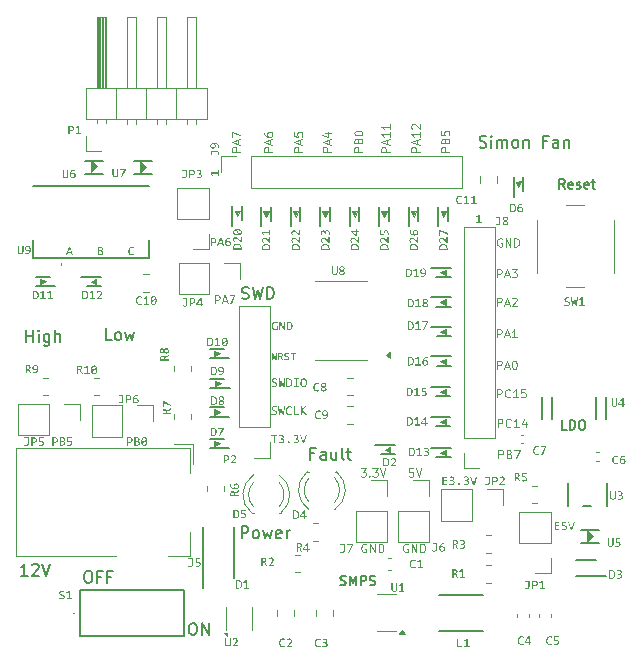
<source format=gbr>
%TF.GenerationSoftware,KiCad,Pcbnew,8.0.3*%
%TF.CreationDate,2024-08-05T20:49:33+08:00*%
%TF.ProjectId,PC_Fan_Control,50435f46-616e-45f4-936f-6e74726f6c2e,v1.0*%
%TF.SameCoordinates,Original*%
%TF.FileFunction,Legend,Top*%
%TF.FilePolarity,Positive*%
%FSLAX46Y46*%
G04 Gerber Fmt 4.6, Leading zero omitted, Abs format (unit mm)*
G04 Created by KiCad (PCBNEW 8.0.3) date 2024-08-05 20:49:33*
%MOMM*%
%LPD*%
G01*
G04 APERTURE LIST*
%ADD10C,0.150000*%
%ADD11C,0.100000*%
%ADD12C,0.125000*%
%ADD13C,0.200000*%
%ADD14C,0.120000*%
%ADD15C,0.152400*%
G04 APERTURE END LIST*
D10*
X154315671Y-122096295D02*
X153934719Y-122096295D01*
X153934719Y-122096295D02*
X153934719Y-121296295D01*
X154582338Y-122096295D02*
X154582338Y-121296295D01*
X154582338Y-121296295D02*
X154772814Y-121296295D01*
X154772814Y-121296295D02*
X154887100Y-121334390D01*
X154887100Y-121334390D02*
X154963290Y-121410580D01*
X154963290Y-121410580D02*
X155001385Y-121486771D01*
X155001385Y-121486771D02*
X155039481Y-121639152D01*
X155039481Y-121639152D02*
X155039481Y-121753438D01*
X155039481Y-121753438D02*
X155001385Y-121905819D01*
X155001385Y-121905819D02*
X154963290Y-121982009D01*
X154963290Y-121982009D02*
X154887100Y-122058200D01*
X154887100Y-122058200D02*
X154772814Y-122096295D01*
X154772814Y-122096295D02*
X154582338Y-122096295D01*
X155534719Y-121296295D02*
X155687100Y-121296295D01*
X155687100Y-121296295D02*
X155763290Y-121334390D01*
X155763290Y-121334390D02*
X155839481Y-121410580D01*
X155839481Y-121410580D02*
X155877576Y-121562961D01*
X155877576Y-121562961D02*
X155877576Y-121829628D01*
X155877576Y-121829628D02*
X155839481Y-121982009D01*
X155839481Y-121982009D02*
X155763290Y-122058200D01*
X155763290Y-122058200D02*
X155687100Y-122096295D01*
X155687100Y-122096295D02*
X155534719Y-122096295D01*
X155534719Y-122096295D02*
X155458528Y-122058200D01*
X155458528Y-122058200D02*
X155382338Y-121982009D01*
X155382338Y-121982009D02*
X155344242Y-121829628D01*
X155344242Y-121829628D02*
X155344242Y-121562961D01*
X155344242Y-121562961D02*
X155382338Y-121410580D01*
X155382338Y-121410580D02*
X155458528Y-121334390D01*
X155458528Y-121334390D02*
X155534719Y-121296295D01*
G36*
X117686663Y-107315242D02*
G01*
X117648562Y-107327423D01*
X117609657Y-107336613D01*
X117569948Y-107342811D01*
X117529434Y-107346016D01*
X117505923Y-107346505D01*
X117460079Y-107344282D01*
X117417679Y-107337613D01*
X117378723Y-107326498D01*
X117336522Y-107307291D01*
X117299282Y-107281682D01*
X117272036Y-107255451D01*
X117244346Y-107218162D01*
X117225647Y-107182397D01*
X117210926Y-107142367D01*
X117200185Y-107098072D01*
X117193421Y-107049512D01*
X117190875Y-107007594D01*
X117190557Y-106985612D01*
X117191961Y-106943370D01*
X117196174Y-106903204D01*
X117204271Y-106860499D01*
X117213027Y-106829101D01*
X117227197Y-106791438D01*
X117246530Y-106753542D01*
X117269641Y-106719806D01*
X117277312Y-106710496D01*
X117305144Y-106682160D01*
X117336373Y-106658213D01*
X117370998Y-106638655D01*
X117378331Y-106635270D01*
X117416848Y-106621256D01*
X117458152Y-106612433D01*
X117497707Y-106608929D01*
X117511394Y-106608696D01*
X117550843Y-106610341D01*
X117590658Y-106615790D01*
X117604206Y-106618661D01*
X117643734Y-106630365D01*
X117681715Y-106646791D01*
X117686663Y-106649338D01*
X117686663Y-106746254D01*
X117652079Y-106727126D01*
X117613779Y-106711613D01*
X117605965Y-106709129D01*
X117565089Y-106699872D01*
X117523918Y-106696346D01*
X117514716Y-106696233D01*
X117475178Y-106699361D01*
X117436132Y-106709726D01*
X117423076Y-106715186D01*
X117387496Y-106736733D01*
X117359168Y-106763660D01*
X117353711Y-106770287D01*
X117331255Y-106804946D01*
X117314891Y-106842554D01*
X117309747Y-106858410D01*
X117300341Y-106899452D01*
X117295532Y-106940694D01*
X117294311Y-106977014D01*
X117295694Y-107019054D01*
X117301007Y-107065070D01*
X117310303Y-107106249D01*
X117326185Y-107148180D01*
X117347489Y-107183528D01*
X117350975Y-107188040D01*
X117382593Y-107219071D01*
X117420780Y-107241236D01*
X117459583Y-107253358D01*
X117503417Y-107258691D01*
X117516865Y-107258968D01*
X117556600Y-107257098D01*
X117597429Y-107250944D01*
X117605379Y-107249198D01*
X117644356Y-107238139D01*
X117681789Y-107223644D01*
X117686663Y-107221452D01*
X117686663Y-107315242D01*
G37*
D11*
X141869600Y-98565344D02*
X141169600Y-98565344D01*
X141169600Y-98565344D02*
X141169600Y-98298677D01*
X141169600Y-98298677D02*
X141202933Y-98232011D01*
X141202933Y-98232011D02*
X141236267Y-98198677D01*
X141236267Y-98198677D02*
X141302933Y-98165344D01*
X141302933Y-98165344D02*
X141402933Y-98165344D01*
X141402933Y-98165344D02*
X141469600Y-98198677D01*
X141469600Y-98198677D02*
X141502933Y-98232011D01*
X141502933Y-98232011D02*
X141536267Y-98298677D01*
X141536267Y-98298677D02*
X141536267Y-98565344D01*
X141669600Y-97898677D02*
X141669600Y-97565344D01*
X141869600Y-97965344D02*
X141169600Y-97732011D01*
X141169600Y-97732011D02*
X141869600Y-97498677D01*
X141869600Y-96898677D02*
X141869600Y-97298677D01*
X141869600Y-97098677D02*
X141169600Y-97098677D01*
X141169600Y-97098677D02*
X141269600Y-97165344D01*
X141269600Y-97165344D02*
X141336267Y-97232011D01*
X141336267Y-97232011D02*
X141369600Y-97298677D01*
X141236267Y-96632010D02*
X141202933Y-96598677D01*
X141202933Y-96598677D02*
X141169600Y-96532010D01*
X141169600Y-96532010D02*
X141169600Y-96365344D01*
X141169600Y-96365344D02*
X141202933Y-96298677D01*
X141202933Y-96298677D02*
X141236267Y-96265344D01*
X141236267Y-96265344D02*
X141302933Y-96232010D01*
X141302933Y-96232010D02*
X141369600Y-96232010D01*
X141369600Y-96232010D02*
X141469600Y-96265344D01*
X141469600Y-96265344D02*
X141869600Y-96665344D01*
X141869600Y-96665344D02*
X141869600Y-96232010D01*
X148413955Y-114302533D02*
X148413955Y-113602533D01*
X148413955Y-113602533D02*
X148680622Y-113602533D01*
X148680622Y-113602533D02*
X148747289Y-113635866D01*
X148747289Y-113635866D02*
X148780622Y-113669200D01*
X148780622Y-113669200D02*
X148813955Y-113735866D01*
X148813955Y-113735866D02*
X148813955Y-113835866D01*
X148813955Y-113835866D02*
X148780622Y-113902533D01*
X148780622Y-113902533D02*
X148747289Y-113935866D01*
X148747289Y-113935866D02*
X148680622Y-113969200D01*
X148680622Y-113969200D02*
X148413955Y-113969200D01*
X149080622Y-114102533D02*
X149413955Y-114102533D01*
X149013955Y-114302533D02*
X149247289Y-113602533D01*
X149247289Y-113602533D02*
X149480622Y-114302533D01*
X150080622Y-114302533D02*
X149680622Y-114302533D01*
X149880622Y-114302533D02*
X149880622Y-113602533D01*
X149880622Y-113602533D02*
X149813955Y-113702533D01*
X149813955Y-113702533D02*
X149747289Y-113769200D01*
X149747289Y-113769200D02*
X149680622Y-113802533D01*
X144382233Y-98565344D02*
X143682233Y-98565344D01*
X143682233Y-98565344D02*
X143682233Y-98298677D01*
X143682233Y-98298677D02*
X143715566Y-98232011D01*
X143715566Y-98232011D02*
X143748900Y-98198677D01*
X143748900Y-98198677D02*
X143815566Y-98165344D01*
X143815566Y-98165344D02*
X143915566Y-98165344D01*
X143915566Y-98165344D02*
X143982233Y-98198677D01*
X143982233Y-98198677D02*
X144015566Y-98232011D01*
X144015566Y-98232011D02*
X144048900Y-98298677D01*
X144048900Y-98298677D02*
X144048900Y-98565344D01*
X144015566Y-97632011D02*
X144048900Y-97532011D01*
X144048900Y-97532011D02*
X144082233Y-97498677D01*
X144082233Y-97498677D02*
X144148900Y-97465344D01*
X144148900Y-97465344D02*
X144248900Y-97465344D01*
X144248900Y-97465344D02*
X144315566Y-97498677D01*
X144315566Y-97498677D02*
X144348900Y-97532011D01*
X144348900Y-97532011D02*
X144382233Y-97598677D01*
X144382233Y-97598677D02*
X144382233Y-97865344D01*
X144382233Y-97865344D02*
X143682233Y-97865344D01*
X143682233Y-97865344D02*
X143682233Y-97632011D01*
X143682233Y-97632011D02*
X143715566Y-97565344D01*
X143715566Y-97565344D02*
X143748900Y-97532011D01*
X143748900Y-97532011D02*
X143815566Y-97498677D01*
X143815566Y-97498677D02*
X143882233Y-97498677D01*
X143882233Y-97498677D02*
X143948900Y-97532011D01*
X143948900Y-97532011D02*
X143982233Y-97565344D01*
X143982233Y-97565344D02*
X144015566Y-97632011D01*
X144015566Y-97632011D02*
X144015566Y-97865344D01*
X143682233Y-96832011D02*
X143682233Y-97165344D01*
X143682233Y-97165344D02*
X144015566Y-97198677D01*
X144015566Y-97198677D02*
X143982233Y-97165344D01*
X143982233Y-97165344D02*
X143948900Y-97098677D01*
X143948900Y-97098677D02*
X143948900Y-96932011D01*
X143948900Y-96932011D02*
X143982233Y-96865344D01*
X143982233Y-96865344D02*
X144015566Y-96832011D01*
X144015566Y-96832011D02*
X144082233Y-96798677D01*
X144082233Y-96798677D02*
X144248900Y-96798677D01*
X144248900Y-96798677D02*
X144315566Y-96832011D01*
X144315566Y-96832011D02*
X144348900Y-96865344D01*
X144348900Y-96865344D02*
X144382233Y-96932011D01*
X144382233Y-96932011D02*
X144382233Y-97098677D01*
X144382233Y-97098677D02*
X144348900Y-97165344D01*
X144348900Y-97165344D02*
X144315566Y-97198677D01*
D10*
G36*
X124803412Y-110737677D02*
G01*
X124844642Y-110743276D01*
X124866228Y-110747920D01*
X124904109Y-110760023D01*
X124940504Y-110778466D01*
X124952397Y-110786413D01*
X124981964Y-110812486D01*
X125005697Y-110844543D01*
X125011406Y-110854801D01*
X125025701Y-110891806D01*
X125032429Y-110931346D01*
X125033485Y-110956797D01*
X125029836Y-110998024D01*
X125019845Y-111036193D01*
X125016877Y-111044333D01*
X124999000Y-111080531D01*
X124974092Y-111113213D01*
X124965684Y-111121905D01*
X124934391Y-111147559D01*
X124899838Y-111167462D01*
X124877170Y-111177397D01*
X124837758Y-111189523D01*
X124797641Y-111196178D01*
X124758044Y-111198612D01*
X124748796Y-111198695D01*
X124659696Y-111198695D01*
X124659696Y-111448800D01*
X124561804Y-111448800D01*
X124561804Y-111114284D01*
X124659696Y-111114284D01*
X124750945Y-111114284D01*
X124791831Y-111111903D01*
X124831873Y-111103531D01*
X124868967Y-111087159D01*
X124884595Y-111076183D01*
X124911405Y-111045370D01*
X124927086Y-111005322D01*
X124931639Y-110965686D01*
X124931685Y-110960900D01*
X124927258Y-110920611D01*
X124912162Y-110883655D01*
X124886353Y-110854410D01*
X124850940Y-110833274D01*
X124811372Y-110821672D01*
X124769758Y-110817430D01*
X124759738Y-110817285D01*
X124659696Y-110817285D01*
X124659696Y-111114284D01*
X124561804Y-111114284D01*
X124561804Y-110736001D01*
X124764037Y-110736001D01*
X124803412Y-110737677D01*
G37*
G36*
X125703492Y-111448800D02*
G01*
X125596807Y-111448800D01*
X125546786Y-111298737D01*
X125247833Y-111298737D01*
X125197226Y-111448800D01*
X125095621Y-111448800D01*
X125175146Y-111211200D01*
X125275970Y-111211200D01*
X125518845Y-111211200D01*
X125397309Y-110826273D01*
X125275970Y-111211200D01*
X125175146Y-111211200D01*
X125334197Y-110736001D01*
X125468238Y-110736001D01*
X125703492Y-111448800D01*
G37*
G36*
X126255286Y-110826664D02*
G01*
X125954183Y-111448800D01*
X125844762Y-111448800D01*
X126157589Y-110826664D01*
X125769536Y-110826664D01*
X125769536Y-110736001D01*
X126255286Y-110736001D01*
X126255286Y-110826664D01*
G37*
D11*
X137325222Y-131822266D02*
X137258555Y-131788933D01*
X137258555Y-131788933D02*
X137158555Y-131788933D01*
X137158555Y-131788933D02*
X137058555Y-131822266D01*
X137058555Y-131822266D02*
X136991889Y-131888933D01*
X136991889Y-131888933D02*
X136958555Y-131955600D01*
X136958555Y-131955600D02*
X136925222Y-132088933D01*
X136925222Y-132088933D02*
X136925222Y-132188933D01*
X136925222Y-132188933D02*
X136958555Y-132322266D01*
X136958555Y-132322266D02*
X136991889Y-132388933D01*
X136991889Y-132388933D02*
X137058555Y-132455600D01*
X137058555Y-132455600D02*
X137158555Y-132488933D01*
X137158555Y-132488933D02*
X137225222Y-132488933D01*
X137225222Y-132488933D02*
X137325222Y-132455600D01*
X137325222Y-132455600D02*
X137358555Y-132422266D01*
X137358555Y-132422266D02*
X137358555Y-132188933D01*
X137358555Y-132188933D02*
X137225222Y-132188933D01*
X137658555Y-132488933D02*
X137658555Y-131788933D01*
X137658555Y-131788933D02*
X138058555Y-132488933D01*
X138058555Y-132488933D02*
X138058555Y-131788933D01*
X138391888Y-132488933D02*
X138391888Y-131788933D01*
X138391888Y-131788933D02*
X138558555Y-131788933D01*
X138558555Y-131788933D02*
X138658555Y-131822266D01*
X138658555Y-131822266D02*
X138725222Y-131888933D01*
X138725222Y-131888933D02*
X138758555Y-131955600D01*
X138758555Y-131955600D02*
X138791888Y-132088933D01*
X138791888Y-132088933D02*
X138791888Y-132188933D01*
X138791888Y-132188933D02*
X138758555Y-132322266D01*
X138758555Y-132322266D02*
X138725222Y-132388933D01*
X138725222Y-132388933D02*
X138658555Y-132455600D01*
X138658555Y-132455600D02*
X138558555Y-132488933D01*
X138558555Y-132488933D02*
X138391888Y-132488933D01*
D10*
G36*
X147101035Y-104641600D02*
G01*
X146649870Y-104641600D01*
X146649870Y-104550937D01*
X146834517Y-104550937D01*
X146834517Y-104022590D01*
X146662570Y-104128885D01*
X146627399Y-104047601D01*
X146856011Y-103928801D01*
X146940616Y-103928801D01*
X146940616Y-104550937D01*
X147101035Y-104550937D01*
X147101035Y-104641600D01*
G37*
G36*
X129853819Y-113096254D02*
G01*
X129818321Y-113077452D01*
X129781926Y-113062765D01*
X129771363Y-113059324D01*
X129732937Y-113050375D01*
X129691520Y-113046437D01*
X129679136Y-113046233D01*
X129638104Y-113049090D01*
X129597620Y-113058636D01*
X129577531Y-113066554D01*
X129541243Y-113087551D01*
X129510340Y-113114981D01*
X129502500Y-113124000D01*
X129480088Y-113156520D01*
X129462384Y-113194071D01*
X129455801Y-113213099D01*
X129445918Y-113253647D01*
X129440866Y-113293567D01*
X129439583Y-113328187D01*
X129440862Y-113368006D01*
X129445221Y-113408721D01*
X129452674Y-113446205D01*
X129465889Y-113485854D01*
X129485529Y-113522784D01*
X129493903Y-113534523D01*
X129521477Y-113562899D01*
X129554960Y-113584767D01*
X129565612Y-113589819D01*
X129604012Y-113602217D01*
X129644495Y-113608052D01*
X129670344Y-113608968D01*
X129692814Y-113607991D01*
X129717043Y-113605060D01*
X129740295Y-113600371D01*
X129760420Y-113594509D01*
X129760420Y-113371369D01*
X129613679Y-113371369D01*
X129613679Y-113290085D01*
X129857141Y-113290085D01*
X129857141Y-113653518D01*
X129820480Y-113668387D01*
X129809660Y-113672080D01*
X129771485Y-113682668D01*
X129758467Y-113685563D01*
X129719485Y-113692230D01*
X129706492Y-113693769D01*
X129667265Y-113696374D01*
X129656666Y-113696505D01*
X129616374Y-113694681D01*
X129574288Y-113688376D01*
X129535026Y-113677569D01*
X129523798Y-113673448D01*
X129485284Y-113654965D01*
X129450880Y-113631217D01*
X129423170Y-113605060D01*
X129396954Y-113571263D01*
X129377048Y-113535970D01*
X129360882Y-113496326D01*
X129359471Y-113492122D01*
X129348798Y-113452409D01*
X129341618Y-113409326D01*
X129338168Y-113368202D01*
X129337392Y-113335612D01*
X129338931Y-113292515D01*
X129343547Y-113251739D01*
X129351240Y-113213282D01*
X129362012Y-113177147D01*
X129377547Y-113139389D01*
X129396235Y-113105033D01*
X129420697Y-113070846D01*
X129431572Y-113058347D01*
X129461312Y-113030209D01*
X129494602Y-113006613D01*
X129531440Y-112987559D01*
X129539234Y-112984293D01*
X129579817Y-112970794D01*
X129618494Y-112962920D01*
X129659212Y-112959096D01*
X129677964Y-112958696D01*
X129719430Y-112960566D01*
X129759025Y-112966176D01*
X129769995Y-112968466D01*
X129810212Y-112980018D01*
X129846276Y-112995448D01*
X129853819Y-112999338D01*
X129853819Y-113096254D01*
G37*
G36*
X130470092Y-113684000D02*
G01*
X130342695Y-113684000D01*
X130133233Y-113239282D01*
X130072856Y-113096254D01*
X130072856Y-113455974D01*
X130072856Y-113684000D01*
X129981607Y-113684000D01*
X129981607Y-112971201D01*
X130107441Y-112971201D01*
X130306938Y-113394816D01*
X130378843Y-113558947D01*
X130378843Y-113174802D01*
X130378843Y-112971201D01*
X130470092Y-112971201D01*
X130470092Y-113684000D01*
G37*
G36*
X130816997Y-112972545D02*
G01*
X130864137Y-112978002D01*
X130907099Y-112987657D01*
X130945882Y-113001510D01*
X130986906Y-113023675D01*
X131021912Y-113051885D01*
X131027162Y-113057175D01*
X131055317Y-113092543D01*
X131074329Y-113126906D01*
X131089297Y-113165716D01*
X131100219Y-113208972D01*
X131107096Y-113256674D01*
X131109685Y-113298036D01*
X131110009Y-113319785D01*
X131108687Y-113360670D01*
X131104720Y-113400136D01*
X131101998Y-113417872D01*
X131093155Y-113457671D01*
X131080648Y-113495001D01*
X131076401Y-113505214D01*
X131057596Y-113541361D01*
X131034155Y-113574331D01*
X131030679Y-113578487D01*
X131001693Y-113607341D01*
X130969604Y-113630475D01*
X130962095Y-113634956D01*
X130926881Y-113652265D01*
X130887281Y-113666092D01*
X130867524Y-113671299D01*
X130828805Y-113678530D01*
X130786530Y-113682759D01*
X130745012Y-113684000D01*
X130591237Y-113684000D01*
X130591237Y-113599589D01*
X130688934Y-113599589D01*
X130762012Y-113599589D01*
X130805835Y-113597187D01*
X130845348Y-113589979D01*
X130891327Y-113572894D01*
X130929642Y-113547267D01*
X130960295Y-113513097D01*
X130983284Y-113470385D01*
X130995497Y-113432746D01*
X131003400Y-113390301D01*
X131006992Y-113343050D01*
X131007231Y-113326233D01*
X131006088Y-113285442D01*
X131002134Y-113244471D01*
X130994523Y-113204691D01*
X130992772Y-113198054D01*
X130978732Y-113158861D01*
X130958130Y-113124154D01*
X130949395Y-113113644D01*
X130918838Y-113087325D01*
X130881755Y-113068821D01*
X130876317Y-113066944D01*
X130838081Y-113057583D01*
X130798322Y-113053177D01*
X130773149Y-113052485D01*
X130688934Y-113052485D01*
X130688934Y-113599589D01*
X130591237Y-113599589D01*
X130591237Y-112971201D01*
X130776275Y-112971201D01*
X130816997Y-112972545D01*
G37*
G36*
X124422412Y-105860877D02*
G01*
X124463642Y-105866476D01*
X124485228Y-105871120D01*
X124523109Y-105883223D01*
X124559504Y-105901666D01*
X124571397Y-105909613D01*
X124600964Y-105935686D01*
X124624697Y-105967743D01*
X124630406Y-105978001D01*
X124644701Y-106015006D01*
X124651429Y-106054546D01*
X124652485Y-106079997D01*
X124648836Y-106121224D01*
X124638845Y-106159393D01*
X124635877Y-106167533D01*
X124618000Y-106203731D01*
X124593092Y-106236413D01*
X124584684Y-106245105D01*
X124553391Y-106270759D01*
X124518838Y-106290662D01*
X124496170Y-106300597D01*
X124456758Y-106312723D01*
X124416641Y-106319378D01*
X124377044Y-106321812D01*
X124367796Y-106321895D01*
X124278696Y-106321895D01*
X124278696Y-106572000D01*
X124180804Y-106572000D01*
X124180804Y-106237484D01*
X124278696Y-106237484D01*
X124369945Y-106237484D01*
X124410831Y-106235103D01*
X124450873Y-106226731D01*
X124487967Y-106210359D01*
X124503595Y-106199383D01*
X124530405Y-106168570D01*
X124546086Y-106128522D01*
X124550639Y-106088886D01*
X124550685Y-106084100D01*
X124546258Y-106043811D01*
X124531162Y-106006855D01*
X124505353Y-105977610D01*
X124469940Y-105956474D01*
X124430372Y-105944872D01*
X124388758Y-105940630D01*
X124378738Y-105940485D01*
X124278696Y-105940485D01*
X124278696Y-106237484D01*
X124180804Y-106237484D01*
X124180804Y-105859201D01*
X124383037Y-105859201D01*
X124422412Y-105860877D01*
G37*
G36*
X125322492Y-106572000D02*
G01*
X125215807Y-106572000D01*
X125165786Y-106421937D01*
X124866833Y-106421937D01*
X124816226Y-106572000D01*
X124714621Y-106572000D01*
X124794146Y-106334400D01*
X124894970Y-106334400D01*
X125137845Y-106334400D01*
X125016309Y-105949473D01*
X124894970Y-106334400D01*
X124794146Y-106334400D01*
X124953197Y-105859201D01*
X125087238Y-105859201D01*
X125322492Y-106572000D01*
G37*
G36*
X125830908Y-105943612D02*
G01*
X125753923Y-105943612D01*
X125711736Y-105945412D01*
X125670295Y-105951485D01*
X125642353Y-105958852D01*
X125604029Y-105974581D01*
X125569359Y-105996747D01*
X125563218Y-106001839D01*
X125535081Y-106032467D01*
X125515446Y-106066416D01*
X125514370Y-106068859D01*
X125501180Y-106107556D01*
X125493829Y-106147392D01*
X125492876Y-106156396D01*
X125490727Y-106184337D01*
X125525511Y-106165063D01*
X125562238Y-106150637D01*
X125570643Y-106147994D01*
X125611729Y-106138644D01*
X125652426Y-106134650D01*
X125668731Y-106134316D01*
X125710767Y-106136928D01*
X125750988Y-106145584D01*
X125764083Y-106150143D01*
X125799503Y-106167729D01*
X125830565Y-106192544D01*
X125832276Y-106194302D01*
X125857328Y-106227396D01*
X125873113Y-106261909D01*
X125883071Y-106300446D01*
X125886864Y-106339512D01*
X125886986Y-106348273D01*
X125884020Y-106387280D01*
X125874189Y-106427052D01*
X125869010Y-106440695D01*
X125850535Y-106476347D01*
X125826225Y-106507736D01*
X125818208Y-106515921D01*
X125786867Y-106541209D01*
X125750290Y-106561335D01*
X125738878Y-106566138D01*
X125699449Y-106578030D01*
X125660133Y-106583626D01*
X125635905Y-106584505D01*
X125596684Y-106582288D01*
X125557583Y-106574814D01*
X125530783Y-106565747D01*
X125496211Y-106547026D01*
X125466476Y-106521662D01*
X125454383Y-106507715D01*
X125431877Y-106472451D01*
X125415395Y-106433946D01*
X125407684Y-106408845D01*
X125399338Y-106369358D01*
X125394469Y-106330198D01*
X125392105Y-106287606D01*
X125391857Y-106267575D01*
X125391905Y-106265621D01*
X125490727Y-106265621D01*
X125491681Y-106306517D01*
X125494934Y-106346389D01*
X125500497Y-106380904D01*
X125511943Y-106420282D01*
X125530001Y-106455154D01*
X125557936Y-106483577D01*
X125578068Y-106494623D01*
X125617330Y-106504698D01*
X125644111Y-106506347D01*
X125684604Y-106501637D01*
X125701362Y-106496382D01*
X125735265Y-106476931D01*
X125746498Y-106466682D01*
X125769504Y-106433973D01*
X125776198Y-106418810D01*
X125785433Y-106380586D01*
X125786945Y-106354721D01*
X125783494Y-106314586D01*
X125778933Y-106295712D01*
X125760997Y-106259319D01*
X125753923Y-106250967D01*
X125721756Y-106227396D01*
X125710741Y-106222635D01*
X125672172Y-106213675D01*
X125648410Y-106212474D01*
X125608888Y-106216252D01*
X125606205Y-106216773D01*
X125567890Y-106226938D01*
X125564000Y-106228301D01*
X125527077Y-106244112D01*
X125524725Y-106245300D01*
X125490727Y-106265621D01*
X125391905Y-106265621D01*
X125392846Y-106227010D01*
X125395814Y-106187378D01*
X125398891Y-106161476D01*
X125406281Y-106120596D01*
X125416702Y-106081780D01*
X125422534Y-106064561D01*
X125439124Y-106026221D01*
X125459827Y-105990872D01*
X125466498Y-105981323D01*
X125493148Y-105950249D01*
X125524884Y-105923364D01*
X125534886Y-105916452D01*
X125570611Y-105896384D01*
X125607825Y-105881409D01*
X125631411Y-105874247D01*
X125671639Y-105865681D01*
X125711817Y-105860979D01*
X125750914Y-105859260D01*
X125759980Y-105859201D01*
X125830908Y-105859201D01*
X125830908Y-105943612D01*
G37*
G36*
X129816276Y-122631412D02*
G01*
X129603687Y-122631412D01*
X129603687Y-123259800D01*
X129504622Y-123259800D01*
X129504622Y-122631412D01*
X129292033Y-122631412D01*
X129292033Y-122547001D01*
X129816276Y-122547001D01*
X129816276Y-122631412D01*
G37*
G36*
X130400114Y-123046234D02*
G01*
X130396411Y-123086182D01*
X130385304Y-123123961D01*
X130380770Y-123134356D01*
X130360312Y-123168315D01*
X130332449Y-123198385D01*
X130323129Y-123206261D01*
X130288596Y-123229058D01*
X130250939Y-123246323D01*
X130226408Y-123254719D01*
X130188127Y-123263993D01*
X130146068Y-123269832D01*
X130104984Y-123272150D01*
X130090609Y-123272305D01*
X130049967Y-123271425D01*
X130013624Y-123268788D01*
X129974766Y-123263922D01*
X129949925Y-123259800D01*
X129949925Y-123175389D01*
X129989568Y-123181338D01*
X130022026Y-123184768D01*
X130062743Y-123187207D01*
X130099402Y-123187894D01*
X130140607Y-123186347D01*
X130181660Y-123180714D01*
X130191433Y-123178515D01*
X130230004Y-123165148D01*
X130253764Y-123151160D01*
X130281729Y-123121664D01*
X130288935Y-123107978D01*
X130298984Y-123070004D01*
X130300072Y-123050728D01*
X130292598Y-123011343D01*
X130286785Y-123000121D01*
X130259651Y-122970644D01*
X130249660Y-122963973D01*
X130212450Y-122947332D01*
X130192605Y-122942088D01*
X130153196Y-122936085D01*
X130119723Y-122934663D01*
X130037853Y-122934663D01*
X130037853Y-122856506D01*
X130120895Y-122856506D01*
X130160942Y-122852803D01*
X130179905Y-122847908D01*
X130215662Y-122830836D01*
X130225627Y-122823289D01*
X130250621Y-122792351D01*
X130254741Y-122783819D01*
X130264266Y-122744838D01*
X130264901Y-122730281D01*
X130259955Y-122691062D01*
X130239862Y-122654557D01*
X130229730Y-122645480D01*
X130192635Y-122627314D01*
X130150778Y-122619840D01*
X130126366Y-122618906D01*
X130087145Y-122620671D01*
X130051530Y-122625159D01*
X130011817Y-122632975D01*
X129972012Y-122643141D01*
X129969269Y-122643917D01*
X129969269Y-122559506D01*
X130007618Y-122549249D01*
X130008935Y-122548955D01*
X130047377Y-122541739D01*
X130051335Y-122541139D01*
X130090731Y-122536480D01*
X130093345Y-122536254D01*
X130132386Y-122534498D01*
X130133596Y-122534496D01*
X130174464Y-122536254D01*
X130214397Y-122542129D01*
X130234029Y-122547001D01*
X130271701Y-122561086D01*
X130306715Y-122582758D01*
X130334955Y-122612070D01*
X130350679Y-122639227D01*
X130362266Y-122676892D01*
X130365529Y-122714063D01*
X130361789Y-122754426D01*
X130349177Y-122793087D01*
X130333875Y-122818404D01*
X130306865Y-122847521D01*
X130273315Y-122871856D01*
X130247316Y-122885424D01*
X130285366Y-122895491D01*
X130302417Y-122902814D01*
X130335880Y-122923194D01*
X130351461Y-122936422D01*
X130377404Y-122967965D01*
X130386632Y-122984684D01*
X130398521Y-123023710D01*
X130400114Y-123046234D01*
G37*
G36*
X130779960Y-123087853D02*
G01*
X130815327Y-123095082D01*
X130844440Y-123115012D01*
X130863980Y-123144712D01*
X130871209Y-123180860D01*
X130863980Y-123216422D01*
X130844440Y-123245536D01*
X130815327Y-123265075D01*
X130779960Y-123272305D01*
X130744203Y-123265075D01*
X130715285Y-123245536D01*
X130695745Y-123216422D01*
X130688711Y-123180860D01*
X130695745Y-123144712D01*
X130715285Y-123115012D01*
X130744203Y-123095082D01*
X130779960Y-123087853D01*
G37*
G36*
X131630316Y-123046234D02*
G01*
X131626614Y-123086182D01*
X131615506Y-123123961D01*
X131610972Y-123134356D01*
X131590515Y-123168315D01*
X131562652Y-123198385D01*
X131553331Y-123206261D01*
X131518799Y-123229058D01*
X131481141Y-123246323D01*
X131456611Y-123254719D01*
X131418329Y-123263993D01*
X131376270Y-123269832D01*
X131335186Y-123272150D01*
X131320812Y-123272305D01*
X131280170Y-123271425D01*
X131243826Y-123268788D01*
X131204968Y-123263922D01*
X131180128Y-123259800D01*
X131180128Y-123175389D01*
X131219771Y-123181338D01*
X131252228Y-123184768D01*
X131292945Y-123187207D01*
X131329604Y-123187894D01*
X131370810Y-123186347D01*
X131411862Y-123180714D01*
X131421635Y-123178515D01*
X131460206Y-123165148D01*
X131483966Y-123151160D01*
X131511931Y-123121664D01*
X131519137Y-123107978D01*
X131529187Y-123070004D01*
X131530274Y-123050728D01*
X131522801Y-123011343D01*
X131516988Y-123000121D01*
X131489854Y-122970644D01*
X131479863Y-122963973D01*
X131442652Y-122947332D01*
X131422808Y-122942088D01*
X131383398Y-122936085D01*
X131349925Y-122934663D01*
X131268055Y-122934663D01*
X131268055Y-122856506D01*
X131351098Y-122856506D01*
X131391145Y-122852803D01*
X131410107Y-122847908D01*
X131445864Y-122830836D01*
X131455829Y-122823289D01*
X131480824Y-122792351D01*
X131484943Y-122783819D01*
X131494468Y-122744838D01*
X131495103Y-122730281D01*
X131490157Y-122691062D01*
X131470065Y-122654557D01*
X131459932Y-122645480D01*
X131422837Y-122627314D01*
X131380980Y-122619840D01*
X131356569Y-122618906D01*
X131317347Y-122620671D01*
X131281733Y-122625159D01*
X131242019Y-122632975D01*
X131202214Y-122643141D01*
X131199472Y-122643917D01*
X131199472Y-122559506D01*
X131237820Y-122549249D01*
X131239137Y-122548955D01*
X131277579Y-122541739D01*
X131281537Y-122541139D01*
X131320933Y-122536480D01*
X131323547Y-122536254D01*
X131362588Y-122534498D01*
X131363798Y-122534496D01*
X131404666Y-122536254D01*
X131444599Y-122542129D01*
X131464231Y-122547001D01*
X131501904Y-122561086D01*
X131536918Y-122582758D01*
X131565158Y-122612070D01*
X131580881Y-122639227D01*
X131592469Y-122676892D01*
X131595731Y-122714063D01*
X131591991Y-122754426D01*
X131579379Y-122793087D01*
X131564078Y-122818404D01*
X131537067Y-122847521D01*
X131503518Y-122871856D01*
X131477518Y-122885424D01*
X131515568Y-122895491D01*
X131532619Y-122902814D01*
X131566082Y-122923194D01*
X131581663Y-122936422D01*
X131607606Y-122967965D01*
X131616834Y-122984684D01*
X131628723Y-123023710D01*
X131630316Y-123046234D01*
G37*
G36*
X132321817Y-122547001D02*
G01*
X132077769Y-123259800D01*
X131945878Y-123259800D01*
X131707302Y-122547001D01*
X131817895Y-122547001D01*
X131972842Y-123027476D01*
X132016806Y-123168160D01*
X132061747Y-123027476D01*
X132217281Y-122547001D01*
X132321817Y-122547001D01*
G37*
D11*
X148413955Y-109222533D02*
X148413955Y-108522533D01*
X148413955Y-108522533D02*
X148680622Y-108522533D01*
X148680622Y-108522533D02*
X148747289Y-108555866D01*
X148747289Y-108555866D02*
X148780622Y-108589200D01*
X148780622Y-108589200D02*
X148813955Y-108655866D01*
X148813955Y-108655866D02*
X148813955Y-108755866D01*
X148813955Y-108755866D02*
X148780622Y-108822533D01*
X148780622Y-108822533D02*
X148747289Y-108855866D01*
X148747289Y-108855866D02*
X148680622Y-108889200D01*
X148680622Y-108889200D02*
X148413955Y-108889200D01*
X149080622Y-109022533D02*
X149413955Y-109022533D01*
X149013955Y-109222533D02*
X149247289Y-108522533D01*
X149247289Y-108522533D02*
X149480622Y-109222533D01*
X149647289Y-108522533D02*
X150080622Y-108522533D01*
X150080622Y-108522533D02*
X149847289Y-108789200D01*
X149847289Y-108789200D02*
X149947289Y-108789200D01*
X149947289Y-108789200D02*
X150013955Y-108822533D01*
X150013955Y-108822533D02*
X150047289Y-108855866D01*
X150047289Y-108855866D02*
X150080622Y-108922533D01*
X150080622Y-108922533D02*
X150080622Y-109089200D01*
X150080622Y-109089200D02*
X150047289Y-109155866D01*
X150047289Y-109155866D02*
X150013955Y-109189200D01*
X150013955Y-109189200D02*
X149947289Y-109222533D01*
X149947289Y-109222533D02*
X149747289Y-109222533D01*
X149747289Y-109222533D02*
X149680622Y-109189200D01*
X149680622Y-109189200D02*
X149647289Y-109155866D01*
X131936233Y-98565344D02*
X131236233Y-98565344D01*
X131236233Y-98565344D02*
X131236233Y-98298677D01*
X131236233Y-98298677D02*
X131269566Y-98232011D01*
X131269566Y-98232011D02*
X131302900Y-98198677D01*
X131302900Y-98198677D02*
X131369566Y-98165344D01*
X131369566Y-98165344D02*
X131469566Y-98165344D01*
X131469566Y-98165344D02*
X131536233Y-98198677D01*
X131536233Y-98198677D02*
X131569566Y-98232011D01*
X131569566Y-98232011D02*
X131602900Y-98298677D01*
X131602900Y-98298677D02*
X131602900Y-98565344D01*
X131736233Y-97898677D02*
X131736233Y-97565344D01*
X131936233Y-97965344D02*
X131236233Y-97732011D01*
X131236233Y-97732011D02*
X131936233Y-97498677D01*
X131236233Y-96932011D02*
X131236233Y-97265344D01*
X131236233Y-97265344D02*
X131569566Y-97298677D01*
X131569566Y-97298677D02*
X131536233Y-97265344D01*
X131536233Y-97265344D02*
X131502900Y-97198677D01*
X131502900Y-97198677D02*
X131502900Y-97032011D01*
X131502900Y-97032011D02*
X131536233Y-96965344D01*
X131536233Y-96965344D02*
X131569566Y-96932011D01*
X131569566Y-96932011D02*
X131636233Y-96898677D01*
X131636233Y-96898677D02*
X131802900Y-96898677D01*
X131802900Y-96898677D02*
X131869566Y-96932011D01*
X131869566Y-96932011D02*
X131902900Y-96965344D01*
X131902900Y-96965344D02*
X131936233Y-97032011D01*
X131936233Y-97032011D02*
X131936233Y-97198677D01*
X131936233Y-97198677D02*
X131902900Y-97265344D01*
X131902900Y-97265344D02*
X131869566Y-97298677D01*
D10*
X108561296Y-114667419D02*
X108561296Y-113667419D01*
X108561296Y-114143609D02*
X109132724Y-114143609D01*
X109132724Y-114667419D02*
X109132724Y-113667419D01*
X109608915Y-114667419D02*
X109608915Y-114000752D01*
X109608915Y-113667419D02*
X109561296Y-113715038D01*
X109561296Y-113715038D02*
X109608915Y-113762657D01*
X109608915Y-113762657D02*
X109656534Y-113715038D01*
X109656534Y-113715038D02*
X109608915Y-113667419D01*
X109608915Y-113667419D02*
X109608915Y-113762657D01*
X110513676Y-114000752D02*
X110513676Y-114810276D01*
X110513676Y-114810276D02*
X110466057Y-114905514D01*
X110466057Y-114905514D02*
X110418438Y-114953133D01*
X110418438Y-114953133D02*
X110323200Y-115000752D01*
X110323200Y-115000752D02*
X110180343Y-115000752D01*
X110180343Y-115000752D02*
X110085105Y-114953133D01*
X110513676Y-114619800D02*
X110418438Y-114667419D01*
X110418438Y-114667419D02*
X110227962Y-114667419D01*
X110227962Y-114667419D02*
X110132724Y-114619800D01*
X110132724Y-114619800D02*
X110085105Y-114572180D01*
X110085105Y-114572180D02*
X110037486Y-114476942D01*
X110037486Y-114476942D02*
X110037486Y-114191228D01*
X110037486Y-114191228D02*
X110085105Y-114095990D01*
X110085105Y-114095990D02*
X110132724Y-114048371D01*
X110132724Y-114048371D02*
X110227962Y-114000752D01*
X110227962Y-114000752D02*
X110418438Y-114000752D01*
X110418438Y-114000752D02*
X110513676Y-114048371D01*
X110989867Y-114667419D02*
X110989867Y-113667419D01*
X111418438Y-114667419D02*
X111418438Y-114143609D01*
X111418438Y-114143609D02*
X111370819Y-114048371D01*
X111370819Y-114048371D02*
X111275581Y-114000752D01*
X111275581Y-114000752D02*
X111132724Y-114000752D01*
X111132724Y-114000752D02*
X111037486Y-114048371D01*
X111037486Y-114048371D02*
X110989867Y-114095990D01*
X113707555Y-134065819D02*
X113898031Y-134065819D01*
X113898031Y-134065819D02*
X113993269Y-134113438D01*
X113993269Y-134113438D02*
X114088507Y-134208676D01*
X114088507Y-134208676D02*
X114136126Y-134399152D01*
X114136126Y-134399152D02*
X114136126Y-134732485D01*
X114136126Y-134732485D02*
X114088507Y-134922961D01*
X114088507Y-134922961D02*
X113993269Y-135018200D01*
X113993269Y-135018200D02*
X113898031Y-135065819D01*
X113898031Y-135065819D02*
X113707555Y-135065819D01*
X113707555Y-135065819D02*
X113612317Y-135018200D01*
X113612317Y-135018200D02*
X113517079Y-134922961D01*
X113517079Y-134922961D02*
X113469460Y-134732485D01*
X113469460Y-134732485D02*
X113469460Y-134399152D01*
X113469460Y-134399152D02*
X113517079Y-134208676D01*
X113517079Y-134208676D02*
X113612317Y-134113438D01*
X113612317Y-134113438D02*
X113707555Y-134065819D01*
X114898031Y-134542009D02*
X114564698Y-134542009D01*
X114564698Y-135065819D02*
X114564698Y-134065819D01*
X114564698Y-134065819D02*
X115040888Y-134065819D01*
X115755174Y-134542009D02*
X115421841Y-134542009D01*
X115421841Y-135065819D02*
X115421841Y-134065819D01*
X115421841Y-134065819D02*
X115898031Y-134065819D01*
X154150624Y-101700095D02*
X153883957Y-101319142D01*
X153693481Y-101700095D02*
X153693481Y-100900095D01*
X153693481Y-100900095D02*
X153998243Y-100900095D01*
X153998243Y-100900095D02*
X154074433Y-100938190D01*
X154074433Y-100938190D02*
X154112528Y-100976285D01*
X154112528Y-100976285D02*
X154150624Y-101052476D01*
X154150624Y-101052476D02*
X154150624Y-101166761D01*
X154150624Y-101166761D02*
X154112528Y-101242952D01*
X154112528Y-101242952D02*
X154074433Y-101281047D01*
X154074433Y-101281047D02*
X153998243Y-101319142D01*
X153998243Y-101319142D02*
X153693481Y-101319142D01*
X154798243Y-101662000D02*
X154722052Y-101700095D01*
X154722052Y-101700095D02*
X154569671Y-101700095D01*
X154569671Y-101700095D02*
X154493481Y-101662000D01*
X154493481Y-101662000D02*
X154455385Y-101585809D01*
X154455385Y-101585809D02*
X154455385Y-101281047D01*
X154455385Y-101281047D02*
X154493481Y-101204857D01*
X154493481Y-101204857D02*
X154569671Y-101166761D01*
X154569671Y-101166761D02*
X154722052Y-101166761D01*
X154722052Y-101166761D02*
X154798243Y-101204857D01*
X154798243Y-101204857D02*
X154836338Y-101281047D01*
X154836338Y-101281047D02*
X154836338Y-101357238D01*
X154836338Y-101357238D02*
X154455385Y-101433428D01*
X155141099Y-101662000D02*
X155217290Y-101700095D01*
X155217290Y-101700095D02*
X155369671Y-101700095D01*
X155369671Y-101700095D02*
X155445861Y-101662000D01*
X155445861Y-101662000D02*
X155483957Y-101585809D01*
X155483957Y-101585809D02*
X155483957Y-101547714D01*
X155483957Y-101547714D02*
X155445861Y-101471523D01*
X155445861Y-101471523D02*
X155369671Y-101433428D01*
X155369671Y-101433428D02*
X155255385Y-101433428D01*
X155255385Y-101433428D02*
X155179195Y-101395333D01*
X155179195Y-101395333D02*
X155141099Y-101319142D01*
X155141099Y-101319142D02*
X155141099Y-101281047D01*
X155141099Y-101281047D02*
X155179195Y-101204857D01*
X155179195Y-101204857D02*
X155255385Y-101166761D01*
X155255385Y-101166761D02*
X155369671Y-101166761D01*
X155369671Y-101166761D02*
X155445861Y-101204857D01*
X156131576Y-101662000D02*
X156055385Y-101700095D01*
X156055385Y-101700095D02*
X155903004Y-101700095D01*
X155903004Y-101700095D02*
X155826814Y-101662000D01*
X155826814Y-101662000D02*
X155788718Y-101585809D01*
X155788718Y-101585809D02*
X155788718Y-101281047D01*
X155788718Y-101281047D02*
X155826814Y-101204857D01*
X155826814Y-101204857D02*
X155903004Y-101166761D01*
X155903004Y-101166761D02*
X156055385Y-101166761D01*
X156055385Y-101166761D02*
X156131576Y-101204857D01*
X156131576Y-101204857D02*
X156169671Y-101281047D01*
X156169671Y-101281047D02*
X156169671Y-101357238D01*
X156169671Y-101357238D02*
X155788718Y-101433428D01*
X156398242Y-101166761D02*
X156703004Y-101166761D01*
X156512528Y-100900095D02*
X156512528Y-101585809D01*
X156512528Y-101585809D02*
X156550623Y-101662000D01*
X156550623Y-101662000D02*
X156626813Y-101700095D01*
X156626813Y-101700095D02*
X156703004Y-101700095D01*
D11*
X148464755Y-121897133D02*
X148464755Y-121197133D01*
X148464755Y-121197133D02*
X148731422Y-121197133D01*
X148731422Y-121197133D02*
X148798089Y-121230466D01*
X148798089Y-121230466D02*
X148831422Y-121263800D01*
X148831422Y-121263800D02*
X148864755Y-121330466D01*
X148864755Y-121330466D02*
X148864755Y-121430466D01*
X148864755Y-121430466D02*
X148831422Y-121497133D01*
X148831422Y-121497133D02*
X148798089Y-121530466D01*
X148798089Y-121530466D02*
X148731422Y-121563800D01*
X148731422Y-121563800D02*
X148464755Y-121563800D01*
X149564755Y-121830466D02*
X149531422Y-121863800D01*
X149531422Y-121863800D02*
X149431422Y-121897133D01*
X149431422Y-121897133D02*
X149364755Y-121897133D01*
X149364755Y-121897133D02*
X149264755Y-121863800D01*
X149264755Y-121863800D02*
X149198089Y-121797133D01*
X149198089Y-121797133D02*
X149164755Y-121730466D01*
X149164755Y-121730466D02*
X149131422Y-121597133D01*
X149131422Y-121597133D02*
X149131422Y-121497133D01*
X149131422Y-121497133D02*
X149164755Y-121363800D01*
X149164755Y-121363800D02*
X149198089Y-121297133D01*
X149198089Y-121297133D02*
X149264755Y-121230466D01*
X149264755Y-121230466D02*
X149364755Y-121197133D01*
X149364755Y-121197133D02*
X149431422Y-121197133D01*
X149431422Y-121197133D02*
X149531422Y-121230466D01*
X149531422Y-121230466D02*
X149564755Y-121263800D01*
X150231422Y-121897133D02*
X149831422Y-121897133D01*
X150031422Y-121897133D02*
X150031422Y-121197133D01*
X150031422Y-121197133D02*
X149964755Y-121297133D01*
X149964755Y-121297133D02*
X149898089Y-121363800D01*
X149898089Y-121363800D02*
X149831422Y-121397133D01*
X150831422Y-121430466D02*
X150831422Y-121897133D01*
X150664756Y-121163800D02*
X150498089Y-121663800D01*
X150498089Y-121663800D02*
X150931422Y-121663800D01*
X139319600Y-98583144D02*
X138619600Y-98583144D01*
X138619600Y-98583144D02*
X138619600Y-98316477D01*
X138619600Y-98316477D02*
X138652933Y-98249811D01*
X138652933Y-98249811D02*
X138686267Y-98216477D01*
X138686267Y-98216477D02*
X138752933Y-98183144D01*
X138752933Y-98183144D02*
X138852933Y-98183144D01*
X138852933Y-98183144D02*
X138919600Y-98216477D01*
X138919600Y-98216477D02*
X138952933Y-98249811D01*
X138952933Y-98249811D02*
X138986267Y-98316477D01*
X138986267Y-98316477D02*
X138986267Y-98583144D01*
X139119600Y-97916477D02*
X139119600Y-97583144D01*
X139319600Y-97983144D02*
X138619600Y-97749811D01*
X138619600Y-97749811D02*
X139319600Y-97516477D01*
X139319600Y-96916477D02*
X139319600Y-97316477D01*
X139319600Y-97116477D02*
X138619600Y-97116477D01*
X138619600Y-97116477D02*
X138719600Y-97183144D01*
X138719600Y-97183144D02*
X138786267Y-97249811D01*
X138786267Y-97249811D02*
X138819600Y-97316477D01*
X139319600Y-96249810D02*
X139319600Y-96649810D01*
X139319600Y-96449810D02*
X138619600Y-96449810D01*
X138619600Y-96449810D02*
X138719600Y-96516477D01*
X138719600Y-96516477D02*
X138786267Y-96583144D01*
X138786267Y-96583144D02*
X138819600Y-96649810D01*
D10*
X126809157Y-110990600D02*
X126952014Y-111038219D01*
X126952014Y-111038219D02*
X127190109Y-111038219D01*
X127190109Y-111038219D02*
X127285347Y-110990600D01*
X127285347Y-110990600D02*
X127332966Y-110942980D01*
X127332966Y-110942980D02*
X127380585Y-110847742D01*
X127380585Y-110847742D02*
X127380585Y-110752504D01*
X127380585Y-110752504D02*
X127332966Y-110657266D01*
X127332966Y-110657266D02*
X127285347Y-110609647D01*
X127285347Y-110609647D02*
X127190109Y-110562028D01*
X127190109Y-110562028D02*
X126999633Y-110514409D01*
X126999633Y-110514409D02*
X126904395Y-110466790D01*
X126904395Y-110466790D02*
X126856776Y-110419171D01*
X126856776Y-110419171D02*
X126809157Y-110323933D01*
X126809157Y-110323933D02*
X126809157Y-110228695D01*
X126809157Y-110228695D02*
X126856776Y-110133457D01*
X126856776Y-110133457D02*
X126904395Y-110085838D01*
X126904395Y-110085838D02*
X126999633Y-110038219D01*
X126999633Y-110038219D02*
X127237728Y-110038219D01*
X127237728Y-110038219D02*
X127380585Y-110085838D01*
X127713919Y-110038219D02*
X127952014Y-111038219D01*
X127952014Y-111038219D02*
X128142490Y-110323933D01*
X128142490Y-110323933D02*
X128332966Y-111038219D01*
X128332966Y-111038219D02*
X128571062Y-110038219D01*
X128952014Y-111038219D02*
X128952014Y-110038219D01*
X128952014Y-110038219D02*
X129190109Y-110038219D01*
X129190109Y-110038219D02*
X129332966Y-110085838D01*
X129332966Y-110085838D02*
X129428204Y-110181076D01*
X129428204Y-110181076D02*
X129475823Y-110276314D01*
X129475823Y-110276314D02*
X129523442Y-110466790D01*
X129523442Y-110466790D02*
X129523442Y-110609647D01*
X129523442Y-110609647D02*
X129475823Y-110800123D01*
X129475823Y-110800123D02*
X129428204Y-110895361D01*
X129428204Y-110895361D02*
X129332966Y-110990600D01*
X129332966Y-110990600D02*
X129190109Y-111038219D01*
X129190109Y-111038219D02*
X128952014Y-111038219D01*
D11*
X140855822Y-131822266D02*
X140789155Y-131788933D01*
X140789155Y-131788933D02*
X140689155Y-131788933D01*
X140689155Y-131788933D02*
X140589155Y-131822266D01*
X140589155Y-131822266D02*
X140522489Y-131888933D01*
X140522489Y-131888933D02*
X140489155Y-131955600D01*
X140489155Y-131955600D02*
X140455822Y-132088933D01*
X140455822Y-132088933D02*
X140455822Y-132188933D01*
X140455822Y-132188933D02*
X140489155Y-132322266D01*
X140489155Y-132322266D02*
X140522489Y-132388933D01*
X140522489Y-132388933D02*
X140589155Y-132455600D01*
X140589155Y-132455600D02*
X140689155Y-132488933D01*
X140689155Y-132488933D02*
X140755822Y-132488933D01*
X140755822Y-132488933D02*
X140855822Y-132455600D01*
X140855822Y-132455600D02*
X140889155Y-132422266D01*
X140889155Y-132422266D02*
X140889155Y-132188933D01*
X140889155Y-132188933D02*
X140755822Y-132188933D01*
X141189155Y-132488933D02*
X141189155Y-131788933D01*
X141189155Y-131788933D02*
X141589155Y-132488933D01*
X141589155Y-132488933D02*
X141589155Y-131788933D01*
X141922488Y-132488933D02*
X141922488Y-131788933D01*
X141922488Y-131788933D02*
X142089155Y-131788933D01*
X142089155Y-131788933D02*
X142189155Y-131822266D01*
X142189155Y-131822266D02*
X142255822Y-131888933D01*
X142255822Y-131888933D02*
X142289155Y-131955600D01*
X142289155Y-131955600D02*
X142322488Y-132088933D01*
X142322488Y-132088933D02*
X142322488Y-132188933D01*
X142322488Y-132188933D02*
X142289155Y-132322266D01*
X142289155Y-132322266D02*
X142255822Y-132388933D01*
X142255822Y-132388933D02*
X142189155Y-132455600D01*
X142189155Y-132455600D02*
X142089155Y-132488933D01*
X142089155Y-132488933D02*
X141922488Y-132488933D01*
D10*
G36*
X129818033Y-118292722D02*
G01*
X129814583Y-118332221D01*
X129803149Y-118370069D01*
X129797126Y-118382408D01*
X129773919Y-118415521D01*
X129743499Y-118443053D01*
X129738898Y-118446302D01*
X129703326Y-118466231D01*
X129665070Y-118480316D01*
X129649017Y-118484600D01*
X129608204Y-118492220D01*
X129568089Y-118496116D01*
X129533344Y-118497105D01*
X129494211Y-118495996D01*
X129476484Y-118494760D01*
X129436867Y-118491065D01*
X129421969Y-118489289D01*
X129383152Y-118483503D01*
X129372925Y-118481669D01*
X129334665Y-118473042D01*
X129331111Y-118472094D01*
X129331111Y-118376546D01*
X129369130Y-118388782D01*
X129407916Y-118397865D01*
X129423727Y-118400775D01*
X129464247Y-118406133D01*
X129504866Y-118408873D01*
X129540573Y-118409568D01*
X129581812Y-118407980D01*
X129621076Y-118402339D01*
X129659456Y-118389648D01*
X129675395Y-118380650D01*
X129702989Y-118351799D01*
X129706268Y-118345479D01*
X129715608Y-118306355D01*
X129715842Y-118298193D01*
X129706719Y-118259359D01*
X129699624Y-118248563D01*
X129671062Y-118221112D01*
X129657028Y-118211634D01*
X129621155Y-118192506D01*
X129596847Y-118182129D01*
X129560545Y-118167584D01*
X129527873Y-118154383D01*
X129490889Y-118138414D01*
X129458898Y-118123315D01*
X129423219Y-118102495D01*
X129398717Y-118083650D01*
X129370975Y-118053747D01*
X129356121Y-118030112D01*
X129343007Y-117991891D01*
X129339903Y-117957035D01*
X129344787Y-117916018D01*
X129355339Y-117884544D01*
X129376538Y-117848813D01*
X129403211Y-117821041D01*
X129437655Y-117797390D01*
X129474035Y-117780713D01*
X129486449Y-117776295D01*
X129527299Y-117765936D01*
X129569572Y-117760641D01*
X129607593Y-117759296D01*
X129646868Y-117761054D01*
X129686950Y-117765359D01*
X129689659Y-117765744D01*
X129728488Y-117771859D01*
X129732450Y-117772583D01*
X129770781Y-117780326D01*
X129771920Y-117780594D01*
X129771920Y-117868326D01*
X129732169Y-117858257D01*
X129692419Y-117850763D01*
X129687119Y-117849959D01*
X129648153Y-117845471D01*
X129607914Y-117843712D01*
X129605444Y-117843706D01*
X129566121Y-117845465D01*
X129524798Y-117852609D01*
X129486696Y-117868436D01*
X129481564Y-117871843D01*
X129454583Y-117900128D01*
X129442441Y-117938568D01*
X129442094Y-117947265D01*
X129451217Y-117986320D01*
X129458312Y-117997286D01*
X129486874Y-118025019D01*
X129500908Y-118034606D01*
X129536781Y-118053978D01*
X129561090Y-118064502D01*
X129597392Y-118079047D01*
X129630064Y-118092248D01*
X129667047Y-118108230D01*
X129699038Y-118123706D01*
X129732858Y-118143533D01*
X129759219Y-118163957D01*
X129786962Y-118194462D01*
X129801815Y-118218668D01*
X129814929Y-118257486D01*
X129818033Y-118292722D01*
G37*
G36*
X130479247Y-117771801D02*
G01*
X130430985Y-118484600D01*
X130303979Y-118484600D01*
X130215074Y-118229415D01*
X130190259Y-118147740D01*
X130164467Y-118236058D01*
X130082011Y-118484600D01*
X129959499Y-118484600D01*
X129910064Y-117771801D01*
X130002290Y-117771801D01*
X130030427Y-118255207D01*
X130038633Y-118389052D01*
X130073218Y-118275528D01*
X130159973Y-118009401D01*
X130227579Y-118009401D01*
X130327621Y-118294676D01*
X130361229Y-118389052D01*
X130363378Y-118290378D01*
X130391906Y-117771801D01*
X130479247Y-117771801D01*
G37*
G36*
X130786096Y-117773145D02*
G01*
X130833236Y-117778602D01*
X130876198Y-117788257D01*
X130914981Y-117802110D01*
X130956005Y-117824275D01*
X130991011Y-117852485D01*
X130996261Y-117857775D01*
X131024416Y-117893143D01*
X131043428Y-117927506D01*
X131058396Y-117966316D01*
X131069318Y-118009572D01*
X131076195Y-118057274D01*
X131078784Y-118098636D01*
X131079108Y-118120385D01*
X131077786Y-118161270D01*
X131073819Y-118200736D01*
X131071097Y-118218472D01*
X131062254Y-118258271D01*
X131049747Y-118295601D01*
X131045500Y-118305814D01*
X131026695Y-118341961D01*
X131003254Y-118374931D01*
X130999778Y-118379087D01*
X130970792Y-118407941D01*
X130938703Y-118431075D01*
X130931194Y-118435556D01*
X130895980Y-118452865D01*
X130856380Y-118466692D01*
X130836623Y-118471899D01*
X130797904Y-118479130D01*
X130755629Y-118483359D01*
X130714111Y-118484600D01*
X130560336Y-118484600D01*
X130560336Y-118400189D01*
X130658033Y-118400189D01*
X130731111Y-118400189D01*
X130774934Y-118397787D01*
X130814447Y-118390579D01*
X130860426Y-118373494D01*
X130898741Y-118347867D01*
X130929394Y-118313697D01*
X130952383Y-118270985D01*
X130964596Y-118233346D01*
X130972499Y-118190901D01*
X130976091Y-118143650D01*
X130976330Y-118126833D01*
X130975187Y-118086042D01*
X130971233Y-118045071D01*
X130963622Y-118005291D01*
X130961871Y-117998654D01*
X130947831Y-117959461D01*
X130927229Y-117924754D01*
X130918494Y-117914244D01*
X130887937Y-117887925D01*
X130850854Y-117869421D01*
X130845416Y-117867544D01*
X130807180Y-117858183D01*
X130767421Y-117853777D01*
X130742248Y-117853085D01*
X130658033Y-117853085D01*
X130658033Y-118400189D01*
X130560336Y-118400189D01*
X130560336Y-117771801D01*
X130745374Y-117771801D01*
X130786096Y-117773145D01*
G37*
G36*
X131375325Y-117853085D02*
G01*
X131210022Y-117853085D01*
X131210022Y-117771801D01*
X131639694Y-117771801D01*
X131639694Y-117853085D01*
X131474390Y-117853085D01*
X131474390Y-118400189D01*
X131639694Y-118400189D01*
X131639694Y-118484600D01*
X131210022Y-118484600D01*
X131210022Y-118400189D01*
X131375325Y-118400189D01*
X131375325Y-117853085D01*
G37*
G36*
X132087022Y-117761777D02*
G01*
X132128655Y-117770235D01*
X132166086Y-117784697D01*
X132202182Y-117806652D01*
X132233387Y-117834706D01*
X132251473Y-117856798D01*
X132272904Y-117891485D01*
X132288780Y-117927267D01*
X132301221Y-117967094D01*
X132302276Y-117971299D01*
X132310399Y-118010672D01*
X132315863Y-118052735D01*
X132318489Y-118092381D01*
X132319080Y-118123511D01*
X132317986Y-118164564D01*
X132314057Y-118208390D01*
X132307270Y-118248919D01*
X132296219Y-118290573D01*
X132282186Y-118328208D01*
X132263586Y-118365494D01*
X132241818Y-118398008D01*
X132234669Y-118406833D01*
X132206501Y-118435496D01*
X132172191Y-118460445D01*
X132144007Y-118474830D01*
X132104320Y-118488404D01*
X132062930Y-118495713D01*
X132034390Y-118497105D01*
X131992896Y-118494662D01*
X131951263Y-118486334D01*
X131913832Y-118472094D01*
X131877764Y-118450231D01*
X131846641Y-118422159D01*
X131828640Y-118399994D01*
X131807432Y-118365061D01*
X131791679Y-118329096D01*
X131779283Y-118289124D01*
X131778228Y-118284907D01*
X131770294Y-118245298D01*
X131764957Y-118202969D01*
X131762392Y-118163060D01*
X131761815Y-118131717D01*
X131761965Y-118126051D01*
X131863616Y-118126051D01*
X131864770Y-118168662D01*
X131868233Y-118208641D01*
X131873385Y-118242701D01*
X131883320Y-118282989D01*
X131898131Y-118320965D01*
X131904453Y-118333169D01*
X131928682Y-118366679D01*
X131959164Y-118391787D01*
X131996142Y-118407468D01*
X132036931Y-118412674D01*
X132039861Y-118412694D01*
X132080442Y-118407800D01*
X132117481Y-118391790D01*
X132119582Y-118390419D01*
X132150210Y-118363992D01*
X132173512Y-118332030D01*
X132174879Y-118329652D01*
X132191687Y-118293673D01*
X132203411Y-118255844D01*
X132206923Y-118240161D01*
X132213353Y-118200631D01*
X132216815Y-118159121D01*
X132217475Y-118130350D01*
X132216320Y-118088095D01*
X132212857Y-118048381D01*
X132207705Y-118014481D01*
X132197959Y-117974035D01*
X132183063Y-117935887D01*
X132176637Y-117923623D01*
X132153923Y-117891680D01*
X132123637Y-117865937D01*
X132121536Y-117864613D01*
X132084216Y-117848933D01*
X132042840Y-117843727D01*
X132039861Y-117843706D01*
X131999464Y-117848644D01*
X131962620Y-117864794D01*
X131960531Y-117866177D01*
X131930245Y-117892457D01*
X131907176Y-117924371D01*
X131905821Y-117926749D01*
X131889242Y-117962802D01*
X131877531Y-118000835D01*
X131873972Y-118016630D01*
X131867661Y-118056106D01*
X131864263Y-118097450D01*
X131863616Y-118126051D01*
X131761965Y-118126051D01*
X131762891Y-118091121D01*
X131766753Y-118047680D01*
X131773424Y-118007389D01*
X131784286Y-117965828D01*
X131798303Y-117928208D01*
X131816850Y-117890976D01*
X131840866Y-117855575D01*
X131845639Y-117849763D01*
X131873873Y-117820989D01*
X131908096Y-117795971D01*
X131936107Y-117781571D01*
X131975674Y-117767997D01*
X132017000Y-117760688D01*
X132045528Y-117759296D01*
X132087022Y-117761777D01*
G37*
D12*
G36*
X129758972Y-116233300D02*
G01*
X129647500Y-116233300D01*
X129464220Y-115844172D01*
X129411390Y-115719022D01*
X129411390Y-116033778D01*
X129411390Y-116233300D01*
X129331547Y-116233300D01*
X129331547Y-115609601D01*
X129441652Y-115609601D01*
X129616212Y-115980264D01*
X129679129Y-116123879D01*
X129679129Y-115787752D01*
X129679129Y-115609601D01*
X129758972Y-115609601D01*
X129758972Y-116233300D01*
G37*
G36*
X130098410Y-115610995D02*
G01*
X130133312Y-115615695D01*
X130156649Y-115621398D01*
X130190556Y-115634524D01*
X130219851Y-115653079D01*
X130221446Y-115654395D01*
X130245639Y-115681004D01*
X130258547Y-115705515D01*
X130267752Y-115739090D01*
X130270344Y-115771681D01*
X130266938Y-115806449D01*
X130261624Y-115826220D01*
X130246572Y-115857892D01*
X130235808Y-115872895D01*
X130211378Y-115896831D01*
X130193578Y-115909140D01*
X130160938Y-115924497D01*
X130135619Y-115931879D01*
X130165606Y-115948829D01*
X130180584Y-115964193D01*
X130200445Y-115992877D01*
X130217162Y-116023021D01*
X130218369Y-116025400D01*
X130317873Y-116233300D01*
X130221275Y-116233300D01*
X130127413Y-116030871D01*
X130111224Y-116000513D01*
X130105700Y-115992403D01*
X130081935Y-115968296D01*
X130054067Y-115955473D01*
X130020215Y-115951541D01*
X129979866Y-115951541D01*
X129979866Y-116233300D01*
X129894210Y-116233300D01*
X129894210Y-115883153D01*
X129979866Y-115883153D01*
X130049109Y-115883153D01*
X130084598Y-115880548D01*
X130103648Y-115876485D01*
X130136025Y-115862572D01*
X130145023Y-115856311D01*
X130167613Y-115830525D01*
X130171352Y-115823484D01*
X130180305Y-115789482D01*
X130180755Y-115778690D01*
X130175564Y-115742803D01*
X130156670Y-115711633D01*
X130149297Y-115705173D01*
X130116829Y-115688460D01*
X130081134Y-115681584D01*
X130060563Y-115680724D01*
X129979866Y-115680724D01*
X129979866Y-115883153D01*
X129894210Y-115883153D01*
X129894210Y-115609601D01*
X130062615Y-115609601D01*
X130098410Y-115610995D01*
G37*
G36*
X130830099Y-116065407D02*
G01*
X130827080Y-116099968D01*
X130817076Y-116133086D01*
X130811806Y-116143882D01*
X130791500Y-116172856D01*
X130764882Y-116196946D01*
X130760857Y-116199789D01*
X130729731Y-116217227D01*
X130696257Y-116229551D01*
X130682210Y-116233300D01*
X130646499Y-116239967D01*
X130611398Y-116243376D01*
X130580996Y-116244242D01*
X130546755Y-116243272D01*
X130531244Y-116242190D01*
X130496579Y-116238957D01*
X130483543Y-116237403D01*
X130449579Y-116232340D01*
X130440630Y-116230735D01*
X130407153Y-116223186D01*
X130404042Y-116222357D01*
X130404042Y-116138753D01*
X130437309Y-116149459D01*
X130471247Y-116157407D01*
X130485082Y-116159953D01*
X130520537Y-116164642D01*
X130556079Y-116167038D01*
X130587322Y-116167647D01*
X130623406Y-116166257D01*
X130657762Y-116161321D01*
X130691344Y-116150217D01*
X130705291Y-116142343D01*
X130729436Y-116117099D01*
X130732305Y-116111569D01*
X130740478Y-116077335D01*
X130740682Y-116070194D01*
X130732700Y-116036214D01*
X130726492Y-116026768D01*
X130701500Y-116002748D01*
X130689220Y-115994454D01*
X130657831Y-115977718D01*
X130636561Y-115968638D01*
X130604797Y-115955911D01*
X130576209Y-115944360D01*
X130543849Y-115930387D01*
X130515857Y-115917176D01*
X130484637Y-115898958D01*
X130463198Y-115882469D01*
X130438923Y-115856304D01*
X130425926Y-115835623D01*
X130414452Y-115802180D01*
X130411736Y-115771681D01*
X130416009Y-115735791D01*
X130425242Y-115708251D01*
X130443791Y-115676986D01*
X130467130Y-115652685D01*
X130497269Y-115631991D01*
X130529101Y-115617399D01*
X130539963Y-115613533D01*
X130575707Y-115604469D01*
X130612696Y-115599835D01*
X130645965Y-115598659D01*
X130680330Y-115600198D01*
X130715402Y-115603964D01*
X130717772Y-115604301D01*
X130751748Y-115609651D01*
X130755215Y-115610285D01*
X130788754Y-115617060D01*
X130789751Y-115617295D01*
X130789751Y-115694060D01*
X130754969Y-115685250D01*
X130720187Y-115678693D01*
X130715550Y-115677989D01*
X130681454Y-115674062D01*
X130646245Y-115672523D01*
X130644084Y-115672518D01*
X130609676Y-115674057D01*
X130573519Y-115680308D01*
X130540180Y-115694156D01*
X130535689Y-115697138D01*
X130512081Y-115721887D01*
X130501457Y-115755522D01*
X130501153Y-115763132D01*
X130509135Y-115797305D01*
X130515344Y-115806900D01*
X130540335Y-115831166D01*
X130552615Y-115839556D01*
X130584004Y-115856506D01*
X130605274Y-115865714D01*
X130637038Y-115878441D01*
X130665626Y-115889992D01*
X130697987Y-115903976D01*
X130725979Y-115917518D01*
X130755572Y-115934866D01*
X130778637Y-115952738D01*
X130802912Y-115979429D01*
X130815909Y-116000609D01*
X130827383Y-116034576D01*
X130830099Y-116065407D01*
G37*
G36*
X131389000Y-115683460D02*
G01*
X131202985Y-115683460D01*
X131202985Y-116233300D01*
X131116303Y-116233300D01*
X131116303Y-115683460D01*
X130930288Y-115683460D01*
X130930288Y-115609601D01*
X131389000Y-115609601D01*
X131389000Y-115683460D01*
G37*
D13*
X146938721Y-98182600D02*
X147081578Y-98230219D01*
X147081578Y-98230219D02*
X147319673Y-98230219D01*
X147319673Y-98230219D02*
X147414911Y-98182600D01*
X147414911Y-98182600D02*
X147462530Y-98134980D01*
X147462530Y-98134980D02*
X147510149Y-98039742D01*
X147510149Y-98039742D02*
X147510149Y-97944504D01*
X147510149Y-97944504D02*
X147462530Y-97849266D01*
X147462530Y-97849266D02*
X147414911Y-97801647D01*
X147414911Y-97801647D02*
X147319673Y-97754028D01*
X147319673Y-97754028D02*
X147129197Y-97706409D01*
X147129197Y-97706409D02*
X147033959Y-97658790D01*
X147033959Y-97658790D02*
X146986340Y-97611171D01*
X146986340Y-97611171D02*
X146938721Y-97515933D01*
X146938721Y-97515933D02*
X146938721Y-97420695D01*
X146938721Y-97420695D02*
X146986340Y-97325457D01*
X146986340Y-97325457D02*
X147033959Y-97277838D01*
X147033959Y-97277838D02*
X147129197Y-97230219D01*
X147129197Y-97230219D02*
X147367292Y-97230219D01*
X147367292Y-97230219D02*
X147510149Y-97277838D01*
X147938721Y-98230219D02*
X147938721Y-97563552D01*
X147938721Y-97230219D02*
X147891102Y-97277838D01*
X147891102Y-97277838D02*
X147938721Y-97325457D01*
X147938721Y-97325457D02*
X147986340Y-97277838D01*
X147986340Y-97277838D02*
X147938721Y-97230219D01*
X147938721Y-97230219D02*
X147938721Y-97325457D01*
X148414911Y-98230219D02*
X148414911Y-97563552D01*
X148414911Y-97658790D02*
X148462530Y-97611171D01*
X148462530Y-97611171D02*
X148557768Y-97563552D01*
X148557768Y-97563552D02*
X148700625Y-97563552D01*
X148700625Y-97563552D02*
X148795863Y-97611171D01*
X148795863Y-97611171D02*
X148843482Y-97706409D01*
X148843482Y-97706409D02*
X148843482Y-98230219D01*
X148843482Y-97706409D02*
X148891101Y-97611171D01*
X148891101Y-97611171D02*
X148986339Y-97563552D01*
X148986339Y-97563552D02*
X149129196Y-97563552D01*
X149129196Y-97563552D02*
X149224435Y-97611171D01*
X149224435Y-97611171D02*
X149272054Y-97706409D01*
X149272054Y-97706409D02*
X149272054Y-98230219D01*
X149891101Y-98230219D02*
X149795863Y-98182600D01*
X149795863Y-98182600D02*
X149748244Y-98134980D01*
X149748244Y-98134980D02*
X149700625Y-98039742D01*
X149700625Y-98039742D02*
X149700625Y-97754028D01*
X149700625Y-97754028D02*
X149748244Y-97658790D01*
X149748244Y-97658790D02*
X149795863Y-97611171D01*
X149795863Y-97611171D02*
X149891101Y-97563552D01*
X149891101Y-97563552D02*
X150033958Y-97563552D01*
X150033958Y-97563552D02*
X150129196Y-97611171D01*
X150129196Y-97611171D02*
X150176815Y-97658790D01*
X150176815Y-97658790D02*
X150224434Y-97754028D01*
X150224434Y-97754028D02*
X150224434Y-98039742D01*
X150224434Y-98039742D02*
X150176815Y-98134980D01*
X150176815Y-98134980D02*
X150129196Y-98182600D01*
X150129196Y-98182600D02*
X150033958Y-98230219D01*
X150033958Y-98230219D02*
X149891101Y-98230219D01*
X150653006Y-97563552D02*
X150653006Y-98230219D01*
X150653006Y-97658790D02*
X150700625Y-97611171D01*
X150700625Y-97611171D02*
X150795863Y-97563552D01*
X150795863Y-97563552D02*
X150938720Y-97563552D01*
X150938720Y-97563552D02*
X151033958Y-97611171D01*
X151033958Y-97611171D02*
X151081577Y-97706409D01*
X151081577Y-97706409D02*
X151081577Y-98230219D01*
X152653006Y-97706409D02*
X152319673Y-97706409D01*
X152319673Y-98230219D02*
X152319673Y-97230219D01*
X152319673Y-97230219D02*
X152795863Y-97230219D01*
X153605387Y-98230219D02*
X153605387Y-97706409D01*
X153605387Y-97706409D02*
X153557768Y-97611171D01*
X153557768Y-97611171D02*
X153462530Y-97563552D01*
X153462530Y-97563552D02*
X153272054Y-97563552D01*
X153272054Y-97563552D02*
X153176816Y-97611171D01*
X153605387Y-98182600D02*
X153510149Y-98230219D01*
X153510149Y-98230219D02*
X153272054Y-98230219D01*
X153272054Y-98230219D02*
X153176816Y-98182600D01*
X153176816Y-98182600D02*
X153129197Y-98087361D01*
X153129197Y-98087361D02*
X153129197Y-97992123D01*
X153129197Y-97992123D02*
X153176816Y-97896885D01*
X153176816Y-97896885D02*
X153272054Y-97849266D01*
X153272054Y-97849266D02*
X153510149Y-97849266D01*
X153510149Y-97849266D02*
X153605387Y-97801647D01*
X154081578Y-97563552D02*
X154081578Y-98230219D01*
X154081578Y-97658790D02*
X154129197Y-97611171D01*
X154129197Y-97611171D02*
X154224435Y-97563552D01*
X154224435Y-97563552D02*
X154367292Y-97563552D01*
X154367292Y-97563552D02*
X154462530Y-97611171D01*
X154462530Y-97611171D02*
X154510149Y-97706409D01*
X154510149Y-97706409D02*
X154510149Y-98230219D01*
D11*
X137016233Y-98565344D02*
X136316233Y-98565344D01*
X136316233Y-98565344D02*
X136316233Y-98298677D01*
X136316233Y-98298677D02*
X136349566Y-98232011D01*
X136349566Y-98232011D02*
X136382900Y-98198677D01*
X136382900Y-98198677D02*
X136449566Y-98165344D01*
X136449566Y-98165344D02*
X136549566Y-98165344D01*
X136549566Y-98165344D02*
X136616233Y-98198677D01*
X136616233Y-98198677D02*
X136649566Y-98232011D01*
X136649566Y-98232011D02*
X136682900Y-98298677D01*
X136682900Y-98298677D02*
X136682900Y-98565344D01*
X136649566Y-97632011D02*
X136682900Y-97532011D01*
X136682900Y-97532011D02*
X136716233Y-97498677D01*
X136716233Y-97498677D02*
X136782900Y-97465344D01*
X136782900Y-97465344D02*
X136882900Y-97465344D01*
X136882900Y-97465344D02*
X136949566Y-97498677D01*
X136949566Y-97498677D02*
X136982900Y-97532011D01*
X136982900Y-97532011D02*
X137016233Y-97598677D01*
X137016233Y-97598677D02*
X137016233Y-97865344D01*
X137016233Y-97865344D02*
X136316233Y-97865344D01*
X136316233Y-97865344D02*
X136316233Y-97632011D01*
X136316233Y-97632011D02*
X136349566Y-97565344D01*
X136349566Y-97565344D02*
X136382900Y-97532011D01*
X136382900Y-97532011D02*
X136449566Y-97498677D01*
X136449566Y-97498677D02*
X136516233Y-97498677D01*
X136516233Y-97498677D02*
X136582900Y-97532011D01*
X136582900Y-97532011D02*
X136616233Y-97565344D01*
X136616233Y-97565344D02*
X136649566Y-97632011D01*
X136649566Y-97632011D02*
X136649566Y-97865344D01*
X136316233Y-97032011D02*
X136316233Y-96965344D01*
X136316233Y-96965344D02*
X136349566Y-96898677D01*
X136349566Y-96898677D02*
X136382900Y-96865344D01*
X136382900Y-96865344D02*
X136449566Y-96832011D01*
X136449566Y-96832011D02*
X136582900Y-96798677D01*
X136582900Y-96798677D02*
X136749566Y-96798677D01*
X136749566Y-96798677D02*
X136882900Y-96832011D01*
X136882900Y-96832011D02*
X136949566Y-96865344D01*
X136949566Y-96865344D02*
X136982900Y-96898677D01*
X136982900Y-96898677D02*
X137016233Y-96965344D01*
X137016233Y-96965344D02*
X137016233Y-97032011D01*
X137016233Y-97032011D02*
X136982900Y-97098677D01*
X136982900Y-97098677D02*
X136949566Y-97132011D01*
X136949566Y-97132011D02*
X136882900Y-97165344D01*
X136882900Y-97165344D02*
X136749566Y-97198677D01*
X136749566Y-97198677D02*
X136582900Y-97198677D01*
X136582900Y-97198677D02*
X136449566Y-97165344D01*
X136449566Y-97165344D02*
X136382900Y-97132011D01*
X136382900Y-97132011D02*
X136349566Y-97098677D01*
X136349566Y-97098677D02*
X136316233Y-97032011D01*
D10*
X122556722Y-138482419D02*
X122747198Y-138482419D01*
X122747198Y-138482419D02*
X122842436Y-138530038D01*
X122842436Y-138530038D02*
X122937674Y-138625276D01*
X122937674Y-138625276D02*
X122985293Y-138815752D01*
X122985293Y-138815752D02*
X122985293Y-139149085D01*
X122985293Y-139149085D02*
X122937674Y-139339561D01*
X122937674Y-139339561D02*
X122842436Y-139434800D01*
X122842436Y-139434800D02*
X122747198Y-139482419D01*
X122747198Y-139482419D02*
X122556722Y-139482419D01*
X122556722Y-139482419D02*
X122461484Y-139434800D01*
X122461484Y-139434800D02*
X122366246Y-139339561D01*
X122366246Y-139339561D02*
X122318627Y-139149085D01*
X122318627Y-139149085D02*
X122318627Y-138815752D01*
X122318627Y-138815752D02*
X122366246Y-138625276D01*
X122366246Y-138625276D02*
X122461484Y-138530038D01*
X122461484Y-138530038D02*
X122556722Y-138482419D01*
X123413865Y-139482419D02*
X123413865Y-138482419D01*
X123413865Y-138482419D02*
X123985293Y-139482419D01*
X123985293Y-139482419D02*
X123985293Y-138482419D01*
G36*
X153695820Y-130625800D02*
G01*
X153287446Y-130625800D01*
X153287446Y-129913001D01*
X153695820Y-129913001D01*
X153695820Y-129994285D01*
X153385339Y-129994285D01*
X153385339Y-130219379D01*
X153683706Y-130219379D01*
X153683706Y-130300663D01*
X153385339Y-130300663D01*
X153385339Y-130541389D01*
X153695820Y-130541389D01*
X153695820Y-130625800D01*
G37*
G36*
X154327921Y-130401487D02*
G01*
X154324116Y-130442836D01*
X154312700Y-130481154D01*
X154304864Y-130497816D01*
X154283261Y-130531061D01*
X154255917Y-130560307D01*
X154241361Y-130572457D01*
X154206206Y-130595442D01*
X154169405Y-130612652D01*
X154146009Y-130620915D01*
X154107222Y-130630815D01*
X154066357Y-130636606D01*
X154027404Y-130638305D01*
X153993015Y-130637523D01*
X153956476Y-130635374D01*
X153920915Y-130632638D01*
X153890042Y-130628926D01*
X153890042Y-130541389D01*
X153930449Y-130548152D01*
X153957844Y-130550963D01*
X153998603Y-130553250D01*
X154035025Y-130553894D01*
X154074309Y-130551662D01*
X154114159Y-130543734D01*
X154152205Y-130528405D01*
X154173950Y-130514425D01*
X154201471Y-130485842D01*
X154211857Y-130468116D01*
X154223573Y-130429608D01*
X154225143Y-130407153D01*
X154219464Y-130366266D01*
X154200312Y-130331351D01*
X154177076Y-130311801D01*
X154139066Y-130294780D01*
X154100583Y-130286110D01*
X154060795Y-130282373D01*
X154038933Y-130281906D01*
X153902547Y-130281906D01*
X153902547Y-129913001D01*
X154289428Y-129913001D01*
X154289428Y-129997412D01*
X153992820Y-129997412D01*
X153992820Y-130200622D01*
X154055346Y-130200622D01*
X154096933Y-130202137D01*
X154137553Y-130206684D01*
X154155974Y-130209805D01*
X154193890Y-130219589D01*
X154230755Y-130235318D01*
X154242924Y-130242241D01*
X154275522Y-130267334D01*
X154301508Y-130299382D01*
X154304473Y-130304181D01*
X154320502Y-130341847D01*
X154327348Y-130383655D01*
X154327921Y-130401487D01*
G37*
G36*
X155023915Y-129913001D02*
G01*
X154779868Y-130625800D01*
X154647977Y-130625800D01*
X154409400Y-129913001D01*
X154519993Y-129913001D01*
X154674941Y-130393476D01*
X154718905Y-130534160D01*
X154763845Y-130393476D01*
X154919379Y-129913001D01*
X155023915Y-129913001D01*
G37*
D11*
X141305089Y-125388133D02*
X140971755Y-125388133D01*
X140971755Y-125388133D02*
X140938422Y-125721466D01*
X140938422Y-125721466D02*
X140971755Y-125688133D01*
X140971755Y-125688133D02*
X141038422Y-125654800D01*
X141038422Y-125654800D02*
X141205089Y-125654800D01*
X141205089Y-125654800D02*
X141271755Y-125688133D01*
X141271755Y-125688133D02*
X141305089Y-125721466D01*
X141305089Y-125721466D02*
X141338422Y-125788133D01*
X141338422Y-125788133D02*
X141338422Y-125954800D01*
X141338422Y-125954800D02*
X141305089Y-126021466D01*
X141305089Y-126021466D02*
X141271755Y-126054800D01*
X141271755Y-126054800D02*
X141205089Y-126088133D01*
X141205089Y-126088133D02*
X141038422Y-126088133D01*
X141038422Y-126088133D02*
X140971755Y-126054800D01*
X140971755Y-126054800D02*
X140938422Y-126021466D01*
X141538422Y-125388133D02*
X141771756Y-126088133D01*
X141771756Y-126088133D02*
X142005089Y-125388133D01*
D10*
G36*
X114858975Y-106622733D02*
G01*
X114909629Y-106629541D01*
X114952779Y-106641796D01*
X114988425Y-106659498D01*
X115022429Y-106689284D01*
X115044708Y-106727580D01*
X115055261Y-106774387D01*
X115056199Y-106795493D01*
X115052297Y-106836828D01*
X115039264Y-106876336D01*
X115028453Y-106895339D01*
X115000169Y-106925640D01*
X114963872Y-106947370D01*
X114938181Y-106957279D01*
X114976734Y-106968404D01*
X114993282Y-106975842D01*
X115026236Y-106997268D01*
X115039200Y-107009450D01*
X115062456Y-107041354D01*
X115070463Y-107058298D01*
X115080538Y-107096293D01*
X115082186Y-107121801D01*
X115078865Y-107161334D01*
X115067859Y-107199653D01*
X115062061Y-107212269D01*
X115039458Y-107246427D01*
X115009384Y-107275261D01*
X115004810Y-107278703D01*
X114969505Y-107299962D01*
X114931363Y-107315215D01*
X114915320Y-107319931D01*
X114874250Y-107328504D01*
X114833707Y-107332887D01*
X114798474Y-107334000D01*
X114610505Y-107334000D01*
X114610505Y-107252715D01*
X114708397Y-107252715D01*
X114811761Y-107252715D01*
X114851096Y-107250786D01*
X114892743Y-107242947D01*
X114928902Y-107227360D01*
X114937008Y-107221843D01*
X114963702Y-107191019D01*
X114976264Y-107152377D01*
X114978237Y-107125318D01*
X114971200Y-107086407D01*
X114966708Y-107076665D01*
X114941009Y-107045936D01*
X114933101Y-107040127D01*
X114896595Y-107022133D01*
X114879562Y-107017070D01*
X114839218Y-107010218D01*
X114808439Y-107008863D01*
X114708397Y-107008863D01*
X114708397Y-107252715D01*
X114610505Y-107252715D01*
X114610505Y-106927579D01*
X114708397Y-106927579D01*
X114806290Y-106927579D01*
X114845613Y-106924832D01*
X114866862Y-106920545D01*
X114903388Y-106905414D01*
X114913561Y-106898466D01*
X114940274Y-106868120D01*
X114943847Y-106861341D01*
X114953922Y-106823092D01*
X114954594Y-106808193D01*
X114948755Y-106769027D01*
X114947950Y-106766575D01*
X114925922Y-106734035D01*
X114924894Y-106733162D01*
X114890483Y-106714171D01*
X114880344Y-106710887D01*
X114839617Y-106703667D01*
X114809611Y-106702485D01*
X114708397Y-106702485D01*
X114708397Y-106927579D01*
X114610505Y-106927579D01*
X114610505Y-106621201D01*
X114816059Y-106621201D01*
X114858975Y-106622733D01*
G37*
G36*
X111011212Y-122751877D02*
G01*
X111052442Y-122757476D01*
X111074028Y-122762120D01*
X111111909Y-122774223D01*
X111148304Y-122792666D01*
X111160197Y-122800613D01*
X111189764Y-122826686D01*
X111213497Y-122858743D01*
X111219206Y-122869001D01*
X111233501Y-122906006D01*
X111240229Y-122945546D01*
X111241285Y-122970997D01*
X111237636Y-123012224D01*
X111227645Y-123050393D01*
X111224677Y-123058533D01*
X111206800Y-123094731D01*
X111181892Y-123127413D01*
X111173484Y-123136105D01*
X111142191Y-123161759D01*
X111107638Y-123181662D01*
X111084970Y-123191597D01*
X111045558Y-123203723D01*
X111005441Y-123210378D01*
X110965844Y-123212812D01*
X110956596Y-123212895D01*
X110867496Y-123212895D01*
X110867496Y-123463000D01*
X110769604Y-123463000D01*
X110769604Y-123128484D01*
X110867496Y-123128484D01*
X110958745Y-123128484D01*
X110999631Y-123126103D01*
X111039673Y-123117731D01*
X111076767Y-123101359D01*
X111092395Y-123090383D01*
X111119205Y-123059570D01*
X111134886Y-123019522D01*
X111139439Y-122979886D01*
X111139485Y-122975100D01*
X111135058Y-122934811D01*
X111119962Y-122897855D01*
X111094153Y-122868610D01*
X111058740Y-122847474D01*
X111019172Y-122835872D01*
X110977558Y-122831630D01*
X110967538Y-122831485D01*
X110867496Y-122831485D01*
X110867496Y-123128484D01*
X110769604Y-123128484D01*
X110769604Y-122750201D01*
X110971837Y-122750201D01*
X111011212Y-122751877D01*
G37*
G36*
X111633175Y-122751733D02*
G01*
X111683830Y-122758541D01*
X111726980Y-122770796D01*
X111762625Y-122788498D01*
X111796629Y-122818284D01*
X111818908Y-122856580D01*
X111829461Y-122903387D01*
X111830399Y-122924493D01*
X111826497Y-122965828D01*
X111813464Y-123005336D01*
X111802653Y-123024339D01*
X111774369Y-123054640D01*
X111738072Y-123076370D01*
X111712381Y-123086279D01*
X111750935Y-123097404D01*
X111767482Y-123104842D01*
X111800436Y-123126268D01*
X111813400Y-123138450D01*
X111836656Y-123170354D01*
X111844663Y-123187298D01*
X111854738Y-123225293D01*
X111856387Y-123250801D01*
X111853065Y-123290334D01*
X111842059Y-123328653D01*
X111836261Y-123341269D01*
X111813658Y-123375427D01*
X111783585Y-123404261D01*
X111779010Y-123407703D01*
X111743705Y-123428962D01*
X111705564Y-123444215D01*
X111689520Y-123448931D01*
X111648450Y-123457504D01*
X111607907Y-123461887D01*
X111572674Y-123463000D01*
X111384705Y-123463000D01*
X111384705Y-123381715D01*
X111482597Y-123381715D01*
X111585961Y-123381715D01*
X111625296Y-123379786D01*
X111666943Y-123371947D01*
X111703102Y-123356360D01*
X111711209Y-123350843D01*
X111737902Y-123320019D01*
X111750464Y-123281377D01*
X111752437Y-123254318D01*
X111745400Y-123215407D01*
X111740909Y-123205665D01*
X111715210Y-123174936D01*
X111707301Y-123169127D01*
X111670795Y-123151133D01*
X111653763Y-123146070D01*
X111613418Y-123139218D01*
X111582639Y-123137863D01*
X111482597Y-123137863D01*
X111482597Y-123381715D01*
X111384705Y-123381715D01*
X111384705Y-123056579D01*
X111482597Y-123056579D01*
X111580490Y-123056579D01*
X111619813Y-123053832D01*
X111641062Y-123049545D01*
X111677589Y-123034414D01*
X111687761Y-123027466D01*
X111714474Y-122997120D01*
X111718047Y-122990341D01*
X111728122Y-122952092D01*
X111728794Y-122937193D01*
X111722955Y-122898027D01*
X111722151Y-122895575D01*
X111700122Y-122863035D01*
X111699094Y-122862162D01*
X111664683Y-122843171D01*
X111654544Y-122839887D01*
X111613817Y-122832667D01*
X111583812Y-122831485D01*
X111482597Y-122831485D01*
X111482597Y-123056579D01*
X111384705Y-123056579D01*
X111384705Y-122750201D01*
X111590260Y-122750201D01*
X111633175Y-122751733D01*
G37*
G36*
X112448822Y-123238687D02*
G01*
X112445017Y-123280036D01*
X112433601Y-123318354D01*
X112425765Y-123335016D01*
X112404162Y-123368261D01*
X112376818Y-123397507D01*
X112362262Y-123409657D01*
X112327107Y-123432642D01*
X112290306Y-123449852D01*
X112266910Y-123458115D01*
X112228123Y-123468015D01*
X112187259Y-123473806D01*
X112148306Y-123475505D01*
X112113916Y-123474723D01*
X112077377Y-123472574D01*
X112041816Y-123469838D01*
X112010943Y-123466126D01*
X112010943Y-123378589D01*
X112051350Y-123385352D01*
X112078745Y-123388163D01*
X112119504Y-123390450D01*
X112155926Y-123391094D01*
X112195210Y-123388862D01*
X112235061Y-123380934D01*
X112273106Y-123365605D01*
X112294851Y-123351625D01*
X112322372Y-123323042D01*
X112332758Y-123305316D01*
X112344475Y-123266808D01*
X112346045Y-123244353D01*
X112340365Y-123203466D01*
X112321213Y-123168551D01*
X112297978Y-123149001D01*
X112259967Y-123131980D01*
X112221484Y-123123310D01*
X112181697Y-123119573D01*
X112159834Y-123119106D01*
X112023449Y-123119106D01*
X112023449Y-122750201D01*
X112410329Y-122750201D01*
X112410329Y-122834612D01*
X112113721Y-122834612D01*
X112113721Y-123037822D01*
X112176247Y-123037822D01*
X112217834Y-123039337D01*
X112258454Y-123043884D01*
X112276875Y-123047005D01*
X112314791Y-123056789D01*
X112351656Y-123072518D01*
X112363825Y-123079441D01*
X112396423Y-123104534D01*
X112422409Y-123136582D01*
X112425375Y-123141381D01*
X112441403Y-123179047D01*
X112448250Y-123220855D01*
X112448822Y-123238687D01*
G37*
G36*
X117335812Y-122751877D02*
G01*
X117377042Y-122757476D01*
X117398628Y-122762120D01*
X117436509Y-122774223D01*
X117472904Y-122792666D01*
X117484797Y-122800613D01*
X117514364Y-122826686D01*
X117538097Y-122858743D01*
X117543806Y-122869001D01*
X117558101Y-122906006D01*
X117564829Y-122945546D01*
X117565885Y-122970997D01*
X117562236Y-123012224D01*
X117552245Y-123050393D01*
X117549277Y-123058533D01*
X117531400Y-123094731D01*
X117506492Y-123127413D01*
X117498084Y-123136105D01*
X117466791Y-123161759D01*
X117432238Y-123181662D01*
X117409570Y-123191597D01*
X117370158Y-123203723D01*
X117330041Y-123210378D01*
X117290444Y-123212812D01*
X117281196Y-123212895D01*
X117192096Y-123212895D01*
X117192096Y-123463000D01*
X117094204Y-123463000D01*
X117094204Y-123128484D01*
X117192096Y-123128484D01*
X117283345Y-123128484D01*
X117324231Y-123126103D01*
X117364273Y-123117731D01*
X117401367Y-123101359D01*
X117416995Y-123090383D01*
X117443805Y-123059570D01*
X117459486Y-123019522D01*
X117464039Y-122979886D01*
X117464085Y-122975100D01*
X117459658Y-122934811D01*
X117444562Y-122897855D01*
X117418753Y-122868610D01*
X117383340Y-122847474D01*
X117343772Y-122835872D01*
X117302158Y-122831630D01*
X117292138Y-122831485D01*
X117192096Y-122831485D01*
X117192096Y-123128484D01*
X117094204Y-123128484D01*
X117094204Y-122750201D01*
X117296437Y-122750201D01*
X117335812Y-122751877D01*
G37*
G36*
X117957775Y-122751733D02*
G01*
X118008430Y-122758541D01*
X118051580Y-122770796D01*
X118087225Y-122788498D01*
X118121229Y-122818284D01*
X118143508Y-122856580D01*
X118154061Y-122903387D01*
X118154999Y-122924493D01*
X118151097Y-122965828D01*
X118138064Y-123005336D01*
X118127253Y-123024339D01*
X118098969Y-123054640D01*
X118062672Y-123076370D01*
X118036981Y-123086279D01*
X118075535Y-123097404D01*
X118092082Y-123104842D01*
X118125036Y-123126268D01*
X118138000Y-123138450D01*
X118161256Y-123170354D01*
X118169263Y-123187298D01*
X118179338Y-123225293D01*
X118180987Y-123250801D01*
X118177665Y-123290334D01*
X118166659Y-123328653D01*
X118160861Y-123341269D01*
X118138258Y-123375427D01*
X118108185Y-123404261D01*
X118103610Y-123407703D01*
X118068305Y-123428962D01*
X118030164Y-123444215D01*
X118014120Y-123448931D01*
X117973050Y-123457504D01*
X117932507Y-123461887D01*
X117897274Y-123463000D01*
X117709305Y-123463000D01*
X117709305Y-123381715D01*
X117807197Y-123381715D01*
X117910561Y-123381715D01*
X117949896Y-123379786D01*
X117991543Y-123371947D01*
X118027702Y-123356360D01*
X118035809Y-123350843D01*
X118062502Y-123320019D01*
X118075064Y-123281377D01*
X118077037Y-123254318D01*
X118070000Y-123215407D01*
X118065509Y-123205665D01*
X118039810Y-123174936D01*
X118031901Y-123169127D01*
X117995395Y-123151133D01*
X117978363Y-123146070D01*
X117938018Y-123139218D01*
X117907239Y-123137863D01*
X117807197Y-123137863D01*
X117807197Y-123381715D01*
X117709305Y-123381715D01*
X117709305Y-123056579D01*
X117807197Y-123056579D01*
X117905090Y-123056579D01*
X117944413Y-123053832D01*
X117965662Y-123049545D01*
X118002189Y-123034414D01*
X118012361Y-123027466D01*
X118039074Y-122997120D01*
X118042647Y-122990341D01*
X118052722Y-122952092D01*
X118053394Y-122937193D01*
X118047555Y-122898027D01*
X118046751Y-122895575D01*
X118024722Y-122863035D01*
X118023694Y-122862162D01*
X117989283Y-122843171D01*
X117979144Y-122839887D01*
X117938417Y-122832667D01*
X117908412Y-122831485D01*
X117807197Y-122831485D01*
X117807197Y-123056579D01*
X117709305Y-123056579D01*
X117709305Y-122750201D01*
X117914860Y-122750201D01*
X117957775Y-122751733D01*
G37*
G36*
X118594401Y-122740746D02*
G01*
X118633263Y-122749896D01*
X118657553Y-122759385D01*
X118693683Y-122780909D01*
X118722969Y-122807704D01*
X118738251Y-122826405D01*
X118759509Y-122860456D01*
X118775629Y-122896421D01*
X118788696Y-122937156D01*
X118789835Y-122941492D01*
X118798619Y-122982770D01*
X118804014Y-123022887D01*
X118807137Y-123066228D01*
X118808007Y-123106796D01*
X118806981Y-123147120D01*
X118803375Y-123190325D01*
X118797172Y-123231242D01*
X118791594Y-123257249D01*
X118779656Y-123297755D01*
X118764361Y-123334522D01*
X118743656Y-123370645D01*
X118741573Y-123373704D01*
X118716662Y-123404456D01*
X118685063Y-123432158D01*
X118658335Y-123448931D01*
X118622048Y-123464060D01*
X118581697Y-123472910D01*
X118541489Y-123475505D01*
X118499714Y-123472455D01*
X118460852Y-123463305D01*
X118436562Y-123453816D01*
X118400400Y-123432356D01*
X118371027Y-123405735D01*
X118355669Y-123387187D01*
X118334499Y-123353246D01*
X118318379Y-123317343D01*
X118305236Y-123276630D01*
X118304085Y-123272295D01*
X118302111Y-123262916D01*
X118403150Y-123262916D01*
X118416466Y-123300286D01*
X118423862Y-123315868D01*
X118445770Y-123348364D01*
X118454343Y-123357487D01*
X118486650Y-123380715D01*
X118494985Y-123384646D01*
X118534522Y-123393763D01*
X118546960Y-123394221D01*
X118586940Y-123388533D01*
X118614957Y-123376244D01*
X118646343Y-123350361D01*
X118666737Y-123322706D01*
X118684697Y-123285589D01*
X118696721Y-123247309D01*
X118699758Y-123234388D01*
X118706783Y-123192485D01*
X118710375Y-123149971D01*
X118711287Y-123112267D01*
X118709919Y-123076119D01*
X118706988Y-123040948D01*
X118403150Y-123262916D01*
X118302111Y-123262916D01*
X118295395Y-123231001D01*
X118290059Y-123190845D01*
X118286969Y-123147440D01*
X118286109Y-123106796D01*
X118286134Y-123105819D01*
X118382829Y-123105819D01*
X118383024Y-123138059D01*
X118384978Y-123169127D01*
X118688816Y-122950285D01*
X118675408Y-122912747D01*
X118667909Y-122897333D01*
X118645269Y-122863836D01*
X118637818Y-122855909D01*
X118605888Y-122832622D01*
X118597567Y-122828750D01*
X118558999Y-122819447D01*
X118546960Y-122818980D01*
X118507139Y-122824791D01*
X118479158Y-122837347D01*
X118447710Y-122863540D01*
X118427183Y-122891862D01*
X118409363Y-122929712D01*
X118397392Y-122968628D01*
X118394357Y-122981743D01*
X118387794Y-123020559D01*
X118383955Y-123063393D01*
X118382829Y-123105819D01*
X118286134Y-123105819D01*
X118287147Y-123066545D01*
X118290796Y-123023364D01*
X118297073Y-122982409D01*
X118302717Y-122956342D01*
X118314822Y-122915649D01*
X118330133Y-122878810D01*
X118350678Y-122842740D01*
X118352738Y-122839692D01*
X118377560Y-122808852D01*
X118409169Y-122781159D01*
X118435976Y-122764465D01*
X118472328Y-122749224D01*
X118512605Y-122740310D01*
X118552626Y-122737696D01*
X118594401Y-122740746D01*
G37*
D11*
X134349233Y-98565344D02*
X133649233Y-98565344D01*
X133649233Y-98565344D02*
X133649233Y-98298677D01*
X133649233Y-98298677D02*
X133682566Y-98232011D01*
X133682566Y-98232011D02*
X133715900Y-98198677D01*
X133715900Y-98198677D02*
X133782566Y-98165344D01*
X133782566Y-98165344D02*
X133882566Y-98165344D01*
X133882566Y-98165344D02*
X133949233Y-98198677D01*
X133949233Y-98198677D02*
X133982566Y-98232011D01*
X133982566Y-98232011D02*
X134015900Y-98298677D01*
X134015900Y-98298677D02*
X134015900Y-98565344D01*
X134149233Y-97898677D02*
X134149233Y-97565344D01*
X134349233Y-97965344D02*
X133649233Y-97732011D01*
X133649233Y-97732011D02*
X134349233Y-97498677D01*
X133882566Y-96965344D02*
X134349233Y-96965344D01*
X133615900Y-97132011D02*
X134115900Y-97298677D01*
X134115900Y-97298677D02*
X134115900Y-96865344D01*
D10*
X108666419Y-134470419D02*
X108094991Y-134470419D01*
X108380705Y-134470419D02*
X108380705Y-133470419D01*
X108380705Y-133470419D02*
X108285467Y-133613276D01*
X108285467Y-133613276D02*
X108190229Y-133708514D01*
X108190229Y-133708514D02*
X108094991Y-133756133D01*
X109047372Y-133565657D02*
X109094991Y-133518038D01*
X109094991Y-133518038D02*
X109190229Y-133470419D01*
X109190229Y-133470419D02*
X109428324Y-133470419D01*
X109428324Y-133470419D02*
X109523562Y-133518038D01*
X109523562Y-133518038D02*
X109571181Y-133565657D01*
X109571181Y-133565657D02*
X109618800Y-133660895D01*
X109618800Y-133660895D02*
X109618800Y-133756133D01*
X109618800Y-133756133D02*
X109571181Y-133898990D01*
X109571181Y-133898990D02*
X108999753Y-134470419D01*
X108999753Y-134470419D02*
X109618800Y-134470419D01*
X109904515Y-133470419D02*
X110237848Y-134470419D01*
X110237848Y-134470419D02*
X110571181Y-133470419D01*
X135143799Y-135239800D02*
X135258085Y-135277895D01*
X135258085Y-135277895D02*
X135448561Y-135277895D01*
X135448561Y-135277895D02*
X135524752Y-135239800D01*
X135524752Y-135239800D02*
X135562847Y-135201704D01*
X135562847Y-135201704D02*
X135600942Y-135125514D01*
X135600942Y-135125514D02*
X135600942Y-135049323D01*
X135600942Y-135049323D02*
X135562847Y-134973133D01*
X135562847Y-134973133D02*
X135524752Y-134935038D01*
X135524752Y-134935038D02*
X135448561Y-134896942D01*
X135448561Y-134896942D02*
X135296180Y-134858847D01*
X135296180Y-134858847D02*
X135219990Y-134820752D01*
X135219990Y-134820752D02*
X135181895Y-134782657D01*
X135181895Y-134782657D02*
X135143799Y-134706466D01*
X135143799Y-134706466D02*
X135143799Y-134630276D01*
X135143799Y-134630276D02*
X135181895Y-134554085D01*
X135181895Y-134554085D02*
X135219990Y-134515990D01*
X135219990Y-134515990D02*
X135296180Y-134477895D01*
X135296180Y-134477895D02*
X135486657Y-134477895D01*
X135486657Y-134477895D02*
X135600942Y-134515990D01*
X135943800Y-135277895D02*
X135943800Y-134477895D01*
X135943800Y-134477895D02*
X136210466Y-135049323D01*
X136210466Y-135049323D02*
X136477133Y-134477895D01*
X136477133Y-134477895D02*
X136477133Y-135277895D01*
X136858086Y-135277895D02*
X136858086Y-134477895D01*
X136858086Y-134477895D02*
X137162848Y-134477895D01*
X137162848Y-134477895D02*
X137239038Y-134515990D01*
X137239038Y-134515990D02*
X137277133Y-134554085D01*
X137277133Y-134554085D02*
X137315229Y-134630276D01*
X137315229Y-134630276D02*
X137315229Y-134744561D01*
X137315229Y-134744561D02*
X137277133Y-134820752D01*
X137277133Y-134820752D02*
X137239038Y-134858847D01*
X137239038Y-134858847D02*
X137162848Y-134896942D01*
X137162848Y-134896942D02*
X136858086Y-134896942D01*
X137619990Y-135239800D02*
X137734276Y-135277895D01*
X137734276Y-135277895D02*
X137924752Y-135277895D01*
X137924752Y-135277895D02*
X138000943Y-135239800D01*
X138000943Y-135239800D02*
X138039038Y-135201704D01*
X138039038Y-135201704D02*
X138077133Y-135125514D01*
X138077133Y-135125514D02*
X138077133Y-135049323D01*
X138077133Y-135049323D02*
X138039038Y-134973133D01*
X138039038Y-134973133D02*
X138000943Y-134935038D01*
X138000943Y-134935038D02*
X137924752Y-134896942D01*
X137924752Y-134896942D02*
X137772371Y-134858847D01*
X137772371Y-134858847D02*
X137696181Y-134820752D01*
X137696181Y-134820752D02*
X137658086Y-134782657D01*
X137658086Y-134782657D02*
X137619990Y-134706466D01*
X137619990Y-134706466D02*
X137619990Y-134630276D01*
X137619990Y-134630276D02*
X137658086Y-134554085D01*
X137658086Y-134554085D02*
X137696181Y-134515990D01*
X137696181Y-134515990D02*
X137772371Y-134477895D01*
X137772371Y-134477895D02*
X137962848Y-134477895D01*
X137962848Y-134477895D02*
X138077133Y-134515990D01*
G36*
X144190719Y-126790400D02*
G01*
X143782345Y-126790400D01*
X143782345Y-126077601D01*
X144190719Y-126077601D01*
X144190719Y-126158885D01*
X143880238Y-126158885D01*
X143880238Y-126383979D01*
X144178605Y-126383979D01*
X144178605Y-126465263D01*
X143880238Y-126465263D01*
X143880238Y-126705989D01*
X144190719Y-126705989D01*
X144190719Y-126790400D01*
G37*
G36*
X144827314Y-126576834D02*
G01*
X144823611Y-126616782D01*
X144812504Y-126654561D01*
X144807970Y-126664956D01*
X144787512Y-126698915D01*
X144759649Y-126728985D01*
X144750329Y-126736861D01*
X144715796Y-126759658D01*
X144678139Y-126776923D01*
X144653608Y-126785319D01*
X144615327Y-126794593D01*
X144573268Y-126800432D01*
X144532184Y-126802750D01*
X144517809Y-126802905D01*
X144477167Y-126802025D01*
X144440824Y-126799388D01*
X144401966Y-126794522D01*
X144377125Y-126790400D01*
X144377125Y-126705989D01*
X144416768Y-126711938D01*
X144449226Y-126715368D01*
X144489943Y-126717807D01*
X144526602Y-126718494D01*
X144567807Y-126716947D01*
X144608860Y-126711314D01*
X144618633Y-126709115D01*
X144657204Y-126695748D01*
X144680964Y-126681760D01*
X144708929Y-126652264D01*
X144716135Y-126638578D01*
X144726184Y-126600604D01*
X144727272Y-126581328D01*
X144719798Y-126541943D01*
X144713985Y-126530721D01*
X144686851Y-126501244D01*
X144676860Y-126494573D01*
X144639650Y-126477932D01*
X144619805Y-126472688D01*
X144580396Y-126466685D01*
X144546923Y-126465263D01*
X144465053Y-126465263D01*
X144465053Y-126387106D01*
X144548095Y-126387106D01*
X144588142Y-126383403D01*
X144607105Y-126378508D01*
X144642862Y-126361436D01*
X144652827Y-126353889D01*
X144677821Y-126322951D01*
X144681941Y-126314419D01*
X144691466Y-126275438D01*
X144692101Y-126260881D01*
X144687155Y-126221662D01*
X144667062Y-126185157D01*
X144656930Y-126176080D01*
X144619835Y-126157914D01*
X144577978Y-126150440D01*
X144553566Y-126149506D01*
X144514345Y-126151271D01*
X144478730Y-126155759D01*
X144439017Y-126163575D01*
X144399212Y-126173741D01*
X144396469Y-126174517D01*
X144396469Y-126090106D01*
X144434818Y-126079849D01*
X144436135Y-126079555D01*
X144474577Y-126072339D01*
X144478535Y-126071739D01*
X144517931Y-126067080D01*
X144520545Y-126066854D01*
X144559586Y-126065098D01*
X144560796Y-126065096D01*
X144601664Y-126066854D01*
X144641597Y-126072729D01*
X144661229Y-126077601D01*
X144698901Y-126091686D01*
X144733915Y-126113358D01*
X144762155Y-126142670D01*
X144777879Y-126169827D01*
X144789466Y-126207492D01*
X144792729Y-126244663D01*
X144788989Y-126285026D01*
X144776377Y-126323687D01*
X144761075Y-126349004D01*
X144734065Y-126378121D01*
X144700515Y-126402456D01*
X144674516Y-126416024D01*
X144712566Y-126426091D01*
X144729617Y-126433414D01*
X144763080Y-126453794D01*
X144778661Y-126467022D01*
X144804604Y-126498565D01*
X144813832Y-126515284D01*
X144825721Y-126554310D01*
X144827314Y-126576834D01*
G37*
G36*
X145207160Y-126618453D02*
G01*
X145242527Y-126625682D01*
X145271640Y-126645612D01*
X145291180Y-126675312D01*
X145298409Y-126711460D01*
X145291180Y-126747022D01*
X145271640Y-126776136D01*
X145242527Y-126795675D01*
X145207160Y-126802905D01*
X145171403Y-126795675D01*
X145142485Y-126776136D01*
X145122945Y-126747022D01*
X145115911Y-126711460D01*
X145122945Y-126675312D01*
X145142485Y-126645612D01*
X145171403Y-126625682D01*
X145207160Y-126618453D01*
G37*
G36*
X146057516Y-126576834D02*
G01*
X146053814Y-126616782D01*
X146042706Y-126654561D01*
X146038172Y-126664956D01*
X146017715Y-126698915D01*
X145989852Y-126728985D01*
X145980531Y-126736861D01*
X145945999Y-126759658D01*
X145908341Y-126776923D01*
X145883811Y-126785319D01*
X145845529Y-126794593D01*
X145803470Y-126800432D01*
X145762386Y-126802750D01*
X145748012Y-126802905D01*
X145707370Y-126802025D01*
X145671026Y-126799388D01*
X145632168Y-126794522D01*
X145607328Y-126790400D01*
X145607328Y-126705989D01*
X145646971Y-126711938D01*
X145679428Y-126715368D01*
X145720145Y-126717807D01*
X145756804Y-126718494D01*
X145798010Y-126716947D01*
X145839062Y-126711314D01*
X145848835Y-126709115D01*
X145887406Y-126695748D01*
X145911166Y-126681760D01*
X145939131Y-126652264D01*
X145946337Y-126638578D01*
X145956387Y-126600604D01*
X145957474Y-126581328D01*
X145950001Y-126541943D01*
X145944188Y-126530721D01*
X145917054Y-126501244D01*
X145907063Y-126494573D01*
X145869852Y-126477932D01*
X145850008Y-126472688D01*
X145810598Y-126466685D01*
X145777125Y-126465263D01*
X145695255Y-126465263D01*
X145695255Y-126387106D01*
X145778298Y-126387106D01*
X145818345Y-126383403D01*
X145837307Y-126378508D01*
X145873064Y-126361436D01*
X145883029Y-126353889D01*
X145908024Y-126322951D01*
X145912143Y-126314419D01*
X145921668Y-126275438D01*
X145922303Y-126260881D01*
X145917357Y-126221662D01*
X145897265Y-126185157D01*
X145887132Y-126176080D01*
X145850037Y-126157914D01*
X145808180Y-126150440D01*
X145783769Y-126149506D01*
X145744547Y-126151271D01*
X145708933Y-126155759D01*
X145669219Y-126163575D01*
X145629414Y-126173741D01*
X145626672Y-126174517D01*
X145626672Y-126090106D01*
X145665020Y-126079849D01*
X145666337Y-126079555D01*
X145704779Y-126072339D01*
X145708737Y-126071739D01*
X145748133Y-126067080D01*
X145750747Y-126066854D01*
X145789788Y-126065098D01*
X145790998Y-126065096D01*
X145831866Y-126066854D01*
X145871799Y-126072729D01*
X145891431Y-126077601D01*
X145929104Y-126091686D01*
X145964118Y-126113358D01*
X145992358Y-126142670D01*
X146008081Y-126169827D01*
X146019669Y-126207492D01*
X146022931Y-126244663D01*
X146019191Y-126285026D01*
X146006579Y-126323687D01*
X145991278Y-126349004D01*
X145964267Y-126378121D01*
X145930718Y-126402456D01*
X145904718Y-126416024D01*
X145942768Y-126426091D01*
X145959819Y-126433414D01*
X145993282Y-126453794D01*
X146008863Y-126467022D01*
X146034806Y-126498565D01*
X146044034Y-126515284D01*
X146055923Y-126554310D01*
X146057516Y-126576834D01*
G37*
G36*
X146749017Y-126077601D02*
G01*
X146504969Y-126790400D01*
X146373078Y-126790400D01*
X146134502Y-126077601D01*
X146245095Y-126077601D01*
X146400042Y-126558076D01*
X146444006Y-126698760D01*
X146488947Y-126558076D01*
X146644481Y-126077601D01*
X146749017Y-126077601D01*
G37*
G36*
X124891500Y-100157664D02*
G01*
X124891500Y-100608829D01*
X124800837Y-100608829D01*
X124800837Y-100424182D01*
X124272490Y-100424182D01*
X124378785Y-100596129D01*
X124297501Y-100631300D01*
X124178701Y-100402688D01*
X124178701Y-100318083D01*
X124800837Y-100318083D01*
X124800837Y-100157664D01*
X124891500Y-100157664D01*
G37*
D11*
X126678433Y-98565344D02*
X125978433Y-98565344D01*
X125978433Y-98565344D02*
X125978433Y-98298677D01*
X125978433Y-98298677D02*
X126011766Y-98232011D01*
X126011766Y-98232011D02*
X126045100Y-98198677D01*
X126045100Y-98198677D02*
X126111766Y-98165344D01*
X126111766Y-98165344D02*
X126211766Y-98165344D01*
X126211766Y-98165344D02*
X126278433Y-98198677D01*
X126278433Y-98198677D02*
X126311766Y-98232011D01*
X126311766Y-98232011D02*
X126345100Y-98298677D01*
X126345100Y-98298677D02*
X126345100Y-98565344D01*
X126478433Y-97898677D02*
X126478433Y-97565344D01*
X126678433Y-97965344D02*
X125978433Y-97732011D01*
X125978433Y-97732011D02*
X126678433Y-97498677D01*
X125978433Y-97332011D02*
X125978433Y-96865344D01*
X125978433Y-96865344D02*
X126678433Y-97165344D01*
X129396233Y-98565344D02*
X128696233Y-98565344D01*
X128696233Y-98565344D02*
X128696233Y-98298677D01*
X128696233Y-98298677D02*
X128729566Y-98232011D01*
X128729566Y-98232011D02*
X128762900Y-98198677D01*
X128762900Y-98198677D02*
X128829566Y-98165344D01*
X128829566Y-98165344D02*
X128929566Y-98165344D01*
X128929566Y-98165344D02*
X128996233Y-98198677D01*
X128996233Y-98198677D02*
X129029566Y-98232011D01*
X129029566Y-98232011D02*
X129062900Y-98298677D01*
X129062900Y-98298677D02*
X129062900Y-98565344D01*
X129196233Y-97898677D02*
X129196233Y-97565344D01*
X129396233Y-97965344D02*
X128696233Y-97732011D01*
X128696233Y-97732011D02*
X129396233Y-97498677D01*
X128696233Y-96965344D02*
X128696233Y-97098677D01*
X128696233Y-97098677D02*
X128729566Y-97165344D01*
X128729566Y-97165344D02*
X128762900Y-97198677D01*
X128762900Y-97198677D02*
X128862900Y-97265344D01*
X128862900Y-97265344D02*
X128996233Y-97298677D01*
X128996233Y-97298677D02*
X129262900Y-97298677D01*
X129262900Y-97298677D02*
X129329566Y-97265344D01*
X129329566Y-97265344D02*
X129362900Y-97232011D01*
X129362900Y-97232011D02*
X129396233Y-97165344D01*
X129396233Y-97165344D02*
X129396233Y-97032011D01*
X129396233Y-97032011D02*
X129362900Y-96965344D01*
X129362900Y-96965344D02*
X129329566Y-96932011D01*
X129329566Y-96932011D02*
X129262900Y-96898677D01*
X129262900Y-96898677D02*
X129096233Y-96898677D01*
X129096233Y-96898677D02*
X129029566Y-96932011D01*
X129029566Y-96932011D02*
X128996233Y-96965344D01*
X128996233Y-96965344D02*
X128962900Y-97032011D01*
X128962900Y-97032011D02*
X128962900Y-97165344D01*
X128962900Y-97165344D02*
X128996233Y-97232011D01*
X128996233Y-97232011D02*
X129029566Y-97265344D01*
X129029566Y-97265344D02*
X129096233Y-97298677D01*
D10*
X115774800Y-114515019D02*
X115298610Y-114515019D01*
X115298610Y-114515019D02*
X115298610Y-113515019D01*
X116250991Y-114515019D02*
X116155753Y-114467400D01*
X116155753Y-114467400D02*
X116108134Y-114419780D01*
X116108134Y-114419780D02*
X116060515Y-114324542D01*
X116060515Y-114324542D02*
X116060515Y-114038828D01*
X116060515Y-114038828D02*
X116108134Y-113943590D01*
X116108134Y-113943590D02*
X116155753Y-113895971D01*
X116155753Y-113895971D02*
X116250991Y-113848352D01*
X116250991Y-113848352D02*
X116393848Y-113848352D01*
X116393848Y-113848352D02*
X116489086Y-113895971D01*
X116489086Y-113895971D02*
X116536705Y-113943590D01*
X116536705Y-113943590D02*
X116584324Y-114038828D01*
X116584324Y-114038828D02*
X116584324Y-114324542D01*
X116584324Y-114324542D02*
X116536705Y-114419780D01*
X116536705Y-114419780D02*
X116489086Y-114467400D01*
X116489086Y-114467400D02*
X116393848Y-114515019D01*
X116393848Y-114515019D02*
X116250991Y-114515019D01*
X116917658Y-113848352D02*
X117108134Y-114515019D01*
X117108134Y-114515019D02*
X117298610Y-114038828D01*
X117298610Y-114038828D02*
X117489086Y-114515019D01*
X117489086Y-114515019D02*
X117679562Y-113848352D01*
D11*
X136866489Y-125388133D02*
X137299822Y-125388133D01*
X137299822Y-125388133D02*
X137066489Y-125654800D01*
X137066489Y-125654800D02*
X137166489Y-125654800D01*
X137166489Y-125654800D02*
X137233155Y-125688133D01*
X137233155Y-125688133D02*
X137266489Y-125721466D01*
X137266489Y-125721466D02*
X137299822Y-125788133D01*
X137299822Y-125788133D02*
X137299822Y-125954800D01*
X137299822Y-125954800D02*
X137266489Y-126021466D01*
X137266489Y-126021466D02*
X137233155Y-126054800D01*
X137233155Y-126054800D02*
X137166489Y-126088133D01*
X137166489Y-126088133D02*
X136966489Y-126088133D01*
X136966489Y-126088133D02*
X136899822Y-126054800D01*
X136899822Y-126054800D02*
X136866489Y-126021466D01*
X137599822Y-126021466D02*
X137633156Y-126054800D01*
X137633156Y-126054800D02*
X137599822Y-126088133D01*
X137599822Y-126088133D02*
X137566489Y-126054800D01*
X137566489Y-126054800D02*
X137599822Y-126021466D01*
X137599822Y-126021466D02*
X137599822Y-126088133D01*
X137866489Y-125388133D02*
X138299822Y-125388133D01*
X138299822Y-125388133D02*
X138066489Y-125654800D01*
X138066489Y-125654800D02*
X138166489Y-125654800D01*
X138166489Y-125654800D02*
X138233155Y-125688133D01*
X138233155Y-125688133D02*
X138266489Y-125721466D01*
X138266489Y-125721466D02*
X138299822Y-125788133D01*
X138299822Y-125788133D02*
X138299822Y-125954800D01*
X138299822Y-125954800D02*
X138266489Y-126021466D01*
X138266489Y-126021466D02*
X138233155Y-126054800D01*
X138233155Y-126054800D02*
X138166489Y-126088133D01*
X138166489Y-126088133D02*
X137966489Y-126088133D01*
X137966489Y-126088133D02*
X137899822Y-126054800D01*
X137899822Y-126054800D02*
X137866489Y-126021466D01*
X138499822Y-125388133D02*
X138733156Y-126088133D01*
X138733156Y-126088133D02*
X138966489Y-125388133D01*
D10*
G36*
X129792633Y-120654922D02*
G01*
X129789183Y-120694421D01*
X129777749Y-120732269D01*
X129771726Y-120744608D01*
X129748519Y-120777721D01*
X129718099Y-120805253D01*
X129713498Y-120808502D01*
X129677926Y-120828431D01*
X129639670Y-120842516D01*
X129623617Y-120846800D01*
X129582804Y-120854420D01*
X129542689Y-120858316D01*
X129507944Y-120859305D01*
X129468811Y-120858196D01*
X129451084Y-120856960D01*
X129411467Y-120853265D01*
X129396569Y-120851489D01*
X129357752Y-120845703D01*
X129347525Y-120843869D01*
X129309265Y-120835242D01*
X129305711Y-120834294D01*
X129305711Y-120738746D01*
X129343730Y-120750982D01*
X129382516Y-120760065D01*
X129398327Y-120762975D01*
X129438847Y-120768333D01*
X129479466Y-120771073D01*
X129515173Y-120771768D01*
X129556412Y-120770180D01*
X129595676Y-120764539D01*
X129634056Y-120751848D01*
X129649995Y-120742850D01*
X129677589Y-120713999D01*
X129680868Y-120707679D01*
X129690208Y-120668555D01*
X129690442Y-120660393D01*
X129681319Y-120621559D01*
X129674224Y-120610763D01*
X129645662Y-120583312D01*
X129631628Y-120573834D01*
X129595755Y-120554706D01*
X129571447Y-120544329D01*
X129535145Y-120529784D01*
X129502473Y-120516583D01*
X129465489Y-120500614D01*
X129433498Y-120485515D01*
X129397819Y-120464695D01*
X129373317Y-120445850D01*
X129345575Y-120415947D01*
X129330721Y-120392312D01*
X129317607Y-120354091D01*
X129314503Y-120319235D01*
X129319387Y-120278218D01*
X129329939Y-120246744D01*
X129351138Y-120211013D01*
X129377811Y-120183241D01*
X129412255Y-120159590D01*
X129448635Y-120142913D01*
X129461049Y-120138495D01*
X129501899Y-120128136D01*
X129544172Y-120122841D01*
X129582193Y-120121496D01*
X129621468Y-120123254D01*
X129661550Y-120127559D01*
X129664259Y-120127944D01*
X129703088Y-120134059D01*
X129707050Y-120134783D01*
X129745381Y-120142526D01*
X129746520Y-120142794D01*
X129746520Y-120230526D01*
X129706769Y-120220457D01*
X129667019Y-120212963D01*
X129661719Y-120212159D01*
X129622753Y-120207671D01*
X129582514Y-120205912D01*
X129580044Y-120205906D01*
X129540721Y-120207665D01*
X129499398Y-120214809D01*
X129461296Y-120230636D01*
X129456164Y-120234043D01*
X129429183Y-120262328D01*
X129417041Y-120300768D01*
X129416694Y-120309465D01*
X129425817Y-120348520D01*
X129432912Y-120359486D01*
X129461474Y-120387219D01*
X129475508Y-120396806D01*
X129511381Y-120416178D01*
X129535690Y-120426702D01*
X129571992Y-120441247D01*
X129604664Y-120454448D01*
X129641647Y-120470430D01*
X129673638Y-120485906D01*
X129707458Y-120505733D01*
X129733819Y-120526157D01*
X129761562Y-120556662D01*
X129776415Y-120580868D01*
X129789529Y-120619686D01*
X129792633Y-120654922D01*
G37*
G36*
X130453847Y-120134001D02*
G01*
X130405585Y-120846800D01*
X130278579Y-120846800D01*
X130189674Y-120591615D01*
X130164859Y-120509940D01*
X130139067Y-120598258D01*
X130056611Y-120846800D01*
X129934099Y-120846800D01*
X129884664Y-120134001D01*
X129976890Y-120134001D01*
X130005027Y-120617407D01*
X130013233Y-120751252D01*
X130047818Y-120637728D01*
X130134573Y-120371601D01*
X130202179Y-120371601D01*
X130302221Y-120656876D01*
X130335829Y-120751252D01*
X130337978Y-120652578D01*
X130366506Y-120134001D01*
X130453847Y-120134001D01*
G37*
G36*
X131021663Y-120828042D02*
G01*
X130983562Y-120840223D01*
X130944657Y-120849413D01*
X130904948Y-120855611D01*
X130864435Y-120858816D01*
X130840923Y-120859305D01*
X130795079Y-120857082D01*
X130752679Y-120850413D01*
X130713723Y-120839298D01*
X130671523Y-120820091D01*
X130634282Y-120794482D01*
X130607036Y-120768251D01*
X130579346Y-120730962D01*
X130560647Y-120695197D01*
X130545927Y-120655167D01*
X130535185Y-120610872D01*
X130528422Y-120562312D01*
X130525875Y-120520394D01*
X130525557Y-120498412D01*
X130526961Y-120456170D01*
X130531175Y-120416004D01*
X130539272Y-120373299D01*
X130548027Y-120341901D01*
X130562197Y-120304238D01*
X130581530Y-120266342D01*
X130604642Y-120232606D01*
X130612312Y-120223296D01*
X130640144Y-120194960D01*
X130671373Y-120171013D01*
X130705998Y-120151455D01*
X130713331Y-120148070D01*
X130751849Y-120134056D01*
X130793153Y-120125233D01*
X130832708Y-120121729D01*
X130846394Y-120121496D01*
X130885843Y-120123141D01*
X130925658Y-120128590D01*
X130939207Y-120131461D01*
X130978734Y-120143165D01*
X131016716Y-120159591D01*
X131021663Y-120162138D01*
X131021663Y-120259054D01*
X130987079Y-120239926D01*
X130948780Y-120224413D01*
X130940965Y-120221929D01*
X130900090Y-120212672D01*
X130858918Y-120209146D01*
X130849716Y-120209033D01*
X130810178Y-120212161D01*
X130771133Y-120222526D01*
X130758076Y-120227986D01*
X130722496Y-120249533D01*
X130694168Y-120276460D01*
X130688711Y-120283087D01*
X130666255Y-120317746D01*
X130649891Y-120355354D01*
X130644748Y-120371210D01*
X130635341Y-120412252D01*
X130630532Y-120453494D01*
X130629311Y-120489814D01*
X130630695Y-120531854D01*
X130636007Y-120577870D01*
X130645304Y-120619049D01*
X130661185Y-120660980D01*
X130682490Y-120696328D01*
X130685976Y-120700840D01*
X130717593Y-120731871D01*
X130755780Y-120754036D01*
X130794584Y-120766158D01*
X130838418Y-120771491D01*
X130851865Y-120771768D01*
X130891600Y-120769898D01*
X130932430Y-120763744D01*
X130940379Y-120761998D01*
X130979357Y-120750939D01*
X131016789Y-120736444D01*
X131021663Y-120734252D01*
X131021663Y-120828042D01*
G37*
G36*
X131631293Y-120846800D02*
G01*
X131218034Y-120846800D01*
X131218034Y-120134001D01*
X131317490Y-120134001D01*
X131317490Y-120762389D01*
X131631293Y-120762389D01*
X131631293Y-120846800D01*
G37*
G36*
X132280588Y-120846800D02*
G01*
X132157490Y-120846800D01*
X131888627Y-120497239D01*
X131888627Y-120846800D01*
X131790930Y-120846800D01*
X131790930Y-120134001D01*
X131888627Y-120134001D01*
X131888627Y-120464999D01*
X132152019Y-120134001D01*
X132267888Y-120134001D01*
X131984371Y-120472619D01*
X132280588Y-120846800D01*
G37*
G36*
X112520892Y-107334000D02*
G01*
X112414207Y-107334000D01*
X112364186Y-107183937D01*
X112065233Y-107183937D01*
X112014626Y-107334000D01*
X111913021Y-107334000D01*
X111992546Y-107096400D01*
X112093369Y-107096400D01*
X112336245Y-107096400D01*
X112214709Y-106711473D01*
X112093369Y-107096400D01*
X111992546Y-107096400D01*
X112151597Y-106621201D01*
X112285637Y-106621201D01*
X112520892Y-107334000D01*
G37*
D11*
X148515555Y-124538733D02*
X148515555Y-123838733D01*
X148515555Y-123838733D02*
X148782222Y-123838733D01*
X148782222Y-123838733D02*
X148848889Y-123872066D01*
X148848889Y-123872066D02*
X148882222Y-123905400D01*
X148882222Y-123905400D02*
X148915555Y-123972066D01*
X148915555Y-123972066D02*
X148915555Y-124072066D01*
X148915555Y-124072066D02*
X148882222Y-124138733D01*
X148882222Y-124138733D02*
X148848889Y-124172066D01*
X148848889Y-124172066D02*
X148782222Y-124205400D01*
X148782222Y-124205400D02*
X148515555Y-124205400D01*
X149448889Y-124172066D02*
X149548889Y-124205400D01*
X149548889Y-124205400D02*
X149582222Y-124238733D01*
X149582222Y-124238733D02*
X149615555Y-124305400D01*
X149615555Y-124305400D02*
X149615555Y-124405400D01*
X149615555Y-124405400D02*
X149582222Y-124472066D01*
X149582222Y-124472066D02*
X149548889Y-124505400D01*
X149548889Y-124505400D02*
X149482222Y-124538733D01*
X149482222Y-124538733D02*
X149215555Y-124538733D01*
X149215555Y-124538733D02*
X149215555Y-123838733D01*
X149215555Y-123838733D02*
X149448889Y-123838733D01*
X149448889Y-123838733D02*
X149515555Y-123872066D01*
X149515555Y-123872066D02*
X149548889Y-123905400D01*
X149548889Y-123905400D02*
X149582222Y-123972066D01*
X149582222Y-123972066D02*
X149582222Y-124038733D01*
X149582222Y-124038733D02*
X149548889Y-124105400D01*
X149548889Y-124105400D02*
X149515555Y-124138733D01*
X149515555Y-124138733D02*
X149448889Y-124172066D01*
X149448889Y-124172066D02*
X149215555Y-124172066D01*
X149848889Y-123838733D02*
X150315555Y-123838733D01*
X150315555Y-123838733D02*
X150015555Y-124538733D01*
X148806022Y-105939666D02*
X148739355Y-105906333D01*
X148739355Y-105906333D02*
X148639355Y-105906333D01*
X148639355Y-105906333D02*
X148539355Y-105939666D01*
X148539355Y-105939666D02*
X148472689Y-106006333D01*
X148472689Y-106006333D02*
X148439355Y-106073000D01*
X148439355Y-106073000D02*
X148406022Y-106206333D01*
X148406022Y-106206333D02*
X148406022Y-106306333D01*
X148406022Y-106306333D02*
X148439355Y-106439666D01*
X148439355Y-106439666D02*
X148472689Y-106506333D01*
X148472689Y-106506333D02*
X148539355Y-106573000D01*
X148539355Y-106573000D02*
X148639355Y-106606333D01*
X148639355Y-106606333D02*
X148706022Y-106606333D01*
X148706022Y-106606333D02*
X148806022Y-106573000D01*
X148806022Y-106573000D02*
X148839355Y-106539666D01*
X148839355Y-106539666D02*
X148839355Y-106306333D01*
X148839355Y-106306333D02*
X148706022Y-106306333D01*
X149139355Y-106606333D02*
X149139355Y-105906333D01*
X149139355Y-105906333D02*
X149539355Y-106606333D01*
X149539355Y-106606333D02*
X149539355Y-105906333D01*
X149872688Y-106606333D02*
X149872688Y-105906333D01*
X149872688Y-105906333D02*
X150039355Y-105906333D01*
X150039355Y-105906333D02*
X150139355Y-105939666D01*
X150139355Y-105939666D02*
X150206022Y-106006333D01*
X150206022Y-106006333D02*
X150239355Y-106073000D01*
X150239355Y-106073000D02*
X150272688Y-106206333D01*
X150272688Y-106206333D02*
X150272688Y-106306333D01*
X150272688Y-106306333D02*
X150239355Y-106439666D01*
X150239355Y-106439666D02*
X150206022Y-106506333D01*
X150206022Y-106506333D02*
X150139355Y-106573000D01*
X150139355Y-106573000D02*
X150039355Y-106606333D01*
X150039355Y-106606333D02*
X149872688Y-106606333D01*
X148413955Y-119382533D02*
X148413955Y-118682533D01*
X148413955Y-118682533D02*
X148680622Y-118682533D01*
X148680622Y-118682533D02*
X148747289Y-118715866D01*
X148747289Y-118715866D02*
X148780622Y-118749200D01*
X148780622Y-118749200D02*
X148813955Y-118815866D01*
X148813955Y-118815866D02*
X148813955Y-118915866D01*
X148813955Y-118915866D02*
X148780622Y-118982533D01*
X148780622Y-118982533D02*
X148747289Y-119015866D01*
X148747289Y-119015866D02*
X148680622Y-119049200D01*
X148680622Y-119049200D02*
X148413955Y-119049200D01*
X149513955Y-119315866D02*
X149480622Y-119349200D01*
X149480622Y-119349200D02*
X149380622Y-119382533D01*
X149380622Y-119382533D02*
X149313955Y-119382533D01*
X149313955Y-119382533D02*
X149213955Y-119349200D01*
X149213955Y-119349200D02*
X149147289Y-119282533D01*
X149147289Y-119282533D02*
X149113955Y-119215866D01*
X149113955Y-119215866D02*
X149080622Y-119082533D01*
X149080622Y-119082533D02*
X149080622Y-118982533D01*
X149080622Y-118982533D02*
X149113955Y-118849200D01*
X149113955Y-118849200D02*
X149147289Y-118782533D01*
X149147289Y-118782533D02*
X149213955Y-118715866D01*
X149213955Y-118715866D02*
X149313955Y-118682533D01*
X149313955Y-118682533D02*
X149380622Y-118682533D01*
X149380622Y-118682533D02*
X149480622Y-118715866D01*
X149480622Y-118715866D02*
X149513955Y-118749200D01*
X150180622Y-119382533D02*
X149780622Y-119382533D01*
X149980622Y-119382533D02*
X149980622Y-118682533D01*
X149980622Y-118682533D02*
X149913955Y-118782533D01*
X149913955Y-118782533D02*
X149847289Y-118849200D01*
X149847289Y-118849200D02*
X149780622Y-118882533D01*
X150813956Y-118682533D02*
X150480622Y-118682533D01*
X150480622Y-118682533D02*
X150447289Y-119015866D01*
X150447289Y-119015866D02*
X150480622Y-118982533D01*
X150480622Y-118982533D02*
X150547289Y-118949200D01*
X150547289Y-118949200D02*
X150713956Y-118949200D01*
X150713956Y-118949200D02*
X150780622Y-118982533D01*
X150780622Y-118982533D02*
X150813956Y-119015866D01*
X150813956Y-119015866D02*
X150847289Y-119082533D01*
X150847289Y-119082533D02*
X150847289Y-119249200D01*
X150847289Y-119249200D02*
X150813956Y-119315866D01*
X150813956Y-119315866D02*
X150780622Y-119349200D01*
X150780622Y-119349200D02*
X150713956Y-119382533D01*
X150713956Y-119382533D02*
X150547289Y-119382533D01*
X150547289Y-119382533D02*
X150480622Y-119349200D01*
X150480622Y-119349200D02*
X150447289Y-119315866D01*
X148413955Y-111635533D02*
X148413955Y-110935533D01*
X148413955Y-110935533D02*
X148680622Y-110935533D01*
X148680622Y-110935533D02*
X148747289Y-110968866D01*
X148747289Y-110968866D02*
X148780622Y-111002200D01*
X148780622Y-111002200D02*
X148813955Y-111068866D01*
X148813955Y-111068866D02*
X148813955Y-111168866D01*
X148813955Y-111168866D02*
X148780622Y-111235533D01*
X148780622Y-111235533D02*
X148747289Y-111268866D01*
X148747289Y-111268866D02*
X148680622Y-111302200D01*
X148680622Y-111302200D02*
X148413955Y-111302200D01*
X149080622Y-111435533D02*
X149413955Y-111435533D01*
X149013955Y-111635533D02*
X149247289Y-110935533D01*
X149247289Y-110935533D02*
X149480622Y-111635533D01*
X149680622Y-111002200D02*
X149713955Y-110968866D01*
X149713955Y-110968866D02*
X149780622Y-110935533D01*
X149780622Y-110935533D02*
X149947289Y-110935533D01*
X149947289Y-110935533D02*
X150013955Y-110968866D01*
X150013955Y-110968866D02*
X150047289Y-111002200D01*
X150047289Y-111002200D02*
X150080622Y-111068866D01*
X150080622Y-111068866D02*
X150080622Y-111135533D01*
X150080622Y-111135533D02*
X150047289Y-111235533D01*
X150047289Y-111235533D02*
X149647289Y-111635533D01*
X149647289Y-111635533D02*
X150080622Y-111635533D01*
X148413955Y-116969533D02*
X148413955Y-116269533D01*
X148413955Y-116269533D02*
X148680622Y-116269533D01*
X148680622Y-116269533D02*
X148747289Y-116302866D01*
X148747289Y-116302866D02*
X148780622Y-116336200D01*
X148780622Y-116336200D02*
X148813955Y-116402866D01*
X148813955Y-116402866D02*
X148813955Y-116502866D01*
X148813955Y-116502866D02*
X148780622Y-116569533D01*
X148780622Y-116569533D02*
X148747289Y-116602866D01*
X148747289Y-116602866D02*
X148680622Y-116636200D01*
X148680622Y-116636200D02*
X148413955Y-116636200D01*
X149080622Y-116769533D02*
X149413955Y-116769533D01*
X149013955Y-116969533D02*
X149247289Y-116269533D01*
X149247289Y-116269533D02*
X149480622Y-116969533D01*
X149847289Y-116269533D02*
X149913955Y-116269533D01*
X149913955Y-116269533D02*
X149980622Y-116302866D01*
X149980622Y-116302866D02*
X150013955Y-116336200D01*
X150013955Y-116336200D02*
X150047289Y-116402866D01*
X150047289Y-116402866D02*
X150080622Y-116536200D01*
X150080622Y-116536200D02*
X150080622Y-116702866D01*
X150080622Y-116702866D02*
X150047289Y-116836200D01*
X150047289Y-116836200D02*
X150013955Y-116902866D01*
X150013955Y-116902866D02*
X149980622Y-116936200D01*
X149980622Y-116936200D02*
X149913955Y-116969533D01*
X149913955Y-116969533D02*
X149847289Y-116969533D01*
X149847289Y-116969533D02*
X149780622Y-116936200D01*
X149780622Y-116936200D02*
X149747289Y-116902866D01*
X149747289Y-116902866D02*
X149713955Y-116836200D01*
X149713955Y-116836200D02*
X149680622Y-116702866D01*
X149680622Y-116702866D02*
X149680622Y-116536200D01*
X149680622Y-116536200D02*
X149713955Y-116402866D01*
X149713955Y-116402866D02*
X149747289Y-116336200D01*
X149747289Y-116336200D02*
X149780622Y-116302866D01*
X149780622Y-116302866D02*
X149847289Y-116269533D01*
D10*
G36*
X151967079Y-124203842D02*
G01*
X151928978Y-124216023D01*
X151890073Y-124225213D01*
X151850364Y-124231411D01*
X151809850Y-124234616D01*
X151786339Y-124235105D01*
X151740495Y-124232882D01*
X151698095Y-124226213D01*
X151659139Y-124215098D01*
X151616938Y-124195891D01*
X151579698Y-124170282D01*
X151552452Y-124144051D01*
X151524762Y-124106762D01*
X151506063Y-124070997D01*
X151491342Y-124030967D01*
X151480601Y-123986672D01*
X151473837Y-123938112D01*
X151471291Y-123896194D01*
X151470973Y-123874212D01*
X151472377Y-123831970D01*
X151476590Y-123791804D01*
X151484687Y-123749099D01*
X151493443Y-123717701D01*
X151507613Y-123680038D01*
X151526946Y-123642142D01*
X151550057Y-123608406D01*
X151557728Y-123599096D01*
X151585560Y-123570760D01*
X151616789Y-123546813D01*
X151651414Y-123527255D01*
X151658747Y-123523870D01*
X151697264Y-123509856D01*
X151738568Y-123501033D01*
X151778123Y-123497529D01*
X151791810Y-123497296D01*
X151831259Y-123498941D01*
X151871074Y-123504390D01*
X151884622Y-123507261D01*
X151924150Y-123518965D01*
X151962131Y-123535391D01*
X151967079Y-123537938D01*
X151967079Y-123634854D01*
X151932495Y-123615726D01*
X151894195Y-123600213D01*
X151886381Y-123597729D01*
X151845505Y-123588472D01*
X151804334Y-123584946D01*
X151795132Y-123584833D01*
X151755594Y-123587961D01*
X151716548Y-123598326D01*
X151703492Y-123603786D01*
X151667912Y-123625333D01*
X151639584Y-123652260D01*
X151634127Y-123658887D01*
X151611671Y-123693546D01*
X151595307Y-123731154D01*
X151590163Y-123747010D01*
X151580757Y-123788052D01*
X151575948Y-123829294D01*
X151574727Y-123865614D01*
X151576110Y-123907654D01*
X151581423Y-123953670D01*
X151590719Y-123994849D01*
X151606601Y-124036780D01*
X151627905Y-124072128D01*
X151631391Y-124076640D01*
X151663009Y-124107671D01*
X151701196Y-124129836D01*
X151739999Y-124141958D01*
X151783833Y-124147291D01*
X151797281Y-124147568D01*
X151837016Y-124145698D01*
X151877845Y-124139544D01*
X151885795Y-124137798D01*
X151924772Y-124126739D01*
X151962205Y-124112244D01*
X151967079Y-124110052D01*
X151967079Y-124203842D01*
G37*
G36*
X152585502Y-123600464D02*
G01*
X152284399Y-124222600D01*
X152174978Y-124222600D01*
X152487804Y-123600464D01*
X152099751Y-123600464D01*
X152099751Y-123509801D01*
X152585502Y-123509801D01*
X152585502Y-123600464D01*
G37*
G36*
X150667079Y-140303842D02*
G01*
X150628978Y-140316023D01*
X150590073Y-140325213D01*
X150550364Y-140331411D01*
X150509850Y-140334616D01*
X150486339Y-140335105D01*
X150440495Y-140332882D01*
X150398095Y-140326213D01*
X150359139Y-140315098D01*
X150316938Y-140295891D01*
X150279698Y-140270282D01*
X150252452Y-140244051D01*
X150224762Y-140206762D01*
X150206063Y-140170997D01*
X150191342Y-140130967D01*
X150180601Y-140086672D01*
X150173837Y-140038112D01*
X150171291Y-139996194D01*
X150170973Y-139974212D01*
X150172377Y-139931970D01*
X150176590Y-139891804D01*
X150184687Y-139849099D01*
X150193443Y-139817701D01*
X150207613Y-139780038D01*
X150226946Y-139742142D01*
X150250057Y-139708406D01*
X150257728Y-139699096D01*
X150285560Y-139670760D01*
X150316789Y-139646813D01*
X150351414Y-139627255D01*
X150358747Y-139623870D01*
X150397264Y-139609856D01*
X150438568Y-139601033D01*
X150478123Y-139597529D01*
X150491810Y-139597296D01*
X150531259Y-139598941D01*
X150571074Y-139604390D01*
X150584622Y-139607261D01*
X150624150Y-139618965D01*
X150662131Y-139635391D01*
X150667079Y-139637938D01*
X150667079Y-139734854D01*
X150632495Y-139715726D01*
X150594195Y-139700213D01*
X150586381Y-139697729D01*
X150545505Y-139688472D01*
X150504334Y-139684946D01*
X150495132Y-139684833D01*
X150455594Y-139687961D01*
X150416548Y-139698326D01*
X150403492Y-139703786D01*
X150367912Y-139725333D01*
X150339584Y-139752260D01*
X150334127Y-139758887D01*
X150311671Y-139793546D01*
X150295307Y-139831154D01*
X150290163Y-139847010D01*
X150280757Y-139888052D01*
X150275948Y-139929294D01*
X150274727Y-139965614D01*
X150276110Y-140007654D01*
X150281423Y-140053670D01*
X150290719Y-140094849D01*
X150306601Y-140136780D01*
X150327905Y-140172128D01*
X150331391Y-140176640D01*
X150363009Y-140207671D01*
X150401196Y-140229836D01*
X150439999Y-140241958D01*
X150483833Y-140247291D01*
X150497281Y-140247568D01*
X150537016Y-140245698D01*
X150577845Y-140239544D01*
X150585795Y-140237798D01*
X150624772Y-140226739D01*
X150662205Y-140212244D01*
X150667079Y-140210052D01*
X150667079Y-140303842D01*
G37*
G36*
X151202654Y-140075621D02*
G01*
X151325167Y-140075621D01*
X151325167Y-140160031D01*
X151202654Y-140160031D01*
X151202654Y-140322600D01*
X151104762Y-140322600D01*
X151104762Y-140160031D01*
X150759109Y-140160031D01*
X150759109Y-140075621D01*
X150854657Y-140075621D01*
X151104762Y-140075621D01*
X151104762Y-139700660D01*
X150854657Y-140075621D01*
X150759109Y-140075621D01*
X151065292Y-139609801D01*
X151202654Y-139609801D01*
X151202654Y-140075621D01*
G37*
G36*
X143324036Y-131716401D02*
G01*
X143324036Y-132214852D01*
X143321381Y-132254437D01*
X143312642Y-132294774D01*
X143310163Y-132302584D01*
X143294163Y-132339100D01*
X143270093Y-132372940D01*
X143268349Y-132374880D01*
X143238977Y-132400892D01*
X143203250Y-132421408D01*
X143198007Y-132423728D01*
X143158198Y-132436017D01*
X143116075Y-132441266D01*
X143098551Y-132441705D01*
X143059146Y-132439298D01*
X143054978Y-132438774D01*
X143015889Y-132432050D01*
X143011992Y-132431153D01*
X142974441Y-132419855D01*
X142973303Y-132419430D01*
X142942040Y-132404189D01*
X142942040Y-132307273D01*
X142977895Y-132328083D01*
X143014881Y-132343155D01*
X143017463Y-132344008D01*
X143056266Y-132353545D01*
X143097182Y-132357281D01*
X143099724Y-132357294D01*
X143140839Y-132352156D01*
X143176636Y-132334993D01*
X143192145Y-132320756D01*
X143213146Y-132285747D01*
X143222553Y-132247813D01*
X143224580Y-132215438D01*
X143224580Y-131800812D01*
X142951419Y-131800812D01*
X142951419Y-131716401D01*
X143324036Y-131716401D01*
G37*
G36*
X143963757Y-131800812D02*
G01*
X143886772Y-131800812D01*
X143844585Y-131802612D01*
X143803144Y-131808685D01*
X143775202Y-131816052D01*
X143736878Y-131831781D01*
X143702207Y-131853947D01*
X143696067Y-131859039D01*
X143667930Y-131889667D01*
X143648295Y-131923616D01*
X143647218Y-131926059D01*
X143634029Y-131964756D01*
X143626677Y-132004592D01*
X143625725Y-132013596D01*
X143623576Y-132041537D01*
X143658360Y-132022263D01*
X143695087Y-132007837D01*
X143703492Y-132005194D01*
X143744578Y-131995844D01*
X143785275Y-131991850D01*
X143801580Y-131991516D01*
X143843616Y-131994128D01*
X143883837Y-132002784D01*
X143896932Y-132007343D01*
X143932352Y-132024929D01*
X143963414Y-132049744D01*
X143965125Y-132051502D01*
X143990177Y-132084596D01*
X144005962Y-132119109D01*
X144015920Y-132157646D01*
X144019713Y-132196712D01*
X144019835Y-132205473D01*
X144016868Y-132244480D01*
X144007038Y-132284252D01*
X144001859Y-132297895D01*
X143983383Y-132333547D01*
X143959074Y-132364936D01*
X143951056Y-132373121D01*
X143919715Y-132398409D01*
X143883139Y-132418535D01*
X143871726Y-132423338D01*
X143832297Y-132435230D01*
X143792982Y-132440826D01*
X143768754Y-132441705D01*
X143729532Y-132439488D01*
X143690432Y-132432014D01*
X143663631Y-132422947D01*
X143629059Y-132404226D01*
X143599325Y-132378862D01*
X143587232Y-132364915D01*
X143564726Y-132329651D01*
X143548244Y-132291146D01*
X143540533Y-132266045D01*
X143532187Y-132226558D01*
X143527318Y-132187398D01*
X143524953Y-132144806D01*
X143524706Y-132124775D01*
X143524754Y-132122821D01*
X143623576Y-132122821D01*
X143624530Y-132163717D01*
X143627783Y-132203589D01*
X143633345Y-132238104D01*
X143644791Y-132277482D01*
X143662850Y-132312354D01*
X143690785Y-132340777D01*
X143710917Y-132351823D01*
X143750179Y-132361898D01*
X143776960Y-132363547D01*
X143817453Y-132358837D01*
X143834211Y-132353582D01*
X143868114Y-132334131D01*
X143879347Y-132323882D01*
X143902352Y-132291173D01*
X143909047Y-132276010D01*
X143918282Y-132237786D01*
X143919793Y-132211921D01*
X143916343Y-132171786D01*
X143911782Y-132152912D01*
X143893846Y-132116519D01*
X143886772Y-132108167D01*
X143854605Y-132084596D01*
X143843590Y-132079835D01*
X143805021Y-132070875D01*
X143781259Y-132069674D01*
X143741737Y-132073452D01*
X143739054Y-132073973D01*
X143700739Y-132084138D01*
X143696848Y-132085501D01*
X143659926Y-132101312D01*
X143657574Y-132102500D01*
X143623576Y-132122821D01*
X143524754Y-132122821D01*
X143525695Y-132084210D01*
X143528663Y-132044578D01*
X143531740Y-132018676D01*
X143539130Y-131977796D01*
X143549551Y-131938980D01*
X143555383Y-131921761D01*
X143571972Y-131883421D01*
X143592676Y-131848072D01*
X143599347Y-131838523D01*
X143625997Y-131807449D01*
X143657733Y-131780564D01*
X143667735Y-131773652D01*
X143703460Y-131753584D01*
X143740674Y-131738609D01*
X143764259Y-131731447D01*
X143804488Y-131722881D01*
X143844666Y-131718179D01*
X143883763Y-131716460D01*
X143892829Y-131716401D01*
X143963757Y-131716401D01*
X143963757Y-131800812D01*
G37*
G36*
X109317594Y-110356345D02*
G01*
X109364735Y-110361802D01*
X109407697Y-110371457D01*
X109446480Y-110385310D01*
X109487504Y-110407475D01*
X109522510Y-110435685D01*
X109527759Y-110440975D01*
X109555914Y-110476343D01*
X109574927Y-110510706D01*
X109589895Y-110549516D01*
X109600817Y-110592772D01*
X109607694Y-110640474D01*
X109610283Y-110681836D01*
X109610606Y-110703585D01*
X109609284Y-110744470D01*
X109605318Y-110783936D01*
X109602595Y-110801672D01*
X109593753Y-110841471D01*
X109581245Y-110878801D01*
X109576999Y-110889014D01*
X109558194Y-110925161D01*
X109534752Y-110958131D01*
X109531276Y-110962287D01*
X109502291Y-110991141D01*
X109470202Y-111014275D01*
X109462693Y-111018756D01*
X109427478Y-111036065D01*
X109387878Y-111049892D01*
X109368122Y-111055099D01*
X109329403Y-111062330D01*
X109287127Y-111066559D01*
X109245610Y-111067800D01*
X109091835Y-111067800D01*
X109091835Y-110983389D01*
X109189532Y-110983389D01*
X109262609Y-110983389D01*
X109306433Y-110980987D01*
X109345946Y-110973779D01*
X109391924Y-110956694D01*
X109430240Y-110931067D01*
X109460892Y-110896897D01*
X109483882Y-110854185D01*
X109496095Y-110816546D01*
X109503997Y-110774101D01*
X109507589Y-110726850D01*
X109507829Y-110710033D01*
X109506685Y-110669242D01*
X109502732Y-110628271D01*
X109495121Y-110588491D01*
X109493370Y-110581854D01*
X109479330Y-110542661D01*
X109458728Y-110507954D01*
X109449992Y-110497444D01*
X109419435Y-110471125D01*
X109382352Y-110452621D01*
X109376915Y-110450744D01*
X109338679Y-110441383D01*
X109298919Y-110436977D01*
X109273747Y-110436285D01*
X109189532Y-110436285D01*
X109189532Y-110983389D01*
X109091835Y-110983389D01*
X109091835Y-110355001D01*
X109276873Y-110355001D01*
X109317594Y-110356345D01*
G37*
G36*
X110194835Y-111067800D02*
G01*
X109743670Y-111067800D01*
X109743670Y-110977137D01*
X109928317Y-110977137D01*
X109928317Y-110448790D01*
X109756370Y-110555085D01*
X109721200Y-110473801D01*
X109949811Y-110355001D01*
X110034417Y-110355001D01*
X110034417Y-110977137D01*
X110194835Y-110977137D01*
X110194835Y-111067800D01*
G37*
G36*
X110809936Y-111067800D02*
G01*
X110358771Y-111067800D01*
X110358771Y-110977137D01*
X110543419Y-110977137D01*
X110543419Y-110448790D01*
X110371472Y-110555085D01*
X110336301Y-110473801D01*
X110564912Y-110355001D01*
X110649518Y-110355001D01*
X110649518Y-110977137D01*
X110809936Y-110977137D01*
X110809936Y-111067800D01*
G37*
G36*
X122137686Y-100115801D02*
G01*
X122137686Y-100614252D01*
X122135031Y-100653837D01*
X122126292Y-100694174D01*
X122123813Y-100701984D01*
X122107813Y-100738500D01*
X122083743Y-100772340D01*
X122081999Y-100774280D01*
X122052627Y-100800292D01*
X122016900Y-100820808D01*
X122011657Y-100823128D01*
X121971848Y-100835417D01*
X121929725Y-100840666D01*
X121912201Y-100841105D01*
X121872796Y-100838698D01*
X121868628Y-100838174D01*
X121829539Y-100831450D01*
X121825642Y-100830553D01*
X121788091Y-100819255D01*
X121786953Y-100818830D01*
X121755690Y-100803589D01*
X121755690Y-100706673D01*
X121791545Y-100727483D01*
X121828531Y-100742555D01*
X121831113Y-100743408D01*
X121869916Y-100752945D01*
X121910832Y-100756681D01*
X121913374Y-100756694D01*
X121954489Y-100751556D01*
X121990286Y-100734393D01*
X122005795Y-100720156D01*
X122026796Y-100685147D01*
X122036203Y-100647213D01*
X122038230Y-100614838D01*
X122038230Y-100200212D01*
X121765069Y-100200212D01*
X121765069Y-100115801D01*
X122137686Y-100115801D01*
G37*
G36*
X122599113Y-100117477D02*
G01*
X122640343Y-100123076D01*
X122661929Y-100127720D01*
X122699810Y-100139823D01*
X122736205Y-100158266D01*
X122748098Y-100166213D01*
X122777665Y-100192286D01*
X122801398Y-100224343D01*
X122807107Y-100234601D01*
X122821403Y-100271606D01*
X122828130Y-100311146D01*
X122829187Y-100336597D01*
X122825537Y-100377824D01*
X122815546Y-100415993D01*
X122812578Y-100424133D01*
X122794701Y-100460331D01*
X122769793Y-100493013D01*
X122761385Y-100501705D01*
X122730092Y-100527359D01*
X122695539Y-100547262D01*
X122672871Y-100557197D01*
X122633459Y-100569323D01*
X122593342Y-100575978D01*
X122553745Y-100578412D01*
X122544497Y-100578495D01*
X122455397Y-100578495D01*
X122455397Y-100828600D01*
X122357505Y-100828600D01*
X122357505Y-100494084D01*
X122455397Y-100494084D01*
X122546646Y-100494084D01*
X122587533Y-100491703D01*
X122627574Y-100483331D01*
X122664668Y-100466959D01*
X122680296Y-100455983D01*
X122707106Y-100425170D01*
X122722787Y-100385122D01*
X122727340Y-100345486D01*
X122727386Y-100340700D01*
X122722959Y-100300411D01*
X122707863Y-100263455D01*
X122682055Y-100234210D01*
X122646641Y-100213074D01*
X122607074Y-100201472D01*
X122565459Y-100197230D01*
X122555439Y-100197085D01*
X122455397Y-100197085D01*
X122455397Y-100494084D01*
X122357505Y-100494084D01*
X122357505Y-100115801D01*
X122559738Y-100115801D01*
X122599113Y-100117477D01*
G37*
G36*
X123426116Y-100615034D02*
G01*
X123422413Y-100654982D01*
X123411306Y-100692761D01*
X123406772Y-100703156D01*
X123386314Y-100737115D01*
X123358452Y-100767185D01*
X123349131Y-100775061D01*
X123314598Y-100797858D01*
X123276941Y-100815123D01*
X123252411Y-100823519D01*
X123214129Y-100832793D01*
X123172070Y-100838632D01*
X123130986Y-100840950D01*
X123116612Y-100841105D01*
X123075970Y-100840225D01*
X123039626Y-100837588D01*
X123000768Y-100832722D01*
X122975928Y-100828600D01*
X122975928Y-100744189D01*
X123015571Y-100750138D01*
X123048028Y-100753568D01*
X123088745Y-100756007D01*
X123125404Y-100756694D01*
X123166609Y-100755147D01*
X123207662Y-100749514D01*
X123217435Y-100747315D01*
X123256006Y-100733948D01*
X123279766Y-100719960D01*
X123307731Y-100690464D01*
X123314937Y-100676778D01*
X123324987Y-100638804D01*
X123326074Y-100619528D01*
X123318600Y-100580143D01*
X123312787Y-100568921D01*
X123285654Y-100539444D01*
X123275662Y-100532773D01*
X123238452Y-100516132D01*
X123218607Y-100510888D01*
X123179198Y-100504885D01*
X123145725Y-100503463D01*
X123063855Y-100503463D01*
X123063855Y-100425306D01*
X123146898Y-100425306D01*
X123186945Y-100421603D01*
X123205907Y-100416708D01*
X123241664Y-100399636D01*
X123251629Y-100392089D01*
X123276623Y-100361151D01*
X123280743Y-100352619D01*
X123290268Y-100313638D01*
X123290903Y-100299081D01*
X123285957Y-100259862D01*
X123265865Y-100223357D01*
X123255732Y-100214280D01*
X123218637Y-100196114D01*
X123176780Y-100188640D01*
X123152369Y-100187706D01*
X123113147Y-100189471D01*
X123077533Y-100193959D01*
X123037819Y-100201775D01*
X122998014Y-100211941D01*
X122995272Y-100212717D01*
X122995272Y-100128306D01*
X123033620Y-100118049D01*
X123034937Y-100117755D01*
X123073379Y-100110539D01*
X123077337Y-100109939D01*
X123116733Y-100105280D01*
X123119347Y-100105054D01*
X123158388Y-100103298D01*
X123159598Y-100103296D01*
X123200466Y-100105054D01*
X123240399Y-100110929D01*
X123260031Y-100115801D01*
X123297703Y-100129886D01*
X123332718Y-100151558D01*
X123360957Y-100180870D01*
X123376681Y-100208027D01*
X123388268Y-100245692D01*
X123391531Y-100282863D01*
X123387791Y-100323226D01*
X123375179Y-100361887D01*
X123359877Y-100387204D01*
X123332867Y-100416321D01*
X123299317Y-100440656D01*
X123273318Y-100454224D01*
X123311368Y-100464291D01*
X123328419Y-100471614D01*
X123361882Y-100491994D01*
X123377463Y-100505222D01*
X123403406Y-100536765D01*
X123412634Y-100553484D01*
X123424523Y-100592510D01*
X123426116Y-100615034D01*
G37*
G36*
X124407944Y-116782545D02*
G01*
X124455085Y-116788002D01*
X124498047Y-116797657D01*
X124536830Y-116811510D01*
X124577854Y-116833675D01*
X124612860Y-116861885D01*
X124618109Y-116867175D01*
X124646264Y-116902543D01*
X124665277Y-116936906D01*
X124680245Y-116975716D01*
X124691167Y-117018972D01*
X124698044Y-117066674D01*
X124700633Y-117108036D01*
X124700956Y-117129785D01*
X124699634Y-117170670D01*
X124695668Y-117210136D01*
X124692945Y-117227872D01*
X124684103Y-117267671D01*
X124671595Y-117305001D01*
X124667349Y-117315214D01*
X124648544Y-117351361D01*
X124625102Y-117384331D01*
X124621626Y-117388487D01*
X124592641Y-117417341D01*
X124560552Y-117440475D01*
X124553043Y-117444956D01*
X124517828Y-117462265D01*
X124478228Y-117476092D01*
X124458472Y-117481299D01*
X124419753Y-117488530D01*
X124377477Y-117492759D01*
X124335960Y-117494000D01*
X124182185Y-117494000D01*
X124182185Y-117409589D01*
X124279882Y-117409589D01*
X124352959Y-117409589D01*
X124396783Y-117407187D01*
X124436296Y-117399979D01*
X124482274Y-117382894D01*
X124520590Y-117357267D01*
X124551242Y-117323097D01*
X124574232Y-117280385D01*
X124586445Y-117242746D01*
X124594347Y-117200301D01*
X124597939Y-117153050D01*
X124598179Y-117136233D01*
X124597035Y-117095442D01*
X124593082Y-117054471D01*
X124585471Y-117014691D01*
X124583720Y-117008054D01*
X124569680Y-116968861D01*
X124549078Y-116934154D01*
X124540342Y-116923644D01*
X124509785Y-116897325D01*
X124472702Y-116878821D01*
X124467265Y-116876944D01*
X124429029Y-116867583D01*
X124389269Y-116863177D01*
X124364097Y-116862485D01*
X124279882Y-116862485D01*
X124279882Y-117409589D01*
X124182185Y-117409589D01*
X124182185Y-116781201D01*
X124367223Y-116781201D01*
X124407944Y-116782545D01*
G37*
G36*
X125082180Y-116771598D02*
G01*
X125121554Y-116780305D01*
X125138835Y-116786281D01*
X125176106Y-116805687D01*
X125206429Y-116831207D01*
X125216993Y-116842946D01*
X125239726Y-116875552D01*
X125256992Y-116911235D01*
X125268577Y-116944551D01*
X125278469Y-116986122D01*
X125284239Y-117028006D01*
X125286877Y-117068791D01*
X125287335Y-117095981D01*
X125286128Y-117140323D01*
X125282510Y-117181878D01*
X125276479Y-117220647D01*
X125266633Y-117261542D01*
X125262129Y-117275939D01*
X125246018Y-117316137D01*
X125226044Y-117352100D01*
X125202206Y-117383827D01*
X125187293Y-117399624D01*
X125154087Y-117427430D01*
X125120254Y-117448213D01*
X125082680Y-117464977D01*
X125064780Y-117471138D01*
X125026837Y-117481140D01*
X124986085Y-117488284D01*
X124942525Y-117492571D01*
X124902105Y-117493977D01*
X124896155Y-117494000D01*
X124836169Y-117494000D01*
X124836169Y-117409589D01*
X124902799Y-117409589D01*
X124945137Y-117408215D01*
X124987389Y-117403530D01*
X125025115Y-117395521D01*
X125064316Y-117381771D01*
X125100113Y-117362131D01*
X125111284Y-117353902D01*
X125139918Y-117325454D01*
X125161339Y-117291769D01*
X125163650Y-117286882D01*
X125176932Y-117249466D01*
X125184577Y-117209566D01*
X125186316Y-117192897D01*
X125188465Y-117168863D01*
X125153723Y-117188138D01*
X125117114Y-117202563D01*
X125108744Y-117205207D01*
X125067925Y-117214557D01*
X125027343Y-117218550D01*
X125011047Y-117218884D01*
X124972029Y-117216659D01*
X124931232Y-117208436D01*
X124915304Y-117203057D01*
X124879744Y-117185429D01*
X124848627Y-117160473D01*
X124846916Y-117158703D01*
X124823078Y-117127538D01*
X124805883Y-117091096D01*
X124796066Y-117052957D01*
X124792259Y-117011813D01*
X124792205Y-117006100D01*
X124792741Y-116999066D01*
X124892834Y-116999066D01*
X124896284Y-117039634D01*
X124900845Y-117058466D01*
X124918610Y-117094606D01*
X124925464Y-117103016D01*
X124957564Y-117126281D01*
X124968647Y-117130957D01*
X125007560Y-117139572D01*
X125031368Y-117140727D01*
X125070672Y-117137120D01*
X125073378Y-117136623D01*
X125111726Y-117126425D01*
X125115583Y-117125095D01*
X125152529Y-117109479D01*
X125154857Y-117108291D01*
X125188465Y-117087579D01*
X125187435Y-117046806D01*
X125183921Y-117007069D01*
X125177914Y-116972688D01*
X125166144Y-116933309D01*
X125147823Y-116898438D01*
X125119796Y-116869678D01*
X125099756Y-116858577D01*
X125061440Y-116848502D01*
X125035667Y-116846854D01*
X124995610Y-116851656D01*
X124978807Y-116857014D01*
X124943673Y-116877237D01*
X124933671Y-116886323D01*
X124910564Y-116918875D01*
X124903776Y-116934195D01*
X124894372Y-116972816D01*
X124892834Y-116999066D01*
X124792741Y-116999066D01*
X124795205Y-116966713D01*
X124805142Y-116926749D01*
X124810377Y-116913092D01*
X124829045Y-116877440D01*
X124853248Y-116846051D01*
X124861180Y-116837866D01*
X124892334Y-116812407D01*
X124928349Y-116792110D01*
X124939533Y-116787258D01*
X124978103Y-116775240D01*
X125019834Y-116769349D01*
X125040161Y-116768696D01*
X125082180Y-116771598D01*
G37*
G36*
X147791686Y-126077601D02*
G01*
X147791686Y-126576052D01*
X147789031Y-126615637D01*
X147780292Y-126655974D01*
X147777813Y-126663784D01*
X147761813Y-126700300D01*
X147737743Y-126734140D01*
X147735999Y-126736080D01*
X147706627Y-126762092D01*
X147670900Y-126782608D01*
X147665657Y-126784928D01*
X147625848Y-126797217D01*
X147583725Y-126802466D01*
X147566201Y-126802905D01*
X147526796Y-126800498D01*
X147522628Y-126799974D01*
X147483539Y-126793250D01*
X147479642Y-126792353D01*
X147442091Y-126781055D01*
X147440953Y-126780630D01*
X147409690Y-126765389D01*
X147409690Y-126668473D01*
X147445545Y-126689283D01*
X147482531Y-126704355D01*
X147485113Y-126705208D01*
X147523916Y-126714745D01*
X147564832Y-126718481D01*
X147567374Y-126718494D01*
X147608489Y-126713356D01*
X147644286Y-126696193D01*
X147659795Y-126681956D01*
X147680796Y-126646947D01*
X147690203Y-126609013D01*
X147692230Y-126576638D01*
X147692230Y-126162012D01*
X147419069Y-126162012D01*
X147419069Y-126077601D01*
X147791686Y-126077601D01*
G37*
G36*
X148253113Y-126079277D02*
G01*
X148294343Y-126084876D01*
X148315929Y-126089520D01*
X148353810Y-126101623D01*
X148390205Y-126120066D01*
X148402098Y-126128013D01*
X148431665Y-126154086D01*
X148455398Y-126186143D01*
X148461107Y-126196401D01*
X148475403Y-126233406D01*
X148482130Y-126272946D01*
X148483187Y-126298397D01*
X148479537Y-126339624D01*
X148469546Y-126377793D01*
X148466578Y-126385933D01*
X148448701Y-126422131D01*
X148423793Y-126454813D01*
X148415385Y-126463505D01*
X148384092Y-126489159D01*
X148349539Y-126509062D01*
X148326871Y-126518997D01*
X148287459Y-126531123D01*
X148247342Y-126537778D01*
X148207745Y-126540212D01*
X148198497Y-126540295D01*
X148109397Y-126540295D01*
X148109397Y-126790400D01*
X148011505Y-126790400D01*
X148011505Y-126455884D01*
X148109397Y-126455884D01*
X148200646Y-126455884D01*
X148241533Y-126453503D01*
X148281574Y-126445131D01*
X148318668Y-126428759D01*
X148334296Y-126417783D01*
X148361106Y-126386970D01*
X148376787Y-126346922D01*
X148381340Y-126307286D01*
X148381386Y-126302500D01*
X148376959Y-126262211D01*
X148361863Y-126225255D01*
X148336055Y-126196010D01*
X148300641Y-126174874D01*
X148261074Y-126163272D01*
X148219459Y-126159030D01*
X148209439Y-126158885D01*
X148109397Y-126158885D01*
X148109397Y-126455884D01*
X148011505Y-126455884D01*
X148011505Y-126077601D01*
X148213738Y-126077601D01*
X148253113Y-126079277D01*
G37*
G36*
X149093794Y-126790400D02*
G01*
X148620549Y-126790400D01*
X148620549Y-126705208D01*
X148806369Y-126521146D01*
X148835771Y-126491681D01*
X148863212Y-126462802D01*
X148880618Y-126443379D01*
X148905971Y-126411970D01*
X148924973Y-126383393D01*
X148942017Y-126347526D01*
X148946466Y-126332200D01*
X148951676Y-126292262D01*
X148951937Y-126280225D01*
X148947525Y-126240745D01*
X148944708Y-126230204D01*
X148927273Y-126194150D01*
X148922824Y-126188390D01*
X148891505Y-126163289D01*
X148884331Y-126159862D01*
X148845679Y-126150325D01*
X148827862Y-126149506D01*
X148786844Y-126154100D01*
X148749517Y-126167882D01*
X148744819Y-126170413D01*
X148711163Y-126192719D01*
X148680168Y-126220434D01*
X148676236Y-126224538D01*
X148623480Y-126160644D01*
X148652876Y-126132877D01*
X148685181Y-126109219D01*
X148717073Y-126091279D01*
X148755533Y-126076372D01*
X148794062Y-126068190D01*
X148835988Y-126065122D01*
X148840367Y-126065096D01*
X148880609Y-126067826D01*
X148920074Y-126076811D01*
X148927513Y-126079360D01*
X148964101Y-126096750D01*
X148995315Y-126120393D01*
X149020765Y-126150190D01*
X149039669Y-126186045D01*
X149050889Y-126224688D01*
X149055164Y-126264706D01*
X149055301Y-126273777D01*
X149052565Y-126313344D01*
X149044359Y-126349981D01*
X149029535Y-126387087D01*
X149011142Y-126419737D01*
X148987726Y-126452901D01*
X148961300Y-126484862D01*
X148955064Y-126491837D01*
X148927980Y-126520697D01*
X148900112Y-126548939D01*
X148875147Y-126573316D01*
X148744819Y-126699737D01*
X149093794Y-126699737D01*
X149093794Y-126790400D01*
G37*
G36*
X135526236Y-131818001D02*
G01*
X135526236Y-132316452D01*
X135523581Y-132356037D01*
X135514842Y-132396374D01*
X135512363Y-132404184D01*
X135496363Y-132440700D01*
X135472293Y-132474540D01*
X135470549Y-132476480D01*
X135441177Y-132502492D01*
X135405450Y-132523008D01*
X135400207Y-132525328D01*
X135360398Y-132537617D01*
X135318275Y-132542866D01*
X135300751Y-132543305D01*
X135261346Y-132540898D01*
X135257178Y-132540374D01*
X135218089Y-132533650D01*
X135214192Y-132532753D01*
X135176641Y-132521455D01*
X135175503Y-132521030D01*
X135144240Y-132505789D01*
X135144240Y-132408873D01*
X135180095Y-132429683D01*
X135217081Y-132444755D01*
X135219663Y-132445608D01*
X135258466Y-132455145D01*
X135299382Y-132458881D01*
X135301924Y-132458894D01*
X135343039Y-132453756D01*
X135378836Y-132436593D01*
X135394345Y-132422356D01*
X135415346Y-132387347D01*
X135424753Y-132349413D01*
X135426780Y-132317038D01*
X135426780Y-131902412D01*
X135153619Y-131902412D01*
X135153619Y-131818001D01*
X135526236Y-131818001D01*
G37*
G36*
X136209335Y-131908664D02*
G01*
X135908232Y-132530800D01*
X135798811Y-132530800D01*
X136111637Y-131908664D01*
X135723584Y-131908664D01*
X135723584Y-131818001D01*
X136209335Y-131818001D01*
X136209335Y-131908664D01*
G37*
G36*
X124433344Y-119297145D02*
G01*
X124480485Y-119302602D01*
X124523447Y-119312257D01*
X124562230Y-119326110D01*
X124603254Y-119348275D01*
X124638260Y-119376485D01*
X124643509Y-119381775D01*
X124671664Y-119417143D01*
X124690677Y-119451506D01*
X124705645Y-119490316D01*
X124716567Y-119533572D01*
X124723444Y-119581274D01*
X124726033Y-119622636D01*
X124726356Y-119644385D01*
X124725034Y-119685270D01*
X124721068Y-119724736D01*
X124718345Y-119742472D01*
X124709503Y-119782271D01*
X124696995Y-119819601D01*
X124692749Y-119829814D01*
X124673944Y-119865961D01*
X124650502Y-119898931D01*
X124647026Y-119903087D01*
X124618041Y-119931941D01*
X124585952Y-119955075D01*
X124578443Y-119959556D01*
X124543228Y-119976865D01*
X124503628Y-119990692D01*
X124483872Y-119995899D01*
X124445153Y-120003130D01*
X124402877Y-120007359D01*
X124361360Y-120008600D01*
X124207585Y-120008600D01*
X124207585Y-119924189D01*
X124305282Y-119924189D01*
X124378359Y-119924189D01*
X124422183Y-119921787D01*
X124461696Y-119914579D01*
X124507674Y-119897494D01*
X124545990Y-119871867D01*
X124576642Y-119837697D01*
X124599632Y-119794985D01*
X124611845Y-119757346D01*
X124619747Y-119714901D01*
X124623339Y-119667650D01*
X124623579Y-119650833D01*
X124622435Y-119610042D01*
X124618482Y-119569071D01*
X124610871Y-119529291D01*
X124609120Y-119522654D01*
X124595080Y-119483461D01*
X124574478Y-119448754D01*
X124565742Y-119438244D01*
X124535185Y-119411925D01*
X124498102Y-119393421D01*
X124492665Y-119391544D01*
X124454429Y-119382183D01*
X124414669Y-119377777D01*
X124389497Y-119377085D01*
X124305282Y-119377085D01*
X124305282Y-119924189D01*
X124207585Y-119924189D01*
X124207585Y-119295801D01*
X124392623Y-119295801D01*
X124433344Y-119297145D01*
G37*
G36*
X125115054Y-119284972D02*
G01*
X125153808Y-119290571D01*
X125172832Y-119295215D01*
X125211618Y-119309723D01*
X125243565Y-119329409D01*
X125271145Y-119357436D01*
X125286356Y-119383338D01*
X125297890Y-119421236D01*
X125300620Y-119453875D01*
X125296487Y-119495160D01*
X125282552Y-119535089D01*
X125265645Y-119561537D01*
X125238247Y-119590738D01*
X125207289Y-119615040D01*
X125170569Y-119637205D01*
X125166580Y-119639304D01*
X125201050Y-119658161D01*
X125225980Y-119674280D01*
X125257594Y-119699727D01*
X125273851Y-119716680D01*
X125296567Y-119749639D01*
X125305310Y-119768851D01*
X125315049Y-119807350D01*
X125316642Y-119832940D01*
X125312521Y-119873066D01*
X125299039Y-119911039D01*
X125297885Y-119913247D01*
X125275561Y-119945487D01*
X125245714Y-119972256D01*
X125211685Y-119992114D01*
X125175044Y-120006155D01*
X125166580Y-120008600D01*
X125128299Y-120016696D01*
X125087439Y-120020665D01*
X125067710Y-120021105D01*
X125025578Y-120019264D01*
X124984400Y-120013114D01*
X124964151Y-120008013D01*
X124925380Y-119993465D01*
X124891027Y-119972930D01*
X124889120Y-119971475D01*
X124861132Y-119944135D01*
X124843398Y-119915983D01*
X124831074Y-119877734D01*
X124828157Y-119845250D01*
X124829052Y-119835480D01*
X124931325Y-119835480D01*
X124938976Y-119873842D01*
X124942072Y-119880030D01*
X124967969Y-119910277D01*
X124971381Y-119912856D01*
X125006506Y-119930379D01*
X125015931Y-119933177D01*
X125055407Y-119939295D01*
X125072009Y-119939821D01*
X125112324Y-119936692D01*
X125127110Y-119933763D01*
X125164507Y-119919475D01*
X125171855Y-119915006D01*
X125199629Y-119886530D01*
X125201751Y-119882961D01*
X125212426Y-119844893D01*
X125212693Y-119836653D01*
X125206049Y-119797183D01*
X125185697Y-119762764D01*
X125182602Y-119759276D01*
X125152109Y-119732413D01*
X125136880Y-119721956D01*
X125102213Y-119701750D01*
X125064388Y-119683463D01*
X125028044Y-119702661D01*
X125001471Y-119719416D01*
X124970986Y-119744142D01*
X124960243Y-119755564D01*
X124939770Y-119788903D01*
X124937968Y-119793861D01*
X124931351Y-119832753D01*
X124931325Y-119835480D01*
X124829052Y-119835480D01*
X124831744Y-119806114D01*
X124843977Y-119767163D01*
X124864891Y-119732507D01*
X124891864Y-119703691D01*
X124922797Y-119679224D01*
X124960036Y-119656148D01*
X124978610Y-119646339D01*
X124942041Y-119625482D01*
X124908443Y-119600821D01*
X124880035Y-119571886D01*
X124875833Y-119566422D01*
X124856068Y-119531462D01*
X124845425Y-119492820D01*
X124843398Y-119465013D01*
X124844537Y-119455829D01*
X124941876Y-119455829D01*
X124948616Y-119494730D01*
X124950083Y-119498425D01*
X124972339Y-119531721D01*
X124975484Y-119534964D01*
X125006295Y-119560243D01*
X125018666Y-119568572D01*
X125052970Y-119588338D01*
X125080411Y-119602179D01*
X125116032Y-119582373D01*
X125148075Y-119559969D01*
X125172637Y-119536918D01*
X125194375Y-119502640D01*
X125202805Y-119463553D01*
X125202923Y-119457978D01*
X125195367Y-119418972D01*
X125168534Y-119387636D01*
X125130197Y-119371087D01*
X125090749Y-119365143D01*
X125072009Y-119364580D01*
X125032903Y-119367281D01*
X124994962Y-119377439D01*
X124976070Y-119387441D01*
X124949390Y-119418031D01*
X124941876Y-119455829D01*
X124844537Y-119455829D01*
X124848426Y-119424469D01*
X124857661Y-119397602D01*
X124878441Y-119363021D01*
X124900843Y-119339374D01*
X124933377Y-119316366D01*
X124970442Y-119299499D01*
X124973139Y-119298537D01*
X125014049Y-119288118D01*
X125053818Y-119283832D01*
X125075331Y-119283296D01*
X125115054Y-119284972D01*
G37*
G36*
X140914094Y-108471545D02*
G01*
X140961235Y-108477002D01*
X141004197Y-108486657D01*
X141042980Y-108500510D01*
X141084004Y-108522675D01*
X141119010Y-108550885D01*
X141124259Y-108556175D01*
X141152414Y-108591543D01*
X141171427Y-108625906D01*
X141186395Y-108664716D01*
X141197317Y-108707972D01*
X141204194Y-108755674D01*
X141206783Y-108797036D01*
X141207106Y-108818785D01*
X141205784Y-108859670D01*
X141201818Y-108899136D01*
X141199095Y-108916872D01*
X141190253Y-108956671D01*
X141177745Y-108994001D01*
X141173499Y-109004214D01*
X141154694Y-109040361D01*
X141131252Y-109073331D01*
X141127776Y-109077487D01*
X141098791Y-109106341D01*
X141066702Y-109129475D01*
X141059193Y-109133956D01*
X141023978Y-109151265D01*
X140984378Y-109165092D01*
X140964622Y-109170299D01*
X140925903Y-109177530D01*
X140883627Y-109181759D01*
X140842110Y-109183000D01*
X140688335Y-109183000D01*
X140688335Y-109098589D01*
X140786032Y-109098589D01*
X140859109Y-109098589D01*
X140902933Y-109096187D01*
X140942446Y-109088979D01*
X140988424Y-109071894D01*
X141026740Y-109046267D01*
X141057392Y-109012097D01*
X141080382Y-108969385D01*
X141092595Y-108931746D01*
X141100497Y-108889301D01*
X141104089Y-108842050D01*
X141104329Y-108825233D01*
X141103185Y-108784442D01*
X141099232Y-108743471D01*
X141091621Y-108703691D01*
X141089870Y-108697054D01*
X141075830Y-108657861D01*
X141055228Y-108623154D01*
X141046492Y-108612644D01*
X141015935Y-108586325D01*
X140978852Y-108567821D01*
X140973415Y-108565944D01*
X140935179Y-108556583D01*
X140895419Y-108552177D01*
X140870247Y-108551485D01*
X140786032Y-108551485D01*
X140786032Y-109098589D01*
X140688335Y-109098589D01*
X140688335Y-108470201D01*
X140873373Y-108470201D01*
X140914094Y-108471545D01*
G37*
G36*
X141791335Y-109183000D02*
G01*
X141340170Y-109183000D01*
X141340170Y-109092337D01*
X141524817Y-109092337D01*
X141524817Y-108563990D01*
X141352870Y-108670285D01*
X141317700Y-108589001D01*
X141546311Y-108470201D01*
X141630917Y-108470201D01*
X141630917Y-109092337D01*
X141791335Y-109092337D01*
X141791335Y-109183000D01*
G37*
G36*
X142203431Y-108460598D02*
G01*
X142242805Y-108469305D01*
X142260086Y-108475281D01*
X142297358Y-108494687D01*
X142327680Y-108520207D01*
X142338244Y-108531946D01*
X142360977Y-108564552D01*
X142378243Y-108600235D01*
X142389828Y-108633551D01*
X142399720Y-108675122D01*
X142405490Y-108717006D01*
X142408128Y-108757791D01*
X142408586Y-108784981D01*
X142407380Y-108829323D01*
X142403761Y-108870878D01*
X142397731Y-108909647D01*
X142387884Y-108950542D01*
X142383380Y-108964939D01*
X142367270Y-109005137D01*
X142347295Y-109041100D01*
X142323457Y-109072827D01*
X142308544Y-109088624D01*
X142275338Y-109116430D01*
X142241505Y-109137213D01*
X142203932Y-109153977D01*
X142186032Y-109160138D01*
X142148089Y-109170140D01*
X142107337Y-109177284D01*
X142063776Y-109181571D01*
X142023356Y-109182977D01*
X142017406Y-109183000D01*
X141957420Y-109183000D01*
X141957420Y-109098589D01*
X142024050Y-109098589D01*
X142066388Y-109097215D01*
X142108640Y-109092530D01*
X142146367Y-109084521D01*
X142185567Y-109070771D01*
X142221364Y-109051131D01*
X142232536Y-109042902D01*
X142261169Y-109014454D01*
X142282590Y-108980769D01*
X142284901Y-108975882D01*
X142298183Y-108938466D01*
X142305829Y-108898566D01*
X142307567Y-108881897D01*
X142309716Y-108857863D01*
X142274975Y-108877138D01*
X142238366Y-108891563D01*
X142229995Y-108894207D01*
X142189176Y-108903557D01*
X142148594Y-108907550D01*
X142132298Y-108907884D01*
X142093280Y-108905659D01*
X142052483Y-108897436D01*
X142036555Y-108892057D01*
X142000995Y-108874429D01*
X141969878Y-108849473D01*
X141968167Y-108847703D01*
X141944329Y-108816538D01*
X141927134Y-108780096D01*
X141917317Y-108741957D01*
X141913510Y-108700813D01*
X141913457Y-108695100D01*
X141913993Y-108688066D01*
X142014085Y-108688066D01*
X142017535Y-108728634D01*
X142022096Y-108747466D01*
X142039861Y-108783606D01*
X142046716Y-108792016D01*
X142078815Y-108815281D01*
X142089898Y-108819957D01*
X142128811Y-108828572D01*
X142152619Y-108829727D01*
X142191923Y-108826120D01*
X142194629Y-108825623D01*
X142232977Y-108815425D01*
X142236834Y-108814095D01*
X142273780Y-108798479D01*
X142276108Y-108797291D01*
X142309716Y-108776579D01*
X142308686Y-108735806D01*
X142305172Y-108696069D01*
X142299165Y-108661688D01*
X142287396Y-108622309D01*
X142269074Y-108587438D01*
X142241047Y-108558678D01*
X142221007Y-108547577D01*
X142182692Y-108537502D01*
X142156918Y-108535854D01*
X142116861Y-108540656D01*
X142100058Y-108546014D01*
X142064924Y-108566237D01*
X142054922Y-108575323D01*
X142031815Y-108607875D01*
X142025027Y-108623195D01*
X142015623Y-108661816D01*
X142014085Y-108688066D01*
X141913993Y-108688066D01*
X141916456Y-108655713D01*
X141926393Y-108615749D01*
X141931628Y-108602092D01*
X141950296Y-108566440D01*
X141974499Y-108535051D01*
X141982431Y-108526866D01*
X142013585Y-108501407D01*
X142049601Y-108481110D01*
X142060784Y-108476258D01*
X142099355Y-108464240D01*
X142141086Y-108458349D01*
X142161412Y-108457696D01*
X142203431Y-108460598D01*
G37*
G36*
X136404470Y-106390615D02*
G01*
X136443936Y-106394581D01*
X136461672Y-106397304D01*
X136501471Y-106406146D01*
X136538801Y-106418654D01*
X136549014Y-106422900D01*
X136585161Y-106441705D01*
X136618131Y-106465147D01*
X136622287Y-106468623D01*
X136651141Y-106497608D01*
X136674275Y-106529697D01*
X136678756Y-106537206D01*
X136696065Y-106572421D01*
X136709892Y-106612021D01*
X136715099Y-106631777D01*
X136722330Y-106670496D01*
X136726559Y-106712772D01*
X136727800Y-106754289D01*
X136727800Y-106908064D01*
X136015001Y-106908064D01*
X136015001Y-106726152D01*
X136096285Y-106726152D01*
X136096285Y-106810367D01*
X136643389Y-106810367D01*
X136643389Y-106737290D01*
X136640987Y-106693466D01*
X136633779Y-106653953D01*
X136616694Y-106607975D01*
X136591067Y-106569659D01*
X136556897Y-106539007D01*
X136514185Y-106516017D01*
X136476546Y-106503804D01*
X136434101Y-106495902D01*
X136386850Y-106492310D01*
X136370033Y-106492070D01*
X136329242Y-106493214D01*
X136288271Y-106497167D01*
X136248491Y-106504778D01*
X136241854Y-106506529D01*
X136202661Y-106520569D01*
X136167954Y-106541171D01*
X136157444Y-106549907D01*
X136131125Y-106580464D01*
X136112621Y-106617547D01*
X136110744Y-106622984D01*
X136101383Y-106661220D01*
X136096977Y-106700980D01*
X136096285Y-106726152D01*
X136015001Y-106726152D01*
X136015001Y-106723026D01*
X136016345Y-106682305D01*
X136021802Y-106635164D01*
X136031457Y-106592202D01*
X136045310Y-106553419D01*
X136067475Y-106512395D01*
X136095685Y-106477389D01*
X136100975Y-106472140D01*
X136136343Y-106443985D01*
X136170706Y-106424972D01*
X136209516Y-106410004D01*
X136252772Y-106399082D01*
X136300474Y-106392205D01*
X136341836Y-106389616D01*
X136363585Y-106389293D01*
X136404470Y-106390615D01*
G37*
G36*
X136727800Y-105799007D02*
G01*
X136727800Y-106272251D01*
X136642608Y-106272251D01*
X136458546Y-106086432D01*
X136429081Y-106057029D01*
X136400202Y-106029589D01*
X136380779Y-106012182D01*
X136349370Y-105986829D01*
X136320793Y-105967827D01*
X136284926Y-105950784D01*
X136269600Y-105946334D01*
X136229662Y-105941125D01*
X136217625Y-105940863D01*
X136178145Y-105945275D01*
X136167604Y-105948092D01*
X136131550Y-105965527D01*
X136125790Y-105969977D01*
X136100689Y-106001296D01*
X136097262Y-106008469D01*
X136087725Y-106047121D01*
X136086906Y-106064938D01*
X136091500Y-106105957D01*
X136105282Y-106143283D01*
X136107813Y-106147981D01*
X136130119Y-106181638D01*
X136157834Y-106212633D01*
X136161938Y-106216564D01*
X136098044Y-106269321D01*
X136070277Y-106239925D01*
X136046619Y-106207619D01*
X136028679Y-106175727D01*
X136013772Y-106137267D01*
X136005590Y-106098738D01*
X136002522Y-106056812D01*
X136002496Y-106052433D01*
X136005226Y-106012191D01*
X136014211Y-105972727D01*
X136016760Y-105965287D01*
X136034150Y-105928699D01*
X136057793Y-105897485D01*
X136087590Y-105872035D01*
X136123445Y-105853131D01*
X136162088Y-105841911D01*
X136202106Y-105837637D01*
X136211177Y-105837499D01*
X136250744Y-105840235D01*
X136287381Y-105848441D01*
X136324487Y-105863266D01*
X136357137Y-105881658D01*
X136390301Y-105905074D01*
X136422262Y-105931500D01*
X136429237Y-105937736D01*
X136458097Y-105964820D01*
X136486339Y-105992688D01*
X136510716Y-106017653D01*
X136637137Y-106147981D01*
X136637137Y-105799007D01*
X136727800Y-105799007D01*
G37*
G36*
X136565231Y-105270660D02*
G01*
X136727800Y-105270660D01*
X136727800Y-105368553D01*
X136565231Y-105368553D01*
X136565231Y-105714205D01*
X136480821Y-105714205D01*
X136015001Y-105408023D01*
X136015001Y-105368553D01*
X136105860Y-105368553D01*
X136480821Y-105618658D01*
X136480821Y-105368553D01*
X136105860Y-105368553D01*
X136015001Y-105368553D01*
X136015001Y-105270660D01*
X136480821Y-105270660D01*
X136480821Y-105148148D01*
X136565231Y-105148148D01*
X136565231Y-105270660D01*
G37*
G36*
X116350412Y-100476207D02*
G01*
X116348427Y-100515483D01*
X116341731Y-100555380D01*
X116333608Y-100583283D01*
X116317502Y-100619825D01*
X116294314Y-100653912D01*
X116284564Y-100664763D01*
X116253378Y-100691252D01*
X116219397Y-100710626D01*
X116205039Y-100716738D01*
X116164615Y-100728630D01*
X116123179Y-100734226D01*
X116097181Y-100735105D01*
X116057175Y-100733406D01*
X116017796Y-100727615D01*
X115983266Y-100717715D01*
X115945696Y-100699560D01*
X115912746Y-100673966D01*
X115907063Y-100668084D01*
X115883063Y-100635209D01*
X115866938Y-100599412D01*
X115864271Y-100591099D01*
X115855669Y-100552908D01*
X115851452Y-100511363D01*
X115850985Y-100491057D01*
X115850985Y-100009801D01*
X115948682Y-100009801D01*
X115948682Y-100483437D01*
X115950684Y-100523053D01*
X115956693Y-100557491D01*
X115971499Y-100594661D01*
X115982680Y-100610639D01*
X116014354Y-100635905D01*
X116029770Y-100642879D01*
X116068588Y-100652015D01*
X116100308Y-100653821D01*
X116141026Y-100650266D01*
X116178654Y-100637977D01*
X116210789Y-100614322D01*
X116215590Y-100608880D01*
X116236727Y-100573666D01*
X116248328Y-100534159D01*
X116252570Y-100492502D01*
X116252715Y-100482460D01*
X116252715Y-100009801D01*
X116350412Y-100009801D01*
X116350412Y-100476207D01*
G37*
G36*
X116956135Y-100100464D02*
G01*
X116655032Y-100722600D01*
X116545611Y-100722600D01*
X116858437Y-100100464D01*
X116470384Y-100100464D01*
X116470384Y-100009801D01*
X116956135Y-100009801D01*
X116956135Y-100100464D01*
G37*
G36*
X120802100Y-120408713D02*
G01*
X120570753Y-120515984D01*
X120536058Y-120534486D01*
X120526789Y-120540799D01*
X120499238Y-120567959D01*
X120484584Y-120599808D01*
X120480090Y-120638496D01*
X120480090Y-120684610D01*
X120802100Y-120684610D01*
X120802100Y-120782502D01*
X120089301Y-120782502D01*
X120089301Y-120592383D01*
X120170585Y-120592383D01*
X120170585Y-120684610D01*
X120401932Y-120684610D01*
X120401932Y-120605475D01*
X120398955Y-120564915D01*
X120394312Y-120543144D01*
X120378411Y-120506141D01*
X120371255Y-120495859D01*
X120341786Y-120470041D01*
X120333739Y-120465768D01*
X120294880Y-120455535D01*
X120282546Y-120455021D01*
X120241532Y-120460955D01*
X120205909Y-120482547D01*
X120198527Y-120490974D01*
X120179426Y-120528080D01*
X120171568Y-120568874D01*
X120170585Y-120592383D01*
X120089301Y-120592383D01*
X120089301Y-120590039D01*
X120090894Y-120549130D01*
X120096266Y-120509242D01*
X120102783Y-120482572D01*
X120117784Y-120443820D01*
X120138991Y-120410341D01*
X120140494Y-120408517D01*
X120170905Y-120380868D01*
X120198917Y-120366117D01*
X120237289Y-120355597D01*
X120274535Y-120352635D01*
X120314270Y-120356527D01*
X120336866Y-120362600D01*
X120373062Y-120379802D01*
X120390208Y-120392104D01*
X120417564Y-120420024D01*
X120431632Y-120440367D01*
X120449183Y-120477669D01*
X120457619Y-120506605D01*
X120476991Y-120472335D01*
X120494549Y-120455217D01*
X120527331Y-120432519D01*
X120561782Y-120413414D01*
X120564500Y-120412034D01*
X120802100Y-120298315D01*
X120802100Y-120408713D01*
G37*
G36*
X120179964Y-119710764D02*
G01*
X120802100Y-120011867D01*
X120802100Y-120121288D01*
X120179964Y-119808462D01*
X120179964Y-120196515D01*
X120089301Y-120196515D01*
X120089301Y-119710764D01*
X120179964Y-119710764D01*
G37*
G36*
X124382544Y-121938745D02*
G01*
X124429685Y-121944202D01*
X124472647Y-121953857D01*
X124511430Y-121967710D01*
X124552454Y-121989875D01*
X124587460Y-122018085D01*
X124592709Y-122023375D01*
X124620864Y-122058743D01*
X124639877Y-122093106D01*
X124654845Y-122131916D01*
X124665767Y-122175172D01*
X124672644Y-122222874D01*
X124675233Y-122264236D01*
X124675556Y-122285985D01*
X124674234Y-122326870D01*
X124670268Y-122366336D01*
X124667545Y-122384072D01*
X124658703Y-122423871D01*
X124646195Y-122461201D01*
X124641949Y-122471414D01*
X124623144Y-122507561D01*
X124599702Y-122540531D01*
X124596226Y-122544687D01*
X124567241Y-122573541D01*
X124535152Y-122596675D01*
X124527643Y-122601156D01*
X124492428Y-122618465D01*
X124452828Y-122632292D01*
X124433072Y-122637499D01*
X124394353Y-122644730D01*
X124352077Y-122648959D01*
X124310560Y-122650200D01*
X124156785Y-122650200D01*
X124156785Y-122565789D01*
X124254482Y-122565789D01*
X124327559Y-122565789D01*
X124371383Y-122563387D01*
X124410896Y-122556179D01*
X124456874Y-122539094D01*
X124495190Y-122513467D01*
X124525842Y-122479297D01*
X124548832Y-122436585D01*
X124561045Y-122398946D01*
X124568947Y-122356501D01*
X124572539Y-122309250D01*
X124572779Y-122292433D01*
X124571635Y-122251642D01*
X124567682Y-122210671D01*
X124560071Y-122170891D01*
X124558320Y-122164254D01*
X124544280Y-122125061D01*
X124523678Y-122090354D01*
X124514942Y-122079844D01*
X124484385Y-122053525D01*
X124447302Y-122035021D01*
X124441865Y-122033144D01*
X124403629Y-122023783D01*
X124363869Y-122019377D01*
X124338697Y-122018685D01*
X124254482Y-122018685D01*
X124254482Y-122565789D01*
X124156785Y-122565789D01*
X124156785Y-121937401D01*
X124341823Y-121937401D01*
X124382544Y-121938745D01*
G37*
G36*
X125261935Y-122028064D02*
G01*
X124960832Y-122650200D01*
X124851411Y-122650200D01*
X125164237Y-122028064D01*
X124776184Y-122028064D01*
X124776184Y-121937401D01*
X125261935Y-121937401D01*
X125261935Y-122028064D01*
G37*
G36*
X128908670Y-106390615D02*
G01*
X128948136Y-106394581D01*
X128965872Y-106397304D01*
X129005671Y-106406146D01*
X129043001Y-106418654D01*
X129053214Y-106422900D01*
X129089361Y-106441705D01*
X129122331Y-106465147D01*
X129126487Y-106468623D01*
X129155341Y-106497608D01*
X129178475Y-106529697D01*
X129182956Y-106537206D01*
X129200265Y-106572421D01*
X129214092Y-106612021D01*
X129219299Y-106631777D01*
X129226530Y-106670496D01*
X129230759Y-106712772D01*
X129232000Y-106754289D01*
X129232000Y-106908064D01*
X128519201Y-106908064D01*
X128519201Y-106726152D01*
X128600485Y-106726152D01*
X128600485Y-106810367D01*
X129147589Y-106810367D01*
X129147589Y-106737290D01*
X129145187Y-106693466D01*
X129137979Y-106653953D01*
X129120894Y-106607975D01*
X129095267Y-106569659D01*
X129061097Y-106539007D01*
X129018385Y-106516017D01*
X128980746Y-106503804D01*
X128938301Y-106495902D01*
X128891050Y-106492310D01*
X128874233Y-106492070D01*
X128833442Y-106493214D01*
X128792471Y-106497167D01*
X128752691Y-106504778D01*
X128746054Y-106506529D01*
X128706861Y-106520569D01*
X128672154Y-106541171D01*
X128661644Y-106549907D01*
X128635325Y-106580464D01*
X128616821Y-106617547D01*
X128614944Y-106622984D01*
X128605583Y-106661220D01*
X128601177Y-106700980D01*
X128600485Y-106726152D01*
X128519201Y-106726152D01*
X128519201Y-106723026D01*
X128520545Y-106682305D01*
X128526002Y-106635164D01*
X128535657Y-106592202D01*
X128549510Y-106553419D01*
X128571675Y-106512395D01*
X128599885Y-106477389D01*
X128605175Y-106472140D01*
X128640543Y-106443985D01*
X128674906Y-106424972D01*
X128713716Y-106410004D01*
X128756972Y-106399082D01*
X128804674Y-106392205D01*
X128846036Y-106389616D01*
X128867785Y-106389293D01*
X128908670Y-106390615D01*
G37*
G36*
X129232000Y-105799007D02*
G01*
X129232000Y-106272251D01*
X129146808Y-106272251D01*
X128962746Y-106086432D01*
X128933281Y-106057029D01*
X128904402Y-106029589D01*
X128884979Y-106012182D01*
X128853570Y-105986829D01*
X128824993Y-105967827D01*
X128789126Y-105950784D01*
X128773800Y-105946334D01*
X128733862Y-105941125D01*
X128721825Y-105940863D01*
X128682345Y-105945275D01*
X128671804Y-105948092D01*
X128635750Y-105965527D01*
X128629990Y-105969977D01*
X128604889Y-106001296D01*
X128601462Y-106008469D01*
X128591925Y-106047121D01*
X128591106Y-106064938D01*
X128595700Y-106105957D01*
X128609482Y-106143283D01*
X128612013Y-106147981D01*
X128634319Y-106181638D01*
X128662034Y-106212633D01*
X128666138Y-106216564D01*
X128602244Y-106269321D01*
X128574477Y-106239925D01*
X128550819Y-106207619D01*
X128532879Y-106175727D01*
X128517972Y-106137267D01*
X128509790Y-106098738D01*
X128506722Y-106056812D01*
X128506696Y-106052433D01*
X128509426Y-106012191D01*
X128518411Y-105972727D01*
X128520960Y-105965287D01*
X128538350Y-105928699D01*
X128561993Y-105897485D01*
X128591790Y-105872035D01*
X128627645Y-105853131D01*
X128666288Y-105841911D01*
X128706306Y-105837637D01*
X128715377Y-105837499D01*
X128754944Y-105840235D01*
X128791581Y-105848441D01*
X128828687Y-105863266D01*
X128861337Y-105881658D01*
X128894501Y-105905074D01*
X128926462Y-105931500D01*
X128933437Y-105937736D01*
X128962297Y-105964820D01*
X128990539Y-105992688D01*
X129014916Y-106017653D01*
X129141337Y-106147981D01*
X129141337Y-105799007D01*
X129232000Y-105799007D01*
G37*
G36*
X129232000Y-105189963D02*
G01*
X129232000Y-105641128D01*
X129141337Y-105641128D01*
X129141337Y-105456480D01*
X128612990Y-105456480D01*
X128719285Y-105628427D01*
X128638001Y-105663598D01*
X128519201Y-105434987D01*
X128519201Y-105350381D01*
X129141337Y-105350381D01*
X129141337Y-105189963D01*
X129232000Y-105189963D01*
G37*
G36*
X141401670Y-106390615D02*
G01*
X141441136Y-106394581D01*
X141458872Y-106397304D01*
X141498671Y-106406146D01*
X141536001Y-106418654D01*
X141546214Y-106422900D01*
X141582361Y-106441705D01*
X141615331Y-106465147D01*
X141619487Y-106468623D01*
X141648341Y-106497608D01*
X141671475Y-106529697D01*
X141675956Y-106537206D01*
X141693265Y-106572421D01*
X141707092Y-106612021D01*
X141712299Y-106631777D01*
X141719530Y-106670496D01*
X141723759Y-106712772D01*
X141725000Y-106754289D01*
X141725000Y-106908064D01*
X141012201Y-106908064D01*
X141012201Y-106726152D01*
X141093485Y-106726152D01*
X141093485Y-106810367D01*
X141640589Y-106810367D01*
X141640589Y-106737290D01*
X141638187Y-106693466D01*
X141630979Y-106653953D01*
X141613894Y-106607975D01*
X141588267Y-106569659D01*
X141554097Y-106539007D01*
X141511385Y-106516017D01*
X141473746Y-106503804D01*
X141431301Y-106495902D01*
X141384050Y-106492310D01*
X141367233Y-106492070D01*
X141326442Y-106493214D01*
X141285471Y-106497167D01*
X141245691Y-106504778D01*
X141239054Y-106506529D01*
X141199861Y-106520569D01*
X141165154Y-106541171D01*
X141154644Y-106549907D01*
X141128325Y-106580464D01*
X141109821Y-106617547D01*
X141107944Y-106622984D01*
X141098583Y-106661220D01*
X141094177Y-106700980D01*
X141093485Y-106726152D01*
X141012201Y-106726152D01*
X141012201Y-106723026D01*
X141013545Y-106682305D01*
X141019002Y-106635164D01*
X141028657Y-106592202D01*
X141042510Y-106553419D01*
X141064675Y-106512395D01*
X141092885Y-106477389D01*
X141098175Y-106472140D01*
X141133543Y-106443985D01*
X141167906Y-106424972D01*
X141206716Y-106410004D01*
X141249972Y-106399082D01*
X141297674Y-106392205D01*
X141339036Y-106389616D01*
X141360785Y-106389293D01*
X141401670Y-106390615D01*
G37*
G36*
X141725000Y-105799007D02*
G01*
X141725000Y-106272251D01*
X141639808Y-106272251D01*
X141455746Y-106086432D01*
X141426281Y-106057029D01*
X141397402Y-106029589D01*
X141377979Y-106012182D01*
X141346570Y-105986829D01*
X141317993Y-105967827D01*
X141282126Y-105950784D01*
X141266800Y-105946334D01*
X141226862Y-105941125D01*
X141214825Y-105940863D01*
X141175345Y-105945275D01*
X141164804Y-105948092D01*
X141128750Y-105965527D01*
X141122990Y-105969977D01*
X141097889Y-106001296D01*
X141094462Y-106008469D01*
X141084925Y-106047121D01*
X141084106Y-106064938D01*
X141088700Y-106105957D01*
X141102482Y-106143283D01*
X141105013Y-106147981D01*
X141127319Y-106181638D01*
X141155034Y-106212633D01*
X141159138Y-106216564D01*
X141095244Y-106269321D01*
X141067477Y-106239925D01*
X141043819Y-106207619D01*
X141025879Y-106175727D01*
X141010972Y-106137267D01*
X141002790Y-106098738D01*
X140999722Y-106056812D01*
X140999696Y-106052433D01*
X141002426Y-106012191D01*
X141011411Y-105972727D01*
X141013960Y-105965287D01*
X141031350Y-105928699D01*
X141054993Y-105897485D01*
X141084790Y-105872035D01*
X141120645Y-105853131D01*
X141159288Y-105841911D01*
X141199306Y-105837637D01*
X141208377Y-105837499D01*
X141247944Y-105840235D01*
X141284581Y-105848441D01*
X141321687Y-105863266D01*
X141354337Y-105881658D01*
X141387501Y-105905074D01*
X141419462Y-105931500D01*
X141426437Y-105937736D01*
X141455297Y-105964820D01*
X141483539Y-105992688D01*
X141507916Y-106017653D01*
X141634337Y-106147981D01*
X141634337Y-105799007D01*
X141725000Y-105799007D01*
G37*
G36*
X141540280Y-105178079D02*
G01*
X141580052Y-105187910D01*
X141593695Y-105193089D01*
X141629347Y-105211564D01*
X141660736Y-105235874D01*
X141668921Y-105243891D01*
X141694209Y-105275232D01*
X141714335Y-105311809D01*
X141719138Y-105323221D01*
X141731030Y-105362650D01*
X141736626Y-105401966D01*
X141737505Y-105426194D01*
X141735288Y-105465415D01*
X141727814Y-105504516D01*
X141718747Y-105531316D01*
X141700026Y-105565888D01*
X141674662Y-105595623D01*
X141660715Y-105607716D01*
X141625451Y-105630222D01*
X141586946Y-105646704D01*
X141561845Y-105654415D01*
X141522358Y-105662761D01*
X141483198Y-105667630D01*
X141440606Y-105669994D01*
X141420575Y-105670242D01*
X141380010Y-105669253D01*
X141340378Y-105666285D01*
X141314476Y-105663208D01*
X141273596Y-105655818D01*
X141234780Y-105645397D01*
X141217561Y-105639565D01*
X141179221Y-105622975D01*
X141143872Y-105602272D01*
X141134323Y-105595601D01*
X141103249Y-105568951D01*
X141076364Y-105537215D01*
X141069452Y-105527213D01*
X141049384Y-105491488D01*
X141034409Y-105454274D01*
X141027247Y-105430688D01*
X141018681Y-105390460D01*
X141013979Y-105350282D01*
X141012260Y-105311185D01*
X141012201Y-105302119D01*
X141012201Y-105231191D01*
X141096612Y-105231191D01*
X141096612Y-105308176D01*
X141098412Y-105350363D01*
X141104485Y-105391804D01*
X141111852Y-105419746D01*
X141127581Y-105458070D01*
X141149747Y-105492740D01*
X141154839Y-105498881D01*
X141185467Y-105527018D01*
X141219416Y-105546653D01*
X141221859Y-105547729D01*
X141260556Y-105560919D01*
X141300392Y-105568270D01*
X141309396Y-105569223D01*
X141337337Y-105571372D01*
X141318063Y-105536588D01*
X141303637Y-105499861D01*
X141300994Y-105491456D01*
X141291644Y-105450370D01*
X141288044Y-105413689D01*
X141365474Y-105413689D01*
X141369252Y-105453211D01*
X141369773Y-105455894D01*
X141379938Y-105494209D01*
X141381301Y-105498099D01*
X141397112Y-105535022D01*
X141398300Y-105537374D01*
X141418621Y-105571372D01*
X141459517Y-105570418D01*
X141499389Y-105567165D01*
X141533904Y-105561602D01*
X141573282Y-105550156D01*
X141608154Y-105532098D01*
X141636577Y-105504163D01*
X141647623Y-105484031D01*
X141657698Y-105444769D01*
X141659347Y-105417988D01*
X141654637Y-105377495D01*
X141649382Y-105360737D01*
X141629931Y-105326834D01*
X141619682Y-105315601D01*
X141586973Y-105292595D01*
X141571810Y-105285901D01*
X141533586Y-105276666D01*
X141507721Y-105275154D01*
X141467586Y-105278605D01*
X141448712Y-105283166D01*
X141412319Y-105301102D01*
X141403967Y-105308176D01*
X141380396Y-105340343D01*
X141375635Y-105351358D01*
X141366675Y-105389927D01*
X141365474Y-105413689D01*
X141288044Y-105413689D01*
X141287650Y-105409673D01*
X141287316Y-105393368D01*
X141289928Y-105351332D01*
X141298584Y-105311111D01*
X141303143Y-105298016D01*
X141320729Y-105262596D01*
X141345544Y-105231534D01*
X141347302Y-105229823D01*
X141380396Y-105204771D01*
X141414909Y-105188986D01*
X141453446Y-105179028D01*
X141492512Y-105175235D01*
X141501273Y-105175113D01*
X141540280Y-105178079D01*
G37*
G36*
X141079194Y-115964545D02*
G01*
X141126335Y-115970002D01*
X141169297Y-115979657D01*
X141208080Y-115993510D01*
X141249104Y-116015675D01*
X141284110Y-116043885D01*
X141289359Y-116049175D01*
X141317514Y-116084543D01*
X141336527Y-116118906D01*
X141351495Y-116157716D01*
X141362417Y-116200972D01*
X141369294Y-116248674D01*
X141371883Y-116290036D01*
X141372206Y-116311785D01*
X141370884Y-116352670D01*
X141366918Y-116392136D01*
X141364195Y-116409872D01*
X141355353Y-116449671D01*
X141342845Y-116487001D01*
X141338599Y-116497214D01*
X141319794Y-116533361D01*
X141296352Y-116566331D01*
X141292876Y-116570487D01*
X141263891Y-116599341D01*
X141231802Y-116622475D01*
X141224293Y-116626956D01*
X141189078Y-116644265D01*
X141149478Y-116658092D01*
X141129722Y-116663299D01*
X141091003Y-116670530D01*
X141048727Y-116674759D01*
X141007210Y-116676000D01*
X140853435Y-116676000D01*
X140853435Y-116591589D01*
X140951132Y-116591589D01*
X141024209Y-116591589D01*
X141068033Y-116589187D01*
X141107546Y-116581979D01*
X141153524Y-116564894D01*
X141191840Y-116539267D01*
X141222492Y-116505097D01*
X141245482Y-116462385D01*
X141257695Y-116424746D01*
X141265597Y-116382301D01*
X141269189Y-116335050D01*
X141269429Y-116318233D01*
X141268285Y-116277442D01*
X141264332Y-116236471D01*
X141256721Y-116196691D01*
X141254970Y-116190054D01*
X141240930Y-116150861D01*
X141220328Y-116116154D01*
X141211592Y-116105644D01*
X141181035Y-116079325D01*
X141143952Y-116060821D01*
X141138515Y-116058944D01*
X141100279Y-116049583D01*
X141060519Y-116045177D01*
X141035347Y-116044485D01*
X140951132Y-116044485D01*
X140951132Y-116591589D01*
X140853435Y-116591589D01*
X140853435Y-115963201D01*
X141038473Y-115963201D01*
X141079194Y-115964545D01*
G37*
G36*
X141956435Y-116676000D02*
G01*
X141505270Y-116676000D01*
X141505270Y-116585337D01*
X141689917Y-116585337D01*
X141689917Y-116056990D01*
X141517970Y-116163285D01*
X141482800Y-116082001D01*
X141711411Y-115963201D01*
X141796017Y-115963201D01*
X141796017Y-116585337D01*
X141956435Y-116585337D01*
X141956435Y-116676000D01*
G37*
G36*
X142530308Y-116047612D02*
G01*
X142453323Y-116047612D01*
X142411136Y-116049412D01*
X142369695Y-116055485D01*
X142341753Y-116062852D01*
X142303429Y-116078581D01*
X142268759Y-116100747D01*
X142262618Y-116105839D01*
X142234481Y-116136467D01*
X142214846Y-116170416D01*
X142213770Y-116172859D01*
X142200580Y-116211556D01*
X142193229Y-116251392D01*
X142192276Y-116260396D01*
X142190127Y-116288337D01*
X142224911Y-116269063D01*
X142261638Y-116254637D01*
X142270043Y-116251994D01*
X142311129Y-116242644D01*
X142351826Y-116238650D01*
X142368131Y-116238316D01*
X142410167Y-116240928D01*
X142450388Y-116249584D01*
X142463483Y-116254143D01*
X142498903Y-116271729D01*
X142529965Y-116296544D01*
X142531676Y-116298302D01*
X142556728Y-116331396D01*
X142572513Y-116365909D01*
X142582471Y-116404446D01*
X142586264Y-116443512D01*
X142586386Y-116452273D01*
X142583420Y-116491280D01*
X142573589Y-116531052D01*
X142568410Y-116544695D01*
X142549935Y-116580347D01*
X142525625Y-116611736D01*
X142517608Y-116619921D01*
X142486267Y-116645209D01*
X142449690Y-116665335D01*
X142438278Y-116670138D01*
X142398849Y-116682030D01*
X142359533Y-116687626D01*
X142335305Y-116688505D01*
X142296084Y-116686288D01*
X142256983Y-116678814D01*
X142230183Y-116669747D01*
X142195611Y-116651026D01*
X142165876Y-116625662D01*
X142153783Y-116611715D01*
X142131277Y-116576451D01*
X142114795Y-116537946D01*
X142107084Y-116512845D01*
X142098738Y-116473358D01*
X142093869Y-116434198D01*
X142091505Y-116391606D01*
X142091257Y-116371575D01*
X142091305Y-116369621D01*
X142190127Y-116369621D01*
X142191081Y-116410517D01*
X142194334Y-116450389D01*
X142199897Y-116484904D01*
X142211343Y-116524282D01*
X142229401Y-116559154D01*
X142257336Y-116587577D01*
X142277468Y-116598623D01*
X142316730Y-116608698D01*
X142343511Y-116610347D01*
X142384004Y-116605637D01*
X142400762Y-116600382D01*
X142434665Y-116580931D01*
X142445898Y-116570682D01*
X142468904Y-116537973D01*
X142475598Y-116522810D01*
X142484833Y-116484586D01*
X142486345Y-116458721D01*
X142482894Y-116418586D01*
X142478333Y-116399712D01*
X142460397Y-116363319D01*
X142453323Y-116354967D01*
X142421156Y-116331396D01*
X142410141Y-116326635D01*
X142371572Y-116317675D01*
X142347810Y-116316474D01*
X142308288Y-116320252D01*
X142305605Y-116320773D01*
X142267290Y-116330938D01*
X142263400Y-116332301D01*
X142226477Y-116348112D01*
X142224125Y-116349300D01*
X142190127Y-116369621D01*
X142091305Y-116369621D01*
X142092246Y-116331010D01*
X142095214Y-116291378D01*
X142098291Y-116265476D01*
X142105681Y-116224596D01*
X142116102Y-116185780D01*
X142121934Y-116168561D01*
X142138524Y-116130221D01*
X142159227Y-116094872D01*
X142165898Y-116085323D01*
X142192548Y-116054249D01*
X142224284Y-116027364D01*
X142234286Y-116020452D01*
X142270011Y-116000384D01*
X142307225Y-115985409D01*
X142330811Y-115978247D01*
X142371039Y-115969681D01*
X142411217Y-115964979D01*
X142450314Y-115963260D01*
X142459380Y-115963201D01*
X142530308Y-115963201D01*
X142530308Y-116047612D01*
G37*
G36*
X145461608Y-140531800D02*
G01*
X145048349Y-140531800D01*
X145048349Y-139819001D01*
X145147804Y-139819001D01*
X145147804Y-140447389D01*
X145461608Y-140447389D01*
X145461608Y-140531800D01*
G37*
G36*
X146083352Y-140531800D02*
G01*
X145632187Y-140531800D01*
X145632187Y-140441137D01*
X145816834Y-140441137D01*
X145816834Y-139912790D01*
X145644887Y-140019085D01*
X145609717Y-139937801D01*
X145838328Y-139819001D01*
X145922934Y-139819001D01*
X145922934Y-140441137D01*
X146083352Y-140441137D01*
X146083352Y-140531800D01*
G37*
G36*
X113508594Y-110356345D02*
G01*
X113555735Y-110361802D01*
X113598697Y-110371457D01*
X113637480Y-110385310D01*
X113678504Y-110407475D01*
X113713510Y-110435685D01*
X113718759Y-110440975D01*
X113746914Y-110476343D01*
X113765927Y-110510706D01*
X113780895Y-110549516D01*
X113791817Y-110592772D01*
X113798694Y-110640474D01*
X113801283Y-110681836D01*
X113801606Y-110703585D01*
X113800284Y-110744470D01*
X113796318Y-110783936D01*
X113793595Y-110801672D01*
X113784753Y-110841471D01*
X113772245Y-110878801D01*
X113767999Y-110889014D01*
X113749194Y-110925161D01*
X113725752Y-110958131D01*
X113722276Y-110962287D01*
X113693291Y-110991141D01*
X113661202Y-111014275D01*
X113653693Y-111018756D01*
X113618478Y-111036065D01*
X113578878Y-111049892D01*
X113559122Y-111055099D01*
X113520403Y-111062330D01*
X113478127Y-111066559D01*
X113436610Y-111067800D01*
X113282835Y-111067800D01*
X113282835Y-110983389D01*
X113380532Y-110983389D01*
X113453609Y-110983389D01*
X113497433Y-110980987D01*
X113536946Y-110973779D01*
X113582924Y-110956694D01*
X113621240Y-110931067D01*
X113651892Y-110896897D01*
X113674882Y-110854185D01*
X113687095Y-110816546D01*
X113694997Y-110774101D01*
X113698589Y-110726850D01*
X113698829Y-110710033D01*
X113697685Y-110669242D01*
X113693732Y-110628271D01*
X113686121Y-110588491D01*
X113684370Y-110581854D01*
X113670330Y-110542661D01*
X113649728Y-110507954D01*
X113640992Y-110497444D01*
X113610435Y-110471125D01*
X113573352Y-110452621D01*
X113567915Y-110450744D01*
X113529679Y-110441383D01*
X113489919Y-110436977D01*
X113464747Y-110436285D01*
X113380532Y-110436285D01*
X113380532Y-110983389D01*
X113282835Y-110983389D01*
X113282835Y-110355001D01*
X113467873Y-110355001D01*
X113508594Y-110356345D01*
G37*
G36*
X114385835Y-111067800D02*
G01*
X113934670Y-111067800D01*
X113934670Y-110977137D01*
X114119317Y-110977137D01*
X114119317Y-110448790D01*
X113947370Y-110555085D01*
X113912200Y-110473801D01*
X114140811Y-110355001D01*
X114225417Y-110355001D01*
X114225417Y-110977137D01*
X114385835Y-110977137D01*
X114385835Y-111067800D01*
G37*
G36*
X115006994Y-111067800D02*
G01*
X114533749Y-111067800D01*
X114533749Y-110982608D01*
X114719569Y-110798546D01*
X114748971Y-110769081D01*
X114776412Y-110740202D01*
X114793818Y-110720779D01*
X114819171Y-110689370D01*
X114838173Y-110660793D01*
X114855217Y-110624926D01*
X114859666Y-110609600D01*
X114864876Y-110569662D01*
X114865137Y-110557625D01*
X114860725Y-110518145D01*
X114857908Y-110507604D01*
X114840473Y-110471550D01*
X114836024Y-110465790D01*
X114804705Y-110440689D01*
X114797531Y-110437262D01*
X114758879Y-110427725D01*
X114741062Y-110426906D01*
X114700044Y-110431500D01*
X114662717Y-110445282D01*
X114658019Y-110447813D01*
X114624363Y-110470119D01*
X114593368Y-110497834D01*
X114589436Y-110501938D01*
X114536680Y-110438044D01*
X114566076Y-110410277D01*
X114598381Y-110386619D01*
X114630273Y-110368679D01*
X114668733Y-110353772D01*
X114707262Y-110345590D01*
X114749188Y-110342522D01*
X114753567Y-110342496D01*
X114793809Y-110345226D01*
X114833274Y-110354211D01*
X114840713Y-110356760D01*
X114877301Y-110374150D01*
X114908515Y-110397793D01*
X114933965Y-110427590D01*
X114952869Y-110463445D01*
X114964089Y-110502088D01*
X114968364Y-110542106D01*
X114968501Y-110551177D01*
X114965765Y-110590744D01*
X114957559Y-110627381D01*
X114942735Y-110664487D01*
X114924342Y-110697137D01*
X114900926Y-110730301D01*
X114874500Y-110762262D01*
X114868264Y-110769237D01*
X114841180Y-110798097D01*
X114813312Y-110826339D01*
X114788347Y-110850716D01*
X114658019Y-110977137D01*
X115006994Y-110977137D01*
X115006994Y-111067800D01*
G37*
G36*
X158139144Y-134011145D02*
G01*
X158186285Y-134016602D01*
X158229247Y-134026257D01*
X158268030Y-134040110D01*
X158309054Y-134062275D01*
X158344060Y-134090485D01*
X158349309Y-134095775D01*
X158377464Y-134131143D01*
X158396477Y-134165506D01*
X158411445Y-134204316D01*
X158422367Y-134247572D01*
X158429244Y-134295274D01*
X158431833Y-134336636D01*
X158432156Y-134358385D01*
X158430834Y-134399270D01*
X158426868Y-134438736D01*
X158424145Y-134456472D01*
X158415303Y-134496271D01*
X158402795Y-134533601D01*
X158398549Y-134543814D01*
X158379744Y-134579961D01*
X158356302Y-134612931D01*
X158352826Y-134617087D01*
X158323841Y-134645941D01*
X158291752Y-134669075D01*
X158284243Y-134673556D01*
X158249028Y-134690865D01*
X158209428Y-134704692D01*
X158189672Y-134709899D01*
X158150953Y-134717130D01*
X158108677Y-134721359D01*
X158067160Y-134722600D01*
X157913385Y-134722600D01*
X157913385Y-134638189D01*
X158011082Y-134638189D01*
X158084159Y-134638189D01*
X158127983Y-134635787D01*
X158167496Y-134628579D01*
X158213474Y-134611494D01*
X158251790Y-134585867D01*
X158282442Y-134551697D01*
X158305432Y-134508985D01*
X158317645Y-134471346D01*
X158325547Y-134428901D01*
X158329139Y-134381650D01*
X158329379Y-134364833D01*
X158328235Y-134324042D01*
X158324282Y-134283071D01*
X158316671Y-134243291D01*
X158314920Y-134236654D01*
X158300880Y-134197461D01*
X158280278Y-134162754D01*
X158271542Y-134152244D01*
X158240985Y-134125925D01*
X158203902Y-134107421D01*
X158198465Y-134105544D01*
X158160229Y-134096183D01*
X158120469Y-134091777D01*
X158095297Y-134091085D01*
X158011082Y-134091085D01*
X158011082Y-134638189D01*
X157913385Y-134638189D01*
X157913385Y-134009801D01*
X158098423Y-134009801D01*
X158139144Y-134011145D01*
G37*
G36*
X159008765Y-134509034D02*
G01*
X159005062Y-134548982D01*
X158993955Y-134586761D01*
X158989421Y-134597156D01*
X158968963Y-134631115D01*
X158941100Y-134661185D01*
X158931780Y-134669061D01*
X158897247Y-134691858D01*
X158859590Y-134709123D01*
X158835059Y-134717519D01*
X158796778Y-134726793D01*
X158754719Y-134732632D01*
X158713635Y-134734950D01*
X158699260Y-134735105D01*
X158658618Y-134734225D01*
X158622275Y-134731588D01*
X158583417Y-134726722D01*
X158558576Y-134722600D01*
X158558576Y-134638189D01*
X158598219Y-134644138D01*
X158630677Y-134647568D01*
X158671394Y-134650007D01*
X158708053Y-134650694D01*
X158749258Y-134649147D01*
X158790311Y-134643514D01*
X158800084Y-134641315D01*
X158838655Y-134627948D01*
X158862415Y-134613960D01*
X158890380Y-134584464D01*
X158897586Y-134570778D01*
X158907635Y-134532804D01*
X158908723Y-134513528D01*
X158901249Y-134474143D01*
X158895436Y-134462921D01*
X158868302Y-134433444D01*
X158858311Y-134426773D01*
X158821101Y-134410132D01*
X158801256Y-134404888D01*
X158761847Y-134398885D01*
X158728374Y-134397463D01*
X158646504Y-134397463D01*
X158646504Y-134319306D01*
X158729546Y-134319306D01*
X158769593Y-134315603D01*
X158788556Y-134310708D01*
X158824313Y-134293636D01*
X158834278Y-134286089D01*
X158859272Y-134255151D01*
X158863392Y-134246619D01*
X158872917Y-134207638D01*
X158873552Y-134193081D01*
X158868606Y-134153862D01*
X158848513Y-134117357D01*
X158838381Y-134108280D01*
X158801286Y-134090114D01*
X158759429Y-134082640D01*
X158735017Y-134081706D01*
X158695796Y-134083471D01*
X158660181Y-134087959D01*
X158620468Y-134095775D01*
X158580663Y-134105941D01*
X158577920Y-134106717D01*
X158577920Y-134022306D01*
X158616269Y-134012049D01*
X158617586Y-134011755D01*
X158656028Y-134004539D01*
X158659986Y-134003939D01*
X158699382Y-133999280D01*
X158701996Y-133999054D01*
X158741037Y-133997298D01*
X158742247Y-133997296D01*
X158783115Y-133999054D01*
X158823048Y-134004929D01*
X158842680Y-134009801D01*
X158880352Y-134023886D01*
X158915366Y-134045558D01*
X158943606Y-134074870D01*
X158959330Y-134102027D01*
X158970917Y-134139692D01*
X158974180Y-134176863D01*
X158970440Y-134217226D01*
X158957828Y-134255887D01*
X158942526Y-134281204D01*
X158915516Y-134310321D01*
X158881966Y-134334656D01*
X158855967Y-134348224D01*
X158894017Y-134358291D01*
X158911068Y-134365614D01*
X158944531Y-134385994D01*
X158960112Y-134399222D01*
X158986055Y-134430765D01*
X158995283Y-134447484D01*
X159007172Y-134486510D01*
X159008765Y-134509034D01*
G37*
G36*
X126541544Y-134856545D02*
G01*
X126588685Y-134862002D01*
X126631647Y-134871657D01*
X126670430Y-134885510D01*
X126711454Y-134907675D01*
X126746460Y-134935885D01*
X126751709Y-134941175D01*
X126779864Y-134976543D01*
X126798877Y-135010906D01*
X126813845Y-135049716D01*
X126824767Y-135092972D01*
X126831644Y-135140674D01*
X126834233Y-135182036D01*
X126834556Y-135203785D01*
X126833234Y-135244670D01*
X126829268Y-135284136D01*
X126826545Y-135301872D01*
X126817703Y-135341671D01*
X126805195Y-135379001D01*
X126800949Y-135389214D01*
X126782144Y-135425361D01*
X126758702Y-135458331D01*
X126755226Y-135462487D01*
X126726241Y-135491341D01*
X126694152Y-135514475D01*
X126686643Y-135518956D01*
X126651428Y-135536265D01*
X126611828Y-135550092D01*
X126592072Y-135555299D01*
X126553353Y-135562530D01*
X126511077Y-135566759D01*
X126469560Y-135568000D01*
X126315785Y-135568000D01*
X126315785Y-135483589D01*
X126413482Y-135483589D01*
X126486559Y-135483589D01*
X126530383Y-135481187D01*
X126569896Y-135473979D01*
X126615874Y-135456894D01*
X126654190Y-135431267D01*
X126684842Y-135397097D01*
X126707832Y-135354385D01*
X126720045Y-135316746D01*
X126727947Y-135274301D01*
X126731539Y-135227050D01*
X126731779Y-135210233D01*
X126730635Y-135169442D01*
X126726682Y-135128471D01*
X126719071Y-135088691D01*
X126717320Y-135082054D01*
X126703280Y-135042861D01*
X126682678Y-135008154D01*
X126673942Y-134997644D01*
X126643385Y-134971325D01*
X126606302Y-134952821D01*
X126600865Y-134950944D01*
X126562629Y-134941583D01*
X126522869Y-134937177D01*
X126497697Y-134936485D01*
X126413482Y-134936485D01*
X126413482Y-135483589D01*
X126315785Y-135483589D01*
X126315785Y-134855201D01*
X126500823Y-134855201D01*
X126541544Y-134856545D01*
G37*
G36*
X127418785Y-135568000D02*
G01*
X126967620Y-135568000D01*
X126967620Y-135477337D01*
X127152267Y-135477337D01*
X127152267Y-134948990D01*
X126980320Y-135055285D01*
X126945150Y-134974001D01*
X127173761Y-134855201D01*
X127258367Y-134855201D01*
X127258367Y-135477337D01*
X127418785Y-135477337D01*
X127418785Y-135568000D01*
G37*
G36*
X144870569Y-133927794D02*
G01*
X144910457Y-133933166D01*
X144937127Y-133939683D01*
X144975879Y-133954684D01*
X145009358Y-133975891D01*
X145011182Y-133977394D01*
X145038831Y-134007805D01*
X145053582Y-134035817D01*
X145064102Y-134074189D01*
X145067064Y-134111435D01*
X145063172Y-134151170D01*
X145057099Y-134173766D01*
X145039897Y-134209962D01*
X145027595Y-134227108D01*
X144999675Y-134254464D01*
X144979332Y-134268532D01*
X144942030Y-134286083D01*
X144913094Y-134294519D01*
X144947364Y-134313891D01*
X144964482Y-134331449D01*
X144987180Y-134364231D01*
X145006285Y-134398682D01*
X145007665Y-134401400D01*
X145121384Y-134639000D01*
X145010986Y-134639000D01*
X144903715Y-134407653D01*
X144885213Y-134372958D01*
X144878900Y-134363689D01*
X144851740Y-134336138D01*
X144819891Y-134321484D01*
X144781203Y-134316990D01*
X144735089Y-134316990D01*
X144735089Y-134639000D01*
X144637197Y-134639000D01*
X144637197Y-134238832D01*
X144735089Y-134238832D01*
X144814224Y-134238832D01*
X144854784Y-134235855D01*
X144876555Y-134231212D01*
X144913558Y-134215311D01*
X144923840Y-134208155D01*
X144949658Y-134178686D01*
X144953931Y-134170639D01*
X144964164Y-134131780D01*
X144964678Y-134119446D01*
X144958744Y-134078432D01*
X144937152Y-134042809D01*
X144928725Y-134035427D01*
X144891619Y-134016326D01*
X144850825Y-134008468D01*
X144827316Y-134007485D01*
X144735089Y-134007485D01*
X144735089Y-134238832D01*
X144637197Y-134238832D01*
X144637197Y-133926201D01*
X144829660Y-133926201D01*
X144870569Y-133927794D01*
G37*
G36*
X145706785Y-134639000D02*
G01*
X145255620Y-134639000D01*
X145255620Y-134548337D01*
X145440267Y-134548337D01*
X145440267Y-134019990D01*
X145268320Y-134126285D01*
X145233150Y-134045001D01*
X145461761Y-133926201D01*
X145546367Y-133926201D01*
X145546367Y-134548337D01*
X145706785Y-134548337D01*
X145706785Y-134639000D01*
G37*
G36*
X118341562Y-111506242D02*
G01*
X118303461Y-111518423D01*
X118264556Y-111527613D01*
X118224847Y-111533811D01*
X118184333Y-111537016D01*
X118160822Y-111537505D01*
X118114978Y-111535282D01*
X118072578Y-111528613D01*
X118033622Y-111517498D01*
X117991421Y-111498291D01*
X117954181Y-111472682D01*
X117926935Y-111446451D01*
X117899245Y-111409162D01*
X117880546Y-111373397D01*
X117865825Y-111333367D01*
X117855084Y-111289072D01*
X117848320Y-111240512D01*
X117845774Y-111198594D01*
X117845456Y-111176612D01*
X117846860Y-111134370D01*
X117851073Y-111094204D01*
X117859170Y-111051499D01*
X117867926Y-111020101D01*
X117882096Y-110982438D01*
X117901429Y-110944542D01*
X117924540Y-110910806D01*
X117932211Y-110901496D01*
X117960043Y-110873160D01*
X117991272Y-110849213D01*
X118025897Y-110829655D01*
X118033230Y-110826270D01*
X118071747Y-110812256D01*
X118113051Y-110803433D01*
X118152606Y-110799929D01*
X118166293Y-110799696D01*
X118205742Y-110801341D01*
X118245557Y-110806790D01*
X118259105Y-110809661D01*
X118298633Y-110821365D01*
X118336614Y-110837791D01*
X118341562Y-110840338D01*
X118341562Y-110937254D01*
X118306978Y-110918126D01*
X118268678Y-110902613D01*
X118260864Y-110900129D01*
X118219988Y-110890872D01*
X118178817Y-110887346D01*
X118169615Y-110887233D01*
X118130077Y-110890361D01*
X118091031Y-110900726D01*
X118077975Y-110906186D01*
X118042395Y-110927733D01*
X118014067Y-110954660D01*
X118008610Y-110961287D01*
X117986154Y-110995946D01*
X117969790Y-111033554D01*
X117964646Y-111049410D01*
X117955240Y-111090452D01*
X117950431Y-111131694D01*
X117949210Y-111168014D01*
X117950593Y-111210054D01*
X117955906Y-111256070D01*
X117965202Y-111297249D01*
X117981084Y-111339180D01*
X118002388Y-111374528D01*
X118005874Y-111379040D01*
X118037492Y-111410071D01*
X118075679Y-111432236D01*
X118114482Y-111444358D01*
X118158316Y-111449691D01*
X118171764Y-111449968D01*
X118211499Y-111448098D01*
X118252328Y-111441944D01*
X118260278Y-111440198D01*
X118299255Y-111429139D01*
X118336688Y-111414644D01*
X118341562Y-111412452D01*
X118341562Y-111506242D01*
G37*
G36*
X118957835Y-111525000D02*
G01*
X118506670Y-111525000D01*
X118506670Y-111434337D01*
X118691317Y-111434337D01*
X118691317Y-110905990D01*
X118519370Y-111012285D01*
X118484200Y-110931001D01*
X118712811Y-110812201D01*
X118797417Y-110812201D01*
X118797417Y-111434337D01*
X118957835Y-111434337D01*
X118957835Y-111525000D01*
G37*
G36*
X119381801Y-110802746D02*
G01*
X119420663Y-110811896D01*
X119444953Y-110821385D01*
X119481083Y-110842909D01*
X119510369Y-110869704D01*
X119525651Y-110888405D01*
X119546909Y-110922456D01*
X119563029Y-110958421D01*
X119576096Y-110999156D01*
X119577235Y-111003492D01*
X119586019Y-111044770D01*
X119591414Y-111084887D01*
X119594537Y-111128228D01*
X119595407Y-111168796D01*
X119594381Y-111209120D01*
X119590775Y-111252325D01*
X119584572Y-111293242D01*
X119578994Y-111319249D01*
X119567056Y-111359755D01*
X119551761Y-111396522D01*
X119531056Y-111432645D01*
X119528973Y-111435704D01*
X119504062Y-111466456D01*
X119472463Y-111494158D01*
X119445735Y-111510931D01*
X119409448Y-111526060D01*
X119369097Y-111534910D01*
X119328889Y-111537505D01*
X119287114Y-111534455D01*
X119248252Y-111525305D01*
X119223962Y-111515816D01*
X119187800Y-111494356D01*
X119158427Y-111467735D01*
X119143069Y-111449187D01*
X119121899Y-111415246D01*
X119105779Y-111379343D01*
X119092636Y-111338630D01*
X119091485Y-111334295D01*
X119089511Y-111324916D01*
X119190550Y-111324916D01*
X119203866Y-111362286D01*
X119211262Y-111377868D01*
X119233170Y-111410364D01*
X119241743Y-111419487D01*
X119274050Y-111442715D01*
X119282385Y-111446646D01*
X119321922Y-111455763D01*
X119334360Y-111456221D01*
X119374340Y-111450533D01*
X119402357Y-111438244D01*
X119433743Y-111412361D01*
X119454137Y-111384706D01*
X119472097Y-111347589D01*
X119484121Y-111309309D01*
X119487158Y-111296388D01*
X119494183Y-111254485D01*
X119497775Y-111211971D01*
X119498687Y-111174267D01*
X119497319Y-111138119D01*
X119494388Y-111102948D01*
X119190550Y-111324916D01*
X119089511Y-111324916D01*
X119082795Y-111293001D01*
X119077459Y-111252845D01*
X119074369Y-111209440D01*
X119073509Y-111168796D01*
X119073534Y-111167819D01*
X119170229Y-111167819D01*
X119170424Y-111200059D01*
X119172378Y-111231127D01*
X119476216Y-111012285D01*
X119462808Y-110974747D01*
X119455309Y-110959333D01*
X119432669Y-110925836D01*
X119425218Y-110917909D01*
X119393288Y-110894622D01*
X119384967Y-110890750D01*
X119346399Y-110881447D01*
X119334360Y-110880980D01*
X119294539Y-110886791D01*
X119266558Y-110899347D01*
X119235110Y-110925540D01*
X119214583Y-110953862D01*
X119196763Y-110991712D01*
X119184792Y-111030628D01*
X119181757Y-111043743D01*
X119175194Y-111082559D01*
X119171355Y-111125393D01*
X119170229Y-111167819D01*
X119073534Y-111167819D01*
X119074547Y-111128545D01*
X119078196Y-111085364D01*
X119084473Y-111044409D01*
X119090117Y-111018342D01*
X119102222Y-110977649D01*
X119117533Y-110940810D01*
X119138078Y-110904740D01*
X119140138Y-110901692D01*
X119164960Y-110870852D01*
X119196569Y-110843159D01*
X119223376Y-110826465D01*
X119259728Y-110811224D01*
X119300005Y-110802310D01*
X119340026Y-110799696D01*
X119381801Y-110802746D01*
G37*
G36*
X158479779Y-127776207D02*
G01*
X158477794Y-127815483D01*
X158471098Y-127855380D01*
X158462975Y-127883283D01*
X158446869Y-127919825D01*
X158423681Y-127953912D01*
X158413931Y-127964763D01*
X158382745Y-127991252D01*
X158348764Y-128010626D01*
X158334406Y-128016738D01*
X158293982Y-128028630D01*
X158252546Y-128034226D01*
X158226548Y-128035105D01*
X158186542Y-128033406D01*
X158147163Y-128027615D01*
X158112633Y-128017715D01*
X158075063Y-127999560D01*
X158042113Y-127973966D01*
X158036430Y-127968084D01*
X158012430Y-127935209D01*
X157996305Y-127899412D01*
X157993638Y-127891099D01*
X157985036Y-127852908D01*
X157980819Y-127811363D01*
X157980352Y-127791057D01*
X157980352Y-127309801D01*
X158078049Y-127309801D01*
X158078049Y-127783437D01*
X158080051Y-127823053D01*
X158086060Y-127857491D01*
X158100866Y-127894661D01*
X158112047Y-127910639D01*
X158143721Y-127935905D01*
X158159137Y-127942879D01*
X158197955Y-127952015D01*
X158229675Y-127953821D01*
X158270393Y-127950266D01*
X158308021Y-127937977D01*
X158340156Y-127914322D01*
X158344957Y-127908880D01*
X158366094Y-127873666D01*
X158377695Y-127834159D01*
X158381937Y-127792502D01*
X158382082Y-127782460D01*
X158382082Y-127309801D01*
X158479779Y-127309801D01*
X158479779Y-127776207D01*
G37*
G36*
X159075732Y-127809034D02*
G01*
X159072029Y-127848982D01*
X159060922Y-127886761D01*
X159056388Y-127897156D01*
X159035930Y-127931115D01*
X159008067Y-127961185D01*
X158998747Y-127969061D01*
X158964214Y-127991858D01*
X158926557Y-128009123D01*
X158902026Y-128017519D01*
X158863745Y-128026793D01*
X158821686Y-128032632D01*
X158780602Y-128034950D01*
X158766227Y-128035105D01*
X158725585Y-128034225D01*
X158689242Y-128031588D01*
X158650384Y-128026722D01*
X158625543Y-128022600D01*
X158625543Y-127938189D01*
X158665186Y-127944138D01*
X158697644Y-127947568D01*
X158738361Y-127950007D01*
X158775020Y-127950694D01*
X158816225Y-127949147D01*
X158857278Y-127943514D01*
X158867051Y-127941315D01*
X158905622Y-127927948D01*
X158929382Y-127913960D01*
X158957347Y-127884464D01*
X158964553Y-127870778D01*
X158974602Y-127832804D01*
X158975690Y-127813528D01*
X158968216Y-127774143D01*
X158962403Y-127762921D01*
X158935269Y-127733444D01*
X158925278Y-127726773D01*
X158888068Y-127710132D01*
X158868223Y-127704888D01*
X158828814Y-127698885D01*
X158795341Y-127697463D01*
X158713471Y-127697463D01*
X158713471Y-127619306D01*
X158796513Y-127619306D01*
X158836560Y-127615603D01*
X158855523Y-127610708D01*
X158891280Y-127593636D01*
X158901245Y-127586089D01*
X158926239Y-127555151D01*
X158930359Y-127546619D01*
X158939884Y-127507638D01*
X158940519Y-127493081D01*
X158935573Y-127453862D01*
X158915480Y-127417357D01*
X158905348Y-127408280D01*
X158868253Y-127390114D01*
X158826396Y-127382640D01*
X158801984Y-127381706D01*
X158762763Y-127383471D01*
X158727148Y-127387959D01*
X158687435Y-127395775D01*
X158647630Y-127405941D01*
X158644887Y-127406717D01*
X158644887Y-127322306D01*
X158683236Y-127312049D01*
X158684553Y-127311755D01*
X158722995Y-127304539D01*
X158726953Y-127303939D01*
X158766349Y-127299280D01*
X158768963Y-127299054D01*
X158808004Y-127297298D01*
X158809214Y-127297296D01*
X158850082Y-127299054D01*
X158890015Y-127304929D01*
X158909647Y-127309801D01*
X158947319Y-127323886D01*
X158982333Y-127345558D01*
X159010573Y-127374870D01*
X159026297Y-127402027D01*
X159037884Y-127439692D01*
X159041147Y-127476863D01*
X159037407Y-127517226D01*
X159024795Y-127555887D01*
X159009493Y-127581204D01*
X158982483Y-127610321D01*
X158948933Y-127634656D01*
X158922934Y-127648224D01*
X158960984Y-127658291D01*
X158978035Y-127665614D01*
X159011498Y-127685994D01*
X159027079Y-127699222D01*
X159053022Y-127730765D01*
X159062250Y-127747484D01*
X159074139Y-127786510D01*
X159075732Y-127809034D01*
G37*
G36*
X154588534Y-111434722D02*
G01*
X154585084Y-111474221D01*
X154573650Y-111512069D01*
X154567627Y-111524408D01*
X154544420Y-111557521D01*
X154514000Y-111585053D01*
X154509399Y-111588302D01*
X154473827Y-111608231D01*
X154435571Y-111622316D01*
X154419518Y-111626600D01*
X154378705Y-111634220D01*
X154338590Y-111638116D01*
X154303845Y-111639105D01*
X154264712Y-111637996D01*
X154246985Y-111636760D01*
X154207368Y-111633065D01*
X154192470Y-111631289D01*
X154153653Y-111625503D01*
X154143426Y-111623669D01*
X154105166Y-111615042D01*
X154101612Y-111614094D01*
X154101612Y-111518546D01*
X154139631Y-111530782D01*
X154178417Y-111539865D01*
X154194228Y-111542775D01*
X154234748Y-111548133D01*
X154275367Y-111550873D01*
X154311074Y-111551568D01*
X154352313Y-111549980D01*
X154391577Y-111544339D01*
X154429957Y-111531648D01*
X154445896Y-111522650D01*
X154473490Y-111493799D01*
X154476769Y-111487479D01*
X154486109Y-111448355D01*
X154486343Y-111440193D01*
X154477220Y-111401359D01*
X154470125Y-111390563D01*
X154441563Y-111363112D01*
X154427529Y-111353634D01*
X154391656Y-111334506D01*
X154367348Y-111324129D01*
X154331046Y-111309584D01*
X154298374Y-111296383D01*
X154261390Y-111280414D01*
X154229399Y-111265315D01*
X154193720Y-111244495D01*
X154169218Y-111225650D01*
X154141476Y-111195747D01*
X154126622Y-111172112D01*
X154113508Y-111133891D01*
X154110404Y-111099035D01*
X154115288Y-111058018D01*
X154125840Y-111026544D01*
X154147039Y-110990813D01*
X154173712Y-110963041D01*
X154208156Y-110939390D01*
X154244536Y-110922713D01*
X154256950Y-110918295D01*
X154297800Y-110907936D01*
X154340073Y-110902641D01*
X154378094Y-110901296D01*
X154417369Y-110903054D01*
X154457451Y-110907359D01*
X154460160Y-110907744D01*
X154498989Y-110913859D01*
X154502951Y-110914583D01*
X154541282Y-110922326D01*
X154542421Y-110922594D01*
X154542421Y-111010326D01*
X154502670Y-111000257D01*
X154462920Y-110992763D01*
X154457620Y-110991959D01*
X154418654Y-110987471D01*
X154378415Y-110985712D01*
X154375945Y-110985706D01*
X154336622Y-110987465D01*
X154295299Y-110994609D01*
X154257197Y-111010436D01*
X154252065Y-111013843D01*
X154225084Y-111042128D01*
X154212942Y-111080568D01*
X154212595Y-111089265D01*
X154221718Y-111128320D01*
X154228813Y-111139286D01*
X154257375Y-111167019D01*
X154271409Y-111176606D01*
X154307282Y-111195978D01*
X154331591Y-111206502D01*
X154367893Y-111221047D01*
X154400565Y-111234248D01*
X154437548Y-111250230D01*
X154469539Y-111265706D01*
X154503359Y-111285533D01*
X154529720Y-111305957D01*
X154557463Y-111336462D01*
X154572316Y-111360668D01*
X154585430Y-111399486D01*
X154588534Y-111434722D01*
G37*
G36*
X155249748Y-110913801D02*
G01*
X155201486Y-111626600D01*
X155074480Y-111626600D01*
X154985575Y-111371415D01*
X154960760Y-111289740D01*
X154934968Y-111378058D01*
X154852512Y-111626600D01*
X154730000Y-111626600D01*
X154680565Y-110913801D01*
X154772791Y-110913801D01*
X154800928Y-111397207D01*
X154809134Y-111531052D01*
X154843719Y-111417528D01*
X154930474Y-111151401D01*
X154998080Y-111151401D01*
X155098122Y-111436676D01*
X155131730Y-111531052D01*
X155133879Y-111432378D01*
X155162407Y-110913801D01*
X155249748Y-110913801D01*
G37*
G36*
X155818736Y-111626600D02*
G01*
X155367571Y-111626600D01*
X155367571Y-111535937D01*
X155552219Y-111535937D01*
X155552219Y-111007590D01*
X155380272Y-111113885D01*
X155345101Y-111032601D01*
X155573712Y-110913801D01*
X155658318Y-110913801D01*
X155658318Y-111535937D01*
X155818736Y-111535937D01*
X155818736Y-111626600D01*
G37*
G36*
X158279779Y-131776207D02*
G01*
X158277794Y-131815483D01*
X158271098Y-131855380D01*
X158262975Y-131883283D01*
X158246869Y-131919825D01*
X158223681Y-131953912D01*
X158213931Y-131964763D01*
X158182745Y-131991252D01*
X158148764Y-132010626D01*
X158134406Y-132016738D01*
X158093982Y-132028630D01*
X158052546Y-132034226D01*
X158026548Y-132035105D01*
X157986542Y-132033406D01*
X157947163Y-132027615D01*
X157912633Y-132017715D01*
X157875063Y-131999560D01*
X157842113Y-131973966D01*
X157836430Y-131968084D01*
X157812430Y-131935209D01*
X157796305Y-131899412D01*
X157793638Y-131891099D01*
X157785036Y-131852908D01*
X157780819Y-131811363D01*
X157780352Y-131791057D01*
X157780352Y-131309801D01*
X157878049Y-131309801D01*
X157878049Y-131783437D01*
X157880051Y-131823053D01*
X157886060Y-131857491D01*
X157900866Y-131894661D01*
X157912047Y-131910639D01*
X157943721Y-131935905D01*
X157959137Y-131942879D01*
X157997955Y-131952015D01*
X158029675Y-131953821D01*
X158070393Y-131950266D01*
X158108021Y-131937977D01*
X158140156Y-131914322D01*
X158144957Y-131908880D01*
X158166094Y-131873666D01*
X158177695Y-131834159D01*
X158181937Y-131792502D01*
X158182082Y-131782460D01*
X158182082Y-131309801D01*
X158279779Y-131309801D01*
X158279779Y-131776207D01*
G37*
G36*
X158871238Y-131798287D02*
G01*
X158867433Y-131839636D01*
X158856017Y-131877954D01*
X158848181Y-131894616D01*
X158826578Y-131927861D01*
X158799234Y-131957107D01*
X158784678Y-131969257D01*
X158749523Y-131992242D01*
X158712722Y-132009452D01*
X158689326Y-132017715D01*
X158650539Y-132027615D01*
X158609674Y-132033406D01*
X158570721Y-132035105D01*
X158536332Y-132034323D01*
X158499793Y-132032174D01*
X158464232Y-132029438D01*
X158433359Y-132025726D01*
X158433359Y-131938189D01*
X158473766Y-131944952D01*
X158501161Y-131947763D01*
X158541920Y-131950050D01*
X158578342Y-131950694D01*
X158617626Y-131948462D01*
X158657476Y-131940534D01*
X158695522Y-131925205D01*
X158717267Y-131911225D01*
X158744788Y-131882642D01*
X158755174Y-131864916D01*
X158766890Y-131826408D01*
X158768460Y-131803953D01*
X158762781Y-131763066D01*
X158743629Y-131728151D01*
X158720393Y-131708601D01*
X158682383Y-131691580D01*
X158643900Y-131682910D01*
X158604112Y-131679173D01*
X158582250Y-131678706D01*
X158445864Y-131678706D01*
X158445864Y-131309801D01*
X158832745Y-131309801D01*
X158832745Y-131394212D01*
X158536137Y-131394212D01*
X158536137Y-131597422D01*
X158598663Y-131597422D01*
X158640250Y-131598937D01*
X158680870Y-131603484D01*
X158699291Y-131606605D01*
X158737207Y-131616389D01*
X158774072Y-131632118D01*
X158786241Y-131639041D01*
X158818839Y-131664134D01*
X158844825Y-131696182D01*
X158847790Y-131700981D01*
X158863819Y-131738647D01*
X158870665Y-131780455D01*
X158871238Y-131798287D01*
G37*
G36*
X139006111Y-124511145D02*
G01*
X139053252Y-124516602D01*
X139096214Y-124526257D01*
X139134997Y-124540110D01*
X139176021Y-124562275D01*
X139211027Y-124590485D01*
X139216276Y-124595775D01*
X139244431Y-124631143D01*
X139263444Y-124665506D01*
X139278412Y-124704316D01*
X139289334Y-124747572D01*
X139296211Y-124795274D01*
X139298800Y-124836636D01*
X139299123Y-124858385D01*
X139297801Y-124899270D01*
X139293835Y-124938736D01*
X139291112Y-124956472D01*
X139282270Y-124996271D01*
X139269762Y-125033601D01*
X139265516Y-125043814D01*
X139246711Y-125079961D01*
X139223269Y-125112931D01*
X139219793Y-125117087D01*
X139190808Y-125145941D01*
X139158719Y-125169075D01*
X139151210Y-125173556D01*
X139115995Y-125190865D01*
X139076395Y-125204692D01*
X139056639Y-125209899D01*
X139017920Y-125217130D01*
X138975644Y-125221359D01*
X138934127Y-125222600D01*
X138780352Y-125222600D01*
X138780352Y-125138189D01*
X138878049Y-125138189D01*
X138951126Y-125138189D01*
X138994950Y-125135787D01*
X139034463Y-125128579D01*
X139080441Y-125111494D01*
X139118757Y-125085867D01*
X139149409Y-125051697D01*
X139172399Y-125008985D01*
X139184612Y-124971346D01*
X139192514Y-124928901D01*
X139196106Y-124881650D01*
X139196346Y-124864833D01*
X139195202Y-124824042D01*
X139191249Y-124783071D01*
X139183638Y-124743291D01*
X139181887Y-124736654D01*
X139167847Y-124697461D01*
X139147245Y-124662754D01*
X139138509Y-124652244D01*
X139107952Y-124625925D01*
X139070869Y-124607421D01*
X139065432Y-124605544D01*
X139027196Y-124596183D01*
X138987436Y-124591777D01*
X138962264Y-124591085D01*
X138878049Y-124591085D01*
X138878049Y-125138189D01*
X138780352Y-125138189D01*
X138780352Y-124509801D01*
X138965390Y-124509801D01*
X139006111Y-124511145D01*
G37*
G36*
X139889409Y-125222600D02*
G01*
X139416165Y-125222600D01*
X139416165Y-125137408D01*
X139601984Y-124953346D01*
X139631387Y-124923881D01*
X139658827Y-124895002D01*
X139676234Y-124875579D01*
X139701587Y-124844170D01*
X139720589Y-124815593D01*
X139737632Y-124779726D01*
X139742082Y-124764400D01*
X139747291Y-124724462D01*
X139747553Y-124712425D01*
X139743141Y-124672945D01*
X139740324Y-124662404D01*
X139722889Y-124626350D01*
X139718439Y-124620590D01*
X139687120Y-124595489D01*
X139679947Y-124592062D01*
X139641295Y-124582525D01*
X139623478Y-124581706D01*
X139582459Y-124586300D01*
X139545133Y-124600082D01*
X139540435Y-124602613D01*
X139506778Y-124624919D01*
X139475783Y-124652634D01*
X139471852Y-124656738D01*
X139419095Y-124592844D01*
X139448491Y-124565077D01*
X139480797Y-124541419D01*
X139512689Y-124523479D01*
X139551149Y-124508572D01*
X139589678Y-124500390D01*
X139631604Y-124497322D01*
X139635983Y-124497296D01*
X139676225Y-124500026D01*
X139715689Y-124509011D01*
X139723129Y-124511560D01*
X139759717Y-124528950D01*
X139790931Y-124552593D01*
X139816381Y-124582390D01*
X139835285Y-124618245D01*
X139846505Y-124656888D01*
X139850779Y-124696906D01*
X139850917Y-124705977D01*
X139848181Y-124745544D01*
X139839975Y-124782181D01*
X139825150Y-124819287D01*
X139806758Y-124851937D01*
X139783342Y-124885101D01*
X139756916Y-124917062D01*
X139750680Y-124924037D01*
X139723596Y-124952897D01*
X139695728Y-124981139D01*
X139670763Y-125005516D01*
X139540435Y-125131937D01*
X139889409Y-125131937D01*
X139889409Y-125222600D01*
G37*
G36*
X138903070Y-106390615D02*
G01*
X138942536Y-106394581D01*
X138960272Y-106397304D01*
X139000071Y-106406146D01*
X139037401Y-106418654D01*
X139047614Y-106422900D01*
X139083761Y-106441705D01*
X139116731Y-106465147D01*
X139120887Y-106468623D01*
X139149741Y-106497608D01*
X139172875Y-106529697D01*
X139177356Y-106537206D01*
X139194665Y-106572421D01*
X139208492Y-106612021D01*
X139213699Y-106631777D01*
X139220930Y-106670496D01*
X139225159Y-106712772D01*
X139226400Y-106754289D01*
X139226400Y-106908064D01*
X138513601Y-106908064D01*
X138513601Y-106726152D01*
X138594885Y-106726152D01*
X138594885Y-106810367D01*
X139141989Y-106810367D01*
X139141989Y-106737290D01*
X139139587Y-106693466D01*
X139132379Y-106653953D01*
X139115294Y-106607975D01*
X1390896
... [196419 chars truncated]
</source>
